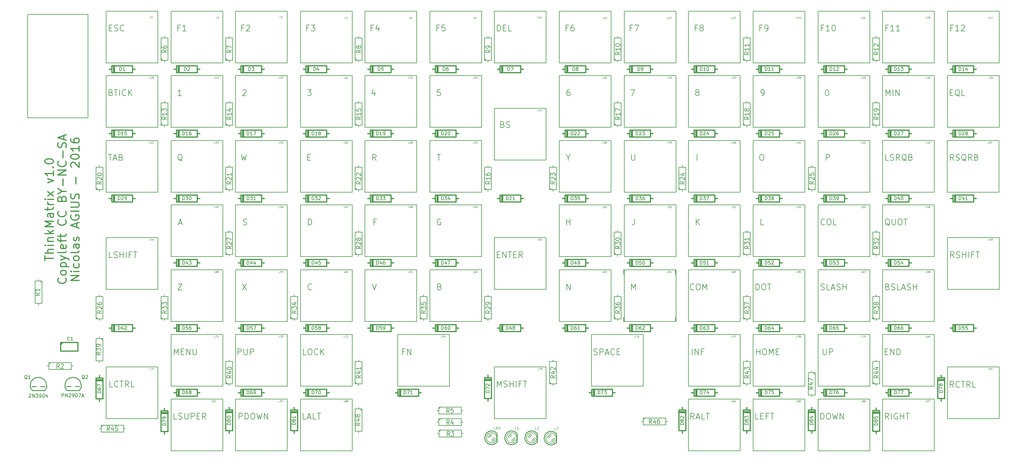
<source format=gto>
G04 (created by PCBNEW (2013-jul-07)-stable) date lun. 20 juin 2016 20:07:23 IST*
%MOIN*%
G04 Gerber Fmt 3.4, Leading zero omitted, Abs format*
%FSLAX34Y34*%
G01*
G70*
G90*
G04 APERTURE LIST*
%ADD10C,0.00590551*%
%ADD11C,0.011811*%
%ADD12C,0.006*%
%ADD13C,0.008*%
%ADD14C,0.01*%
%ADD15C,0.012*%
%ADD16C,0.0035*%
%ADD17C,0.00393701*%
G04 APERTURE END LIST*
G54D10*
G54D11*
X3666Y-28747D02*
X3666Y-28185D01*
X4650Y-28466D02*
X3666Y-28466D01*
X4650Y-27857D02*
X3666Y-27857D01*
X4650Y-27435D02*
X4134Y-27435D01*
X4041Y-27482D01*
X3994Y-27575D01*
X3994Y-27716D01*
X4041Y-27810D01*
X4087Y-27857D01*
X4650Y-26966D02*
X3994Y-26966D01*
X3666Y-26966D02*
X3712Y-27013D01*
X3759Y-26966D01*
X3712Y-26919D01*
X3666Y-26966D01*
X3759Y-26966D01*
X3994Y-26497D02*
X4650Y-26497D01*
X4087Y-26497D02*
X4041Y-26451D01*
X3994Y-26357D01*
X3994Y-26216D01*
X4041Y-26122D01*
X4134Y-26076D01*
X4650Y-26076D01*
X4650Y-25607D02*
X3666Y-25607D01*
X4275Y-25513D02*
X4650Y-25232D01*
X3994Y-25232D02*
X4369Y-25607D01*
X4650Y-24810D02*
X3666Y-24810D01*
X4369Y-24482D01*
X3666Y-24154D01*
X4650Y-24154D01*
X4650Y-23263D02*
X4134Y-23263D01*
X4041Y-23310D01*
X3994Y-23404D01*
X3994Y-23592D01*
X4041Y-23685D01*
X4603Y-23263D02*
X4650Y-23357D01*
X4650Y-23592D01*
X4603Y-23685D01*
X4509Y-23732D01*
X4416Y-23732D01*
X4322Y-23685D01*
X4275Y-23592D01*
X4275Y-23357D01*
X4228Y-23263D01*
X3994Y-22935D02*
X3994Y-22560D01*
X3666Y-22795D02*
X4509Y-22795D01*
X4603Y-22748D01*
X4650Y-22654D01*
X4650Y-22560D01*
X4650Y-22232D02*
X3994Y-22232D01*
X4181Y-22232D02*
X4087Y-22185D01*
X4041Y-22139D01*
X3994Y-22045D01*
X3994Y-21951D01*
X4650Y-21623D02*
X3994Y-21623D01*
X3666Y-21623D02*
X3712Y-21670D01*
X3759Y-21623D01*
X3712Y-21576D01*
X3666Y-21623D01*
X3759Y-21623D01*
X4650Y-21248D02*
X3994Y-20733D01*
X3994Y-21248D02*
X4650Y-20733D01*
X3994Y-19701D02*
X4650Y-19467D01*
X3994Y-19233D01*
X4650Y-18342D02*
X4650Y-18905D01*
X4650Y-18623D02*
X3666Y-18623D01*
X3806Y-18717D01*
X3900Y-18811D01*
X3947Y-18905D01*
X4556Y-17920D02*
X4603Y-17874D01*
X4650Y-17920D01*
X4603Y-17967D01*
X4556Y-17920D01*
X4650Y-17920D01*
X3666Y-17264D02*
X3666Y-17170D01*
X3712Y-17077D01*
X3759Y-17030D01*
X3853Y-16983D01*
X4041Y-16936D01*
X4275Y-16936D01*
X4462Y-16983D01*
X4556Y-17030D01*
X4603Y-17077D01*
X4650Y-17170D01*
X4650Y-17264D01*
X4603Y-17358D01*
X4556Y-17405D01*
X4462Y-17452D01*
X4275Y-17499D01*
X4041Y-17499D01*
X3853Y-17452D01*
X3759Y-17405D01*
X3712Y-17358D01*
X3666Y-17264D01*
X6052Y-30763D02*
X6099Y-30809D01*
X6146Y-30950D01*
X6146Y-31044D01*
X6099Y-31184D01*
X6005Y-31278D01*
X5912Y-31325D01*
X5724Y-31372D01*
X5583Y-31372D01*
X5396Y-31325D01*
X5302Y-31278D01*
X5209Y-31184D01*
X5162Y-31044D01*
X5162Y-30950D01*
X5209Y-30809D01*
X5255Y-30763D01*
X6146Y-30200D02*
X6099Y-30294D01*
X6052Y-30341D01*
X5958Y-30388D01*
X5677Y-30388D01*
X5583Y-30341D01*
X5537Y-30294D01*
X5490Y-30200D01*
X5490Y-30059D01*
X5537Y-29966D01*
X5583Y-29919D01*
X5677Y-29872D01*
X5958Y-29872D01*
X6052Y-29919D01*
X6099Y-29966D01*
X6146Y-30059D01*
X6146Y-30200D01*
X5490Y-29450D02*
X6474Y-29450D01*
X5537Y-29450D02*
X5490Y-29356D01*
X5490Y-29169D01*
X5537Y-29075D01*
X5583Y-29028D01*
X5677Y-28982D01*
X5958Y-28982D01*
X6052Y-29028D01*
X6099Y-29075D01*
X6146Y-29169D01*
X6146Y-29356D01*
X6099Y-29450D01*
X5490Y-28653D02*
X6146Y-28419D01*
X5490Y-28185D02*
X6146Y-28419D01*
X6380Y-28513D01*
X6427Y-28560D01*
X6474Y-28653D01*
X6146Y-27669D02*
X6099Y-27763D01*
X6005Y-27810D01*
X5162Y-27810D01*
X6099Y-26919D02*
X6146Y-27013D01*
X6146Y-27200D01*
X6099Y-27294D01*
X6005Y-27341D01*
X5630Y-27341D01*
X5537Y-27294D01*
X5490Y-27200D01*
X5490Y-27013D01*
X5537Y-26919D01*
X5630Y-26872D01*
X5724Y-26872D01*
X5818Y-27341D01*
X5490Y-26591D02*
X5490Y-26216D01*
X6146Y-26451D02*
X5302Y-26451D01*
X5209Y-26404D01*
X5162Y-26310D01*
X5162Y-26216D01*
X5490Y-26029D02*
X5490Y-25654D01*
X5162Y-25888D02*
X6005Y-25888D01*
X6099Y-25841D01*
X6146Y-25748D01*
X6146Y-25654D01*
X6052Y-24013D02*
X6099Y-24060D01*
X6146Y-24201D01*
X6146Y-24295D01*
X6099Y-24435D01*
X6005Y-24529D01*
X5912Y-24576D01*
X5724Y-24623D01*
X5583Y-24623D01*
X5396Y-24576D01*
X5302Y-24529D01*
X5209Y-24435D01*
X5162Y-24295D01*
X5162Y-24201D01*
X5209Y-24060D01*
X5255Y-24013D01*
X6052Y-23029D02*
X6099Y-23076D01*
X6146Y-23217D01*
X6146Y-23310D01*
X6099Y-23451D01*
X6005Y-23545D01*
X5912Y-23592D01*
X5724Y-23638D01*
X5583Y-23638D01*
X5396Y-23592D01*
X5302Y-23545D01*
X5209Y-23451D01*
X5162Y-23310D01*
X5162Y-23217D01*
X5209Y-23076D01*
X5255Y-23029D01*
X5630Y-21529D02*
X5677Y-21389D01*
X5724Y-21342D01*
X5818Y-21295D01*
X5958Y-21295D01*
X6052Y-21342D01*
X6099Y-21389D01*
X6146Y-21482D01*
X6146Y-21857D01*
X5162Y-21857D01*
X5162Y-21529D01*
X5209Y-21436D01*
X5255Y-21389D01*
X5349Y-21342D01*
X5443Y-21342D01*
X5537Y-21389D01*
X5583Y-21436D01*
X5630Y-21529D01*
X5630Y-21857D01*
X5677Y-20686D02*
X6146Y-20686D01*
X5162Y-21014D02*
X5677Y-20686D01*
X5162Y-20358D01*
X5771Y-20029D02*
X5771Y-19280D01*
X6146Y-18811D02*
X5162Y-18811D01*
X6146Y-18248D01*
X5162Y-18248D01*
X6052Y-17217D02*
X6099Y-17264D01*
X6146Y-17405D01*
X6146Y-17499D01*
X6099Y-17639D01*
X6005Y-17733D01*
X5912Y-17780D01*
X5724Y-17827D01*
X5583Y-17827D01*
X5396Y-17780D01*
X5302Y-17733D01*
X5209Y-17639D01*
X5162Y-17499D01*
X5162Y-17405D01*
X5209Y-17264D01*
X5255Y-17217D01*
X5771Y-16796D02*
X5771Y-16046D01*
X6099Y-15624D02*
X6146Y-15483D01*
X6146Y-15249D01*
X6099Y-15155D01*
X6052Y-15108D01*
X5958Y-15061D01*
X5865Y-15061D01*
X5771Y-15108D01*
X5724Y-15155D01*
X5677Y-15249D01*
X5630Y-15436D01*
X5583Y-15530D01*
X5537Y-15577D01*
X5443Y-15624D01*
X5349Y-15624D01*
X5255Y-15577D01*
X5209Y-15530D01*
X5162Y-15436D01*
X5162Y-15202D01*
X5209Y-15061D01*
X5865Y-14686D02*
X5865Y-14218D01*
X6146Y-14780D02*
X5162Y-14452D01*
X6146Y-14124D01*
X7642Y-31020D02*
X6658Y-31020D01*
X7642Y-30458D01*
X6658Y-30458D01*
X7642Y-29989D02*
X6986Y-29989D01*
X6658Y-29989D02*
X6705Y-30036D01*
X6751Y-29989D01*
X6705Y-29942D01*
X6658Y-29989D01*
X6751Y-29989D01*
X7595Y-29099D02*
X7642Y-29192D01*
X7642Y-29380D01*
X7595Y-29474D01*
X7548Y-29520D01*
X7455Y-29567D01*
X7173Y-29567D01*
X7080Y-29520D01*
X7033Y-29474D01*
X6986Y-29380D01*
X6986Y-29192D01*
X7033Y-29099D01*
X7642Y-28536D02*
X7595Y-28630D01*
X7548Y-28677D01*
X7455Y-28724D01*
X7173Y-28724D01*
X7080Y-28677D01*
X7033Y-28630D01*
X6986Y-28536D01*
X6986Y-28396D01*
X7033Y-28302D01*
X7080Y-28255D01*
X7173Y-28208D01*
X7455Y-28208D01*
X7548Y-28255D01*
X7595Y-28302D01*
X7642Y-28396D01*
X7642Y-28536D01*
X7642Y-27646D02*
X7595Y-27739D01*
X7501Y-27786D01*
X6658Y-27786D01*
X7642Y-26849D02*
X7126Y-26849D01*
X7033Y-26896D01*
X6986Y-26990D01*
X6986Y-27177D01*
X7033Y-27271D01*
X7595Y-26849D02*
X7642Y-26943D01*
X7642Y-27177D01*
X7595Y-27271D01*
X7501Y-27318D01*
X7408Y-27318D01*
X7314Y-27271D01*
X7267Y-27177D01*
X7267Y-26943D01*
X7220Y-26849D01*
X7595Y-26427D02*
X7642Y-26333D01*
X7642Y-26146D01*
X7595Y-26052D01*
X7501Y-26005D01*
X7455Y-26005D01*
X7361Y-26052D01*
X7314Y-26146D01*
X7314Y-26287D01*
X7267Y-26380D01*
X7173Y-26427D01*
X7126Y-26427D01*
X7033Y-26380D01*
X6986Y-26287D01*
X6986Y-26146D01*
X7033Y-26052D01*
X7361Y-24880D02*
X7361Y-24412D01*
X7642Y-24974D02*
X6658Y-24646D01*
X7642Y-24318D01*
X6705Y-23474D02*
X6658Y-23568D01*
X6658Y-23709D01*
X6705Y-23849D01*
X6798Y-23943D01*
X6892Y-23990D01*
X7080Y-24037D01*
X7220Y-24037D01*
X7408Y-23990D01*
X7501Y-23943D01*
X7595Y-23849D01*
X7642Y-23709D01*
X7642Y-23615D01*
X7595Y-23474D01*
X7548Y-23428D01*
X7220Y-23428D01*
X7220Y-23615D01*
X7642Y-23006D02*
X6658Y-23006D01*
X6658Y-22537D02*
X7455Y-22537D01*
X7548Y-22490D01*
X7595Y-22443D01*
X7642Y-22350D01*
X7642Y-22162D01*
X7595Y-22068D01*
X7548Y-22021D01*
X7455Y-21975D01*
X6658Y-21975D01*
X7595Y-21553D02*
X7642Y-21412D01*
X7642Y-21178D01*
X7595Y-21084D01*
X7548Y-21037D01*
X7455Y-20990D01*
X7361Y-20990D01*
X7267Y-21037D01*
X7220Y-21084D01*
X7173Y-21178D01*
X7126Y-21365D01*
X7080Y-21459D01*
X7033Y-21506D01*
X6939Y-21553D01*
X6845Y-21553D01*
X6751Y-21506D01*
X6705Y-21459D01*
X6658Y-21365D01*
X6658Y-21131D01*
X6705Y-20990D01*
X7267Y-19819D02*
X7267Y-19069D01*
X6751Y-17897D02*
X6705Y-17850D01*
X6658Y-17756D01*
X6658Y-17522D01*
X6705Y-17428D01*
X6751Y-17381D01*
X6845Y-17335D01*
X6939Y-17335D01*
X7080Y-17381D01*
X7642Y-17944D01*
X7642Y-17335D01*
X6658Y-16725D02*
X6658Y-16631D01*
X6705Y-16538D01*
X6751Y-16491D01*
X6845Y-16444D01*
X7033Y-16397D01*
X7267Y-16397D01*
X7455Y-16444D01*
X7548Y-16491D01*
X7595Y-16538D01*
X7642Y-16631D01*
X7642Y-16725D01*
X7595Y-16819D01*
X7548Y-16866D01*
X7455Y-16913D01*
X7267Y-16960D01*
X7033Y-16960D01*
X6845Y-16913D01*
X6751Y-16866D01*
X6705Y-16819D01*
X6658Y-16725D01*
X7642Y-15460D02*
X7642Y-16022D01*
X7642Y-15741D02*
X6658Y-15741D01*
X6798Y-15835D01*
X6892Y-15928D01*
X6939Y-16022D01*
X6658Y-14616D02*
X6658Y-14804D01*
X6705Y-14897D01*
X6751Y-14944D01*
X6892Y-15038D01*
X7080Y-15085D01*
X7455Y-15085D01*
X7548Y-15038D01*
X7595Y-14991D01*
X7642Y-14897D01*
X7642Y-14710D01*
X7595Y-14616D01*
X7548Y-14569D01*
X7455Y-14522D01*
X7220Y-14522D01*
X7126Y-14569D01*
X7080Y-14616D01*
X7033Y-14710D01*
X7033Y-14897D01*
X7080Y-14991D01*
X7126Y-15038D01*
X7220Y-15085D01*
G54D12*
X1657Y-169D02*
X8657Y-169D01*
X8657Y-169D02*
X8657Y-12169D01*
X8657Y-12169D02*
X1657Y-12169D01*
X1657Y-12169D02*
X1657Y-169D01*
X69299Y-13275D02*
X63299Y-13275D01*
X63299Y-13275D02*
X63299Y-7275D01*
X63299Y-7275D02*
X69299Y-7275D01*
X69299Y-7275D02*
X69299Y-13275D01*
X84259Y-35795D02*
X78259Y-35795D01*
X78259Y-35795D02*
X78259Y-29795D01*
X78259Y-29795D02*
X84259Y-29795D01*
X84259Y-29795D02*
X84259Y-35795D01*
X84259Y-28275D02*
X78259Y-28275D01*
X78259Y-28275D02*
X78259Y-22275D01*
X78259Y-22275D02*
X84259Y-22275D01*
X84259Y-22275D02*
X84259Y-28275D01*
X84259Y-20795D02*
X78259Y-20795D01*
X78259Y-20795D02*
X78259Y-14795D01*
X78259Y-14795D02*
X84259Y-14795D01*
X84259Y-14795D02*
X84259Y-20795D01*
X84259Y-13275D02*
X78259Y-13275D01*
X78259Y-13275D02*
X78259Y-7275D01*
X78259Y-7275D02*
X84259Y-7275D01*
X84259Y-7275D02*
X84259Y-13275D01*
X76818Y-5795D02*
X70818Y-5795D01*
X70818Y-5795D02*
X70818Y204D01*
X70818Y204D02*
X76818Y204D01*
X76818Y204D02*
X76818Y-5795D01*
X76818Y-35795D02*
X70818Y-35795D01*
X70818Y-35795D02*
X70818Y-29795D01*
X70818Y-29795D02*
X76818Y-29795D01*
X76818Y-29795D02*
X76818Y-35795D01*
X76818Y-28275D02*
X70818Y-28275D01*
X70818Y-28275D02*
X70818Y-22275D01*
X70818Y-22275D02*
X76818Y-22275D01*
X76818Y-22275D02*
X76818Y-28275D01*
X76818Y-20795D02*
X70818Y-20795D01*
X70818Y-20795D02*
X70818Y-14795D01*
X70818Y-14795D02*
X76818Y-14795D01*
X76818Y-14795D02*
X76818Y-20795D01*
X76818Y-13275D02*
X70818Y-13275D01*
X70818Y-13275D02*
X70818Y-7275D01*
X70818Y-7275D02*
X76818Y-7275D01*
X76818Y-7275D02*
X76818Y-13275D01*
X69299Y-5795D02*
X63299Y-5795D01*
X63299Y-5795D02*
X63299Y204D01*
X63299Y204D02*
X69299Y204D01*
X69299Y204D02*
X69299Y-5795D01*
X73039Y-43314D02*
X67039Y-43314D01*
X67039Y-43314D02*
X67039Y-37314D01*
X67039Y-37314D02*
X73039Y-37314D01*
X73039Y-37314D02*
X73039Y-43314D01*
X69299Y-35795D02*
X63299Y-35795D01*
X63299Y-35795D02*
X63299Y-29795D01*
X63299Y-29795D02*
X69299Y-29795D01*
X69299Y-29795D02*
X69299Y-35795D01*
X69299Y-28275D02*
X63299Y-28275D01*
X63299Y-28275D02*
X63299Y-22275D01*
X63299Y-22275D02*
X69299Y-22275D01*
X69299Y-22275D02*
X69299Y-28275D01*
X69299Y-20795D02*
X63299Y-20795D01*
X63299Y-20795D02*
X63299Y-14795D01*
X63299Y-14795D02*
X69299Y-14795D01*
X69299Y-14795D02*
X69299Y-20795D01*
X84259Y-50795D02*
X78259Y-50795D01*
X78259Y-50795D02*
X78259Y-44795D01*
X78259Y-44795D02*
X84259Y-44795D01*
X84259Y-44795D02*
X84259Y-50795D01*
X61779Y-5795D02*
X55779Y-5795D01*
X55779Y-5795D02*
X55779Y204D01*
X55779Y204D02*
X61779Y204D01*
X61779Y204D02*
X61779Y-5795D01*
X61779Y-47055D02*
X55779Y-47055D01*
X55779Y-47055D02*
X55779Y-41055D01*
X55779Y-41055D02*
X61779Y-41055D01*
X61779Y-41055D02*
X61779Y-47055D01*
X61779Y-32055D02*
X55779Y-32055D01*
X55779Y-32055D02*
X55779Y-26055D01*
X55779Y-26055D02*
X61779Y-26055D01*
X61779Y-26055D02*
X61779Y-32055D01*
X61779Y-17055D02*
X55779Y-17055D01*
X55779Y-17055D02*
X55779Y-11055D01*
X55779Y-11055D02*
X61779Y-11055D01*
X61779Y-11055D02*
X61779Y-17055D01*
X54299Y-5795D02*
X48299Y-5795D01*
X48299Y-5795D02*
X48299Y204D01*
X48299Y204D02*
X54299Y204D01*
X54299Y204D02*
X54299Y-5795D01*
X54299Y-35795D02*
X48299Y-35795D01*
X48299Y-35795D02*
X48299Y-29795D01*
X48299Y-29795D02*
X54299Y-29795D01*
X54299Y-29795D02*
X54299Y-35795D01*
X54299Y-28275D02*
X48299Y-28275D01*
X48299Y-28275D02*
X48299Y-22275D01*
X48299Y-22275D02*
X54299Y-22275D01*
X54299Y-22275D02*
X54299Y-28275D01*
X54299Y-20795D02*
X48299Y-20795D01*
X48299Y-20795D02*
X48299Y-14795D01*
X48299Y-14795D02*
X54299Y-14795D01*
X54299Y-14795D02*
X54299Y-20795D01*
X54299Y-13275D02*
X48299Y-13275D01*
X48299Y-13275D02*
X48299Y-7275D01*
X48299Y-7275D02*
X54299Y-7275D01*
X54299Y-7275D02*
X54299Y-13275D01*
X46779Y-5795D02*
X40779Y-5795D01*
X40779Y-5795D02*
X40779Y204D01*
X40779Y204D02*
X46779Y204D01*
X46779Y204D02*
X46779Y-5795D01*
X50559Y-43314D02*
X44559Y-43314D01*
X44559Y-43314D02*
X44559Y-37314D01*
X44559Y-37314D02*
X50559Y-37314D01*
X50559Y-37314D02*
X50559Y-43314D01*
X46779Y-35795D02*
X40779Y-35795D01*
X40779Y-35795D02*
X40779Y-29795D01*
X40779Y-29795D02*
X46779Y-29795D01*
X46779Y-29795D02*
X46779Y-35795D01*
X99299Y-43314D02*
X93299Y-43314D01*
X93299Y-43314D02*
X93299Y-37314D01*
X93299Y-37314D02*
X99299Y-37314D01*
X99299Y-37314D02*
X99299Y-43314D01*
X114299Y-5795D02*
X108299Y-5795D01*
X108299Y-5795D02*
X108299Y204D01*
X108299Y204D02*
X114299Y204D01*
X114299Y204D02*
X114299Y-5795D01*
X114299Y-47055D02*
X108299Y-47055D01*
X108299Y-47055D02*
X108299Y-41055D01*
X108299Y-41055D02*
X114299Y-41055D01*
X114299Y-41055D02*
X114299Y-47055D01*
X114299Y-32055D02*
X108299Y-32055D01*
X108299Y-32055D02*
X108299Y-26055D01*
X108299Y-26055D02*
X114299Y-26055D01*
X114299Y-26055D02*
X114299Y-32055D01*
X114259Y-20795D02*
X108259Y-20795D01*
X108259Y-20795D02*
X108259Y-14795D01*
X108259Y-14795D02*
X114259Y-14795D01*
X114259Y-14795D02*
X114259Y-20795D01*
X114299Y-13275D02*
X108299Y-13275D01*
X108299Y-13275D02*
X108299Y-7275D01*
X108299Y-7275D02*
X114299Y-7275D01*
X114299Y-7275D02*
X114299Y-13275D01*
X106779Y-5795D02*
X100779Y-5795D01*
X100779Y-5795D02*
X100779Y204D01*
X100779Y204D02*
X106779Y204D01*
X106779Y204D02*
X106779Y-5795D01*
X106779Y-50795D02*
X100779Y-50795D01*
X100779Y-50795D02*
X100779Y-44795D01*
X100779Y-44795D02*
X106779Y-44795D01*
X106779Y-44795D02*
X106779Y-50795D01*
X106779Y-35795D02*
X100779Y-35795D01*
X100779Y-35795D02*
X100779Y-29795D01*
X100779Y-29795D02*
X106779Y-29795D01*
X106779Y-29795D02*
X106779Y-35795D01*
X106779Y-28275D02*
X100779Y-28275D01*
X100779Y-28275D02*
X100779Y-22275D01*
X100779Y-22275D02*
X106779Y-22275D01*
X106779Y-22275D02*
X106779Y-28275D01*
X106779Y-20795D02*
X100779Y-20795D01*
X100779Y-20795D02*
X100779Y-14795D01*
X100779Y-14795D02*
X106779Y-14795D01*
X106779Y-14795D02*
X106779Y-20795D01*
X106779Y-13275D02*
X100779Y-13275D01*
X100779Y-13275D02*
X100779Y-7275D01*
X100779Y-7275D02*
X106779Y-7275D01*
X106779Y-7275D02*
X106779Y-13275D01*
X99299Y-5795D02*
X93299Y-5795D01*
X93299Y-5795D02*
X93299Y204D01*
X93299Y204D02*
X99299Y204D01*
X99299Y204D02*
X99299Y-5795D01*
X99299Y-50795D02*
X93299Y-50795D01*
X93299Y-50795D02*
X93299Y-44795D01*
X93299Y-44795D02*
X99299Y-44795D01*
X99299Y-44795D02*
X99299Y-50795D01*
X84259Y-43314D02*
X78259Y-43314D01*
X78259Y-43314D02*
X78259Y-37314D01*
X78259Y-37314D02*
X84259Y-37314D01*
X84259Y-37314D02*
X84259Y-43314D01*
X99299Y-35795D02*
X93299Y-35795D01*
X93299Y-35795D02*
X93299Y-29795D01*
X93299Y-29795D02*
X99299Y-29795D01*
X99299Y-29795D02*
X99299Y-35795D01*
X99299Y-28275D02*
X93299Y-28275D01*
X93299Y-28275D02*
X93299Y-22275D01*
X93299Y-22275D02*
X99299Y-22275D01*
X99299Y-22275D02*
X99299Y-28275D01*
X99299Y-20795D02*
X93299Y-20795D01*
X93299Y-20795D02*
X93299Y-14795D01*
X93299Y-14795D02*
X99299Y-14795D01*
X99299Y-14795D02*
X99299Y-20795D01*
X99299Y-13275D02*
X93299Y-13275D01*
X93299Y-13275D02*
X93299Y-7275D01*
X93299Y-7275D02*
X99299Y-7275D01*
X99299Y-7275D02*
X99299Y-13275D01*
X91779Y-5795D02*
X85779Y-5795D01*
X85779Y-5795D02*
X85779Y204D01*
X85779Y204D02*
X91779Y204D01*
X91779Y204D02*
X91779Y-5795D01*
X91779Y-50795D02*
X85779Y-50795D01*
X85779Y-50795D02*
X85779Y-44795D01*
X85779Y-44795D02*
X91779Y-44795D01*
X91779Y-44795D02*
X91779Y-50795D01*
X91779Y-43314D02*
X85779Y-43314D01*
X85779Y-43314D02*
X85779Y-37314D01*
X85779Y-37314D02*
X91779Y-37314D01*
X91779Y-37314D02*
X91779Y-43314D01*
X91779Y-35795D02*
X85779Y-35795D01*
X85779Y-35795D02*
X85779Y-29795D01*
X85779Y-29795D02*
X91779Y-29795D01*
X91779Y-29795D02*
X91779Y-35795D01*
X91779Y-28275D02*
X85779Y-28275D01*
X85779Y-28275D02*
X85779Y-22275D01*
X85779Y-22275D02*
X91779Y-22275D01*
X91779Y-22275D02*
X91779Y-28275D01*
X91779Y-20795D02*
X85779Y-20795D01*
X85779Y-20795D02*
X85779Y-14795D01*
X85779Y-14795D02*
X91779Y-14795D01*
X91779Y-14795D02*
X91779Y-20795D01*
X91779Y-13275D02*
X85779Y-13275D01*
X85779Y-13275D02*
X85779Y-7275D01*
X85779Y-7275D02*
X91779Y-7275D01*
X91779Y-7275D02*
X91779Y-13275D01*
X84259Y-5795D02*
X78259Y-5795D01*
X78259Y-5795D02*
X78259Y204D01*
X78259Y204D02*
X84259Y204D01*
X84259Y204D02*
X84259Y-5795D01*
X106779Y-43314D02*
X100779Y-43314D01*
X100779Y-43314D02*
X100779Y-37314D01*
X100779Y-37314D02*
X106779Y-37314D01*
X106779Y-37314D02*
X106779Y-43314D01*
X16779Y-13275D02*
X10779Y-13275D01*
X10779Y-13275D02*
X10779Y-7275D01*
X10779Y-7275D02*
X16779Y-7275D01*
X16779Y-7275D02*
X16779Y-13275D01*
X31779Y-35795D02*
X25779Y-35795D01*
X25779Y-35795D02*
X25779Y-29795D01*
X25779Y-29795D02*
X31779Y-29795D01*
X31779Y-29795D02*
X31779Y-35795D01*
X39299Y-13275D02*
X33299Y-13275D01*
X33299Y-13275D02*
X33299Y-7275D01*
X33299Y-7275D02*
X39299Y-7275D01*
X39299Y-7275D02*
X39299Y-13275D01*
X39299Y-20795D02*
X33299Y-20795D01*
X33299Y-20795D02*
X33299Y-14795D01*
X33299Y-14795D02*
X39299Y-14795D01*
X39299Y-14795D02*
X39299Y-20795D01*
X31779Y-28275D02*
X25779Y-28275D01*
X25779Y-28275D02*
X25779Y-22275D01*
X25779Y-22275D02*
X31779Y-22275D01*
X31779Y-22275D02*
X31779Y-28275D01*
X39299Y-28275D02*
X33299Y-28275D01*
X33299Y-28275D02*
X33299Y-22275D01*
X33299Y-22275D02*
X39299Y-22275D01*
X39299Y-22275D02*
X39299Y-28275D01*
X31779Y-43314D02*
X25779Y-43314D01*
X25779Y-43314D02*
X25779Y-37314D01*
X25779Y-37314D02*
X31779Y-37314D01*
X31779Y-37314D02*
X31779Y-43314D01*
X31779Y-5795D02*
X25779Y-5795D01*
X25779Y-5795D02*
X25779Y204D01*
X25779Y204D02*
X31779Y204D01*
X31779Y204D02*
X31779Y-5795D01*
X39299Y-35795D02*
X33299Y-35795D01*
X33299Y-35795D02*
X33299Y-29795D01*
X33299Y-29795D02*
X39299Y-29795D01*
X39299Y-29795D02*
X39299Y-35795D01*
X31779Y-20795D02*
X25779Y-20795D01*
X25779Y-20795D02*
X25779Y-14795D01*
X25779Y-14795D02*
X31779Y-14795D01*
X31779Y-14795D02*
X31779Y-20795D01*
X39299Y-43314D02*
X33299Y-43314D01*
X33299Y-43314D02*
X33299Y-37314D01*
X33299Y-37314D02*
X39299Y-37314D01*
X39299Y-37314D02*
X39299Y-43314D01*
X31779Y-50795D02*
X25779Y-50795D01*
X25779Y-50795D02*
X25779Y-44795D01*
X25779Y-44795D02*
X31779Y-44795D01*
X31779Y-44795D02*
X31779Y-50795D01*
X31779Y-13275D02*
X25779Y-13275D01*
X25779Y-13275D02*
X25779Y-7275D01*
X25779Y-7275D02*
X31779Y-7275D01*
X31779Y-7275D02*
X31779Y-13275D01*
X39299Y-50795D02*
X33299Y-50795D01*
X33299Y-50795D02*
X33299Y-44795D01*
X33299Y-44795D02*
X39299Y-44795D01*
X39299Y-44795D02*
X39299Y-50795D01*
X16779Y-20795D02*
X10779Y-20795D01*
X10779Y-20795D02*
X10779Y-14795D01*
X10779Y-14795D02*
X16779Y-14795D01*
X16779Y-14795D02*
X16779Y-20795D01*
X16779Y-32055D02*
X10779Y-32055D01*
X10779Y-32055D02*
X10779Y-26055D01*
X10779Y-26055D02*
X16779Y-26055D01*
X16779Y-26055D02*
X16779Y-32055D01*
X46779Y-28275D02*
X40779Y-28275D01*
X40779Y-28275D02*
X40779Y-22275D01*
X40779Y-22275D02*
X46779Y-22275D01*
X46779Y-22275D02*
X46779Y-28275D01*
X24299Y-43314D02*
X18299Y-43314D01*
X18299Y-43314D02*
X18299Y-37314D01*
X18299Y-37314D02*
X24299Y-37314D01*
X24299Y-37314D02*
X24299Y-43314D01*
X24299Y-35795D02*
X18299Y-35795D01*
X18299Y-35795D02*
X18299Y-29795D01*
X18299Y-29795D02*
X24299Y-29795D01*
X24299Y-29795D02*
X24299Y-35795D01*
X46779Y-20795D02*
X40779Y-20795D01*
X40779Y-20795D02*
X40779Y-14795D01*
X40779Y-14795D02*
X46779Y-14795D01*
X46779Y-14795D02*
X46779Y-20795D01*
X24299Y-28275D02*
X18299Y-28275D01*
X18299Y-28275D02*
X18299Y-22275D01*
X18299Y-22275D02*
X24299Y-22275D01*
X24299Y-22275D02*
X24299Y-28275D01*
X24299Y-20795D02*
X18299Y-20795D01*
X18299Y-20795D02*
X18299Y-14795D01*
X18299Y-14795D02*
X24299Y-14795D01*
X24299Y-14795D02*
X24299Y-20795D01*
X24299Y-50795D02*
X18299Y-50795D01*
X18299Y-50795D02*
X18299Y-44795D01*
X18299Y-44795D02*
X24299Y-44795D01*
X24299Y-44795D02*
X24299Y-50795D01*
X46779Y-13275D02*
X40779Y-13275D01*
X40779Y-13275D02*
X40779Y-7275D01*
X40779Y-7275D02*
X46779Y-7275D01*
X46779Y-7275D02*
X46779Y-13275D01*
X24299Y-13275D02*
X18299Y-13275D01*
X18299Y-13275D02*
X18299Y-7275D01*
X18299Y-7275D02*
X24299Y-7275D01*
X24299Y-7275D02*
X24299Y-13275D01*
X16779Y-5795D02*
X10779Y-5795D01*
X10779Y-5795D02*
X10779Y204D01*
X10779Y204D02*
X16779Y204D01*
X16779Y204D02*
X16779Y-5795D01*
X16779Y-47055D02*
X10779Y-47055D01*
X10779Y-47055D02*
X10779Y-41055D01*
X10779Y-41055D02*
X16779Y-41055D01*
X16779Y-41055D02*
X16779Y-47055D01*
X39299Y-5795D02*
X33299Y-5795D01*
X33299Y-5795D02*
X33299Y204D01*
X33299Y204D02*
X39299Y204D01*
X39299Y204D02*
X39299Y-5795D01*
X24299Y-5795D02*
X18299Y-5795D01*
X18299Y-5795D02*
X18299Y204D01*
X18299Y204D02*
X24299Y204D01*
X24299Y204D02*
X24299Y-5795D01*
G54D13*
X17519Y-13232D02*
X17519Y-13032D01*
X17519Y-10232D02*
X17519Y-10432D01*
X17519Y-10432D02*
X17119Y-10432D01*
X17119Y-10432D02*
X17119Y-13032D01*
X17119Y-13032D02*
X17919Y-13032D01*
X17919Y-13032D02*
X17919Y-10432D01*
X17919Y-10432D02*
X17519Y-10432D01*
X17319Y-13032D02*
X17119Y-12832D01*
X25039Y-13232D02*
X25039Y-13032D01*
X25039Y-10232D02*
X25039Y-10432D01*
X25039Y-10432D02*
X24639Y-10432D01*
X24639Y-10432D02*
X24639Y-13032D01*
X24639Y-13032D02*
X25439Y-13032D01*
X25439Y-13032D02*
X25439Y-10432D01*
X25439Y-10432D02*
X25039Y-10432D01*
X24839Y-13032D02*
X24639Y-12832D01*
X40039Y-13232D02*
X40039Y-13032D01*
X40039Y-10232D02*
X40039Y-10432D01*
X40039Y-10432D02*
X39639Y-10432D01*
X39639Y-10432D02*
X39639Y-13032D01*
X39639Y-13032D02*
X40439Y-13032D01*
X40439Y-13032D02*
X40439Y-10432D01*
X40439Y-10432D02*
X40039Y-10432D01*
X39839Y-13032D02*
X39639Y-12832D01*
X100039Y-5712D02*
X100039Y-5512D01*
X100039Y-2712D02*
X100039Y-2912D01*
X100039Y-2912D02*
X99639Y-2912D01*
X99639Y-2912D02*
X99639Y-5512D01*
X99639Y-5512D02*
X100439Y-5512D01*
X100439Y-5512D02*
X100439Y-2912D01*
X100439Y-2912D02*
X100039Y-2912D01*
X99839Y-5512D02*
X99639Y-5312D01*
X85039Y-5712D02*
X85039Y-5512D01*
X85039Y-2712D02*
X85039Y-2912D01*
X85039Y-2912D02*
X84639Y-2912D01*
X84639Y-2912D02*
X84639Y-5512D01*
X84639Y-5512D02*
X85439Y-5512D01*
X85439Y-5512D02*
X85439Y-2912D01*
X85439Y-2912D02*
X85039Y-2912D01*
X84839Y-5512D02*
X84639Y-5312D01*
X49129Y-46141D02*
X49329Y-46141D01*
X52129Y-46141D02*
X51929Y-46141D01*
X51929Y-46141D02*
X51929Y-45741D01*
X51929Y-45741D02*
X49329Y-45741D01*
X49329Y-45741D02*
X49329Y-46541D01*
X49329Y-46541D02*
X51929Y-46541D01*
X51929Y-46541D02*
X51929Y-46141D01*
X49329Y-45941D02*
X49529Y-45741D01*
X70078Y-5712D02*
X70078Y-5512D01*
X70078Y-2712D02*
X70078Y-2912D01*
X70078Y-2912D02*
X69678Y-2912D01*
X69678Y-2912D02*
X69678Y-5512D01*
X69678Y-5512D02*
X70478Y-5512D01*
X70478Y-5512D02*
X70478Y-2912D01*
X70478Y-2912D02*
X70078Y-2912D01*
X69878Y-5512D02*
X69678Y-5312D01*
X55039Y-5712D02*
X55039Y-5512D01*
X55039Y-2712D02*
X55039Y-2912D01*
X55039Y-2912D02*
X54639Y-2912D01*
X54639Y-2912D02*
X54639Y-5512D01*
X54639Y-5512D02*
X55439Y-5512D01*
X55439Y-5512D02*
X55439Y-2912D01*
X55439Y-2912D02*
X55039Y-2912D01*
X54839Y-5512D02*
X54639Y-5312D01*
X40039Y-5712D02*
X40039Y-5512D01*
X40039Y-2712D02*
X40039Y-2912D01*
X40039Y-2912D02*
X39639Y-2912D01*
X39639Y-2912D02*
X39639Y-5512D01*
X39639Y-5512D02*
X40439Y-5512D01*
X40439Y-5512D02*
X40439Y-2912D01*
X40439Y-2912D02*
X40039Y-2912D01*
X39839Y-5512D02*
X39639Y-5312D01*
X25039Y-5712D02*
X25039Y-5512D01*
X25039Y-2712D02*
X25039Y-2912D01*
X25039Y-2912D02*
X24639Y-2912D01*
X24639Y-2912D02*
X24639Y-5512D01*
X24639Y-5512D02*
X25439Y-5512D01*
X25439Y-5512D02*
X25439Y-2912D01*
X25439Y-2912D02*
X25039Y-2912D01*
X24839Y-5512D02*
X24639Y-5312D01*
X3933Y-40984D02*
X4133Y-40984D01*
X6933Y-40984D02*
X6733Y-40984D01*
X6733Y-40984D02*
X6733Y-40584D01*
X6733Y-40584D02*
X4133Y-40584D01*
X4133Y-40584D02*
X4133Y-41384D01*
X4133Y-41384D02*
X6733Y-41384D01*
X6733Y-41384D02*
X6733Y-40984D01*
X4133Y-40784D02*
X4333Y-40584D01*
X2913Y-30901D02*
X2913Y-31101D01*
X2913Y-33901D02*
X2913Y-33701D01*
X2913Y-33701D02*
X3313Y-33701D01*
X3313Y-33701D02*
X3313Y-31101D01*
X3313Y-31101D02*
X2513Y-31101D01*
X2513Y-31101D02*
X2513Y-33701D01*
X2513Y-33701D02*
X2913Y-33701D01*
X3113Y-31101D02*
X3313Y-31301D01*
X17519Y-5712D02*
X17519Y-5512D01*
X17519Y-2712D02*
X17519Y-2912D01*
X17519Y-2912D02*
X17119Y-2912D01*
X17119Y-2912D02*
X17119Y-5512D01*
X17119Y-5512D02*
X17919Y-5512D01*
X17919Y-5512D02*
X17919Y-2912D01*
X17919Y-2912D02*
X17519Y-2912D01*
X17319Y-5512D02*
X17119Y-5312D01*
X10000Y-20712D02*
X10000Y-20512D01*
X10000Y-17712D02*
X10000Y-17912D01*
X10000Y-17912D02*
X9600Y-17912D01*
X9600Y-17912D02*
X9600Y-20512D01*
X9600Y-20512D02*
X10400Y-20512D01*
X10400Y-20512D02*
X10400Y-17912D01*
X10400Y-17912D02*
X10000Y-17912D01*
X9800Y-20512D02*
X9600Y-20312D01*
X49129Y-47480D02*
X49329Y-47480D01*
X52129Y-47480D02*
X51929Y-47480D01*
X51929Y-47480D02*
X51929Y-47080D01*
X51929Y-47080D02*
X49329Y-47080D01*
X49329Y-47080D02*
X49329Y-47880D01*
X49329Y-47880D02*
X51929Y-47880D01*
X51929Y-47880D02*
X51929Y-47480D01*
X49329Y-47280D02*
X49529Y-47080D01*
X49169Y-48818D02*
X49369Y-48818D01*
X52169Y-48818D02*
X51969Y-48818D01*
X51969Y-48818D02*
X51969Y-48418D01*
X51969Y-48418D02*
X49369Y-48418D01*
X49369Y-48418D02*
X49369Y-49218D01*
X49369Y-49218D02*
X51969Y-49218D01*
X51969Y-49218D02*
X51969Y-48818D01*
X49369Y-48618D02*
X49569Y-48418D01*
X100039Y-28232D02*
X100039Y-28032D01*
X100039Y-25232D02*
X100039Y-25432D01*
X100039Y-25432D02*
X99639Y-25432D01*
X99639Y-25432D02*
X99639Y-28032D01*
X99639Y-28032D02*
X100439Y-28032D01*
X100439Y-28032D02*
X100439Y-25432D01*
X100439Y-25432D02*
X100039Y-25432D01*
X99839Y-28032D02*
X99639Y-27832D01*
X92559Y-41531D02*
X92559Y-41731D01*
X92559Y-44531D02*
X92559Y-44331D01*
X92559Y-44331D02*
X92959Y-44331D01*
X92959Y-44331D02*
X92959Y-41731D01*
X92959Y-41731D02*
X92159Y-41731D01*
X92159Y-41731D02*
X92159Y-44331D01*
X92159Y-44331D02*
X92559Y-44331D01*
X92759Y-41731D02*
X92959Y-41931D01*
X72830Y-47401D02*
X73030Y-47401D01*
X75830Y-47401D02*
X75630Y-47401D01*
X75630Y-47401D02*
X75630Y-47001D01*
X75630Y-47001D02*
X73030Y-47001D01*
X73030Y-47001D02*
X73030Y-47801D01*
X73030Y-47801D02*
X75630Y-47801D01*
X75630Y-47801D02*
X75630Y-47401D01*
X73030Y-47201D02*
X73230Y-47001D01*
X9996Y-48228D02*
X10196Y-48228D01*
X12996Y-48228D02*
X12796Y-48228D01*
X12796Y-48228D02*
X12796Y-47828D01*
X12796Y-47828D02*
X10196Y-47828D01*
X10196Y-47828D02*
X10196Y-48628D01*
X10196Y-48628D02*
X12796Y-48628D01*
X12796Y-48628D02*
X12796Y-48228D01*
X10196Y-48028D02*
X10396Y-47828D01*
X100039Y-43232D02*
X100039Y-43032D01*
X100039Y-40232D02*
X100039Y-40432D01*
X100039Y-40432D02*
X99639Y-40432D01*
X99639Y-40432D02*
X99639Y-43032D01*
X99639Y-43032D02*
X100439Y-43032D01*
X100439Y-43032D02*
X100439Y-40432D01*
X100439Y-40432D02*
X100039Y-40432D01*
X99839Y-43032D02*
X99639Y-42832D01*
X85039Y-43232D02*
X85039Y-43032D01*
X85039Y-40232D02*
X85039Y-40432D01*
X85039Y-40432D02*
X84639Y-40432D01*
X84639Y-40432D02*
X84639Y-43032D01*
X84639Y-43032D02*
X85439Y-43032D01*
X85439Y-43032D02*
X85439Y-40432D01*
X85439Y-40432D02*
X85039Y-40432D01*
X84839Y-43032D02*
X84639Y-42832D01*
X62559Y-43232D02*
X62559Y-43032D01*
X62559Y-40232D02*
X62559Y-40432D01*
X62559Y-40432D02*
X62159Y-40432D01*
X62159Y-40432D02*
X62159Y-43032D01*
X62159Y-43032D02*
X62959Y-43032D01*
X62959Y-43032D02*
X62959Y-40432D01*
X62959Y-40432D02*
X62559Y-40432D01*
X62359Y-43032D02*
X62159Y-42832D01*
X40039Y-43232D02*
X40039Y-43032D01*
X40039Y-40232D02*
X40039Y-40432D01*
X40039Y-40432D02*
X39639Y-40432D01*
X39639Y-40432D02*
X39639Y-43032D01*
X39639Y-43032D02*
X40439Y-43032D01*
X40439Y-43032D02*
X40439Y-40432D01*
X40439Y-40432D02*
X40039Y-40432D01*
X39839Y-43032D02*
X39639Y-42832D01*
X25039Y-43232D02*
X25039Y-43032D01*
X25039Y-40232D02*
X25039Y-40432D01*
X25039Y-40432D02*
X24639Y-40432D01*
X24639Y-40432D02*
X24639Y-43032D01*
X24639Y-43032D02*
X25439Y-43032D01*
X25439Y-43032D02*
X25439Y-40432D01*
X25439Y-40432D02*
X25039Y-40432D01*
X24839Y-43032D02*
X24639Y-42832D01*
X10000Y-37555D02*
X10000Y-37755D01*
X10000Y-40555D02*
X10000Y-40355D01*
X10000Y-40355D02*
X10400Y-40355D01*
X10400Y-40355D02*
X10400Y-37755D01*
X10400Y-37755D02*
X9600Y-37755D01*
X9600Y-37755D02*
X9600Y-40355D01*
X9600Y-40355D02*
X10000Y-40355D01*
X10200Y-37755D02*
X10400Y-37955D01*
X100039Y-35712D02*
X100039Y-35512D01*
X100039Y-32712D02*
X100039Y-32912D01*
X100039Y-32912D02*
X99639Y-32912D01*
X99639Y-32912D02*
X99639Y-35512D01*
X99639Y-35512D02*
X100439Y-35512D01*
X100439Y-35512D02*
X100439Y-32912D01*
X100439Y-32912D02*
X100039Y-32912D01*
X99839Y-35512D02*
X99639Y-35312D01*
X85039Y-35712D02*
X85039Y-35512D01*
X85039Y-32712D02*
X85039Y-32912D01*
X85039Y-32912D02*
X84639Y-32912D01*
X84639Y-32912D02*
X84639Y-35512D01*
X84639Y-35512D02*
X85439Y-35512D01*
X85439Y-35512D02*
X85439Y-32912D01*
X85439Y-32912D02*
X85039Y-32912D01*
X84839Y-35512D02*
X84639Y-35312D01*
X70078Y-35712D02*
X70078Y-35512D01*
X70078Y-32712D02*
X70078Y-32912D01*
X70078Y-32912D02*
X69678Y-32912D01*
X69678Y-32912D02*
X69678Y-35512D01*
X69678Y-35512D02*
X70478Y-35512D01*
X70478Y-35512D02*
X70478Y-32912D01*
X70478Y-32912D02*
X70078Y-32912D01*
X69878Y-35512D02*
X69678Y-35312D01*
X47559Y-35712D02*
X47559Y-35512D01*
X47559Y-32712D02*
X47559Y-32912D01*
X47559Y-32912D02*
X47159Y-32912D01*
X47159Y-32912D02*
X47159Y-35512D01*
X47159Y-35512D02*
X47959Y-35512D01*
X47959Y-35512D02*
X47959Y-32912D01*
X47959Y-32912D02*
X47559Y-32912D01*
X47359Y-35512D02*
X47159Y-35312D01*
X32559Y-35712D02*
X32559Y-35512D01*
X32559Y-32712D02*
X32559Y-32912D01*
X32559Y-32912D02*
X32159Y-32912D01*
X32159Y-32912D02*
X32159Y-35512D01*
X32159Y-35512D02*
X32959Y-35512D01*
X32959Y-35512D02*
X32959Y-32912D01*
X32959Y-32912D02*
X32559Y-32912D01*
X32359Y-35512D02*
X32159Y-35312D01*
X17519Y-35712D02*
X17519Y-35512D01*
X17519Y-32712D02*
X17519Y-32912D01*
X17519Y-32912D02*
X17119Y-32912D01*
X17119Y-32912D02*
X17119Y-35512D01*
X17119Y-35512D02*
X17919Y-35512D01*
X17919Y-35512D02*
X17919Y-32912D01*
X17919Y-32912D02*
X17519Y-32912D01*
X17319Y-35512D02*
X17119Y-35312D01*
X55039Y-20712D02*
X55039Y-20512D01*
X55039Y-17712D02*
X55039Y-17912D01*
X55039Y-17912D02*
X54639Y-17912D01*
X54639Y-17912D02*
X54639Y-20512D01*
X54639Y-20512D02*
X55439Y-20512D01*
X55439Y-20512D02*
X55439Y-17912D01*
X55439Y-17912D02*
X55039Y-17912D01*
X54839Y-20512D02*
X54639Y-20312D01*
X85039Y-28232D02*
X85039Y-28032D01*
X85039Y-25232D02*
X85039Y-25432D01*
X85039Y-25432D02*
X84639Y-25432D01*
X84639Y-25432D02*
X84639Y-28032D01*
X84639Y-28032D02*
X85439Y-28032D01*
X85439Y-28032D02*
X85439Y-25432D01*
X85439Y-25432D02*
X85039Y-25432D01*
X84839Y-28032D02*
X84639Y-27832D01*
X70078Y-28232D02*
X70078Y-28032D01*
X70078Y-25232D02*
X70078Y-25432D01*
X70078Y-25432D02*
X69678Y-25432D01*
X69678Y-25432D02*
X69678Y-28032D01*
X69678Y-28032D02*
X70478Y-28032D01*
X70478Y-28032D02*
X70478Y-25432D01*
X70478Y-25432D02*
X70078Y-25432D01*
X69878Y-28032D02*
X69678Y-27832D01*
X55039Y-35712D02*
X55039Y-35512D01*
X55039Y-32712D02*
X55039Y-32912D01*
X55039Y-32912D02*
X54639Y-32912D01*
X54639Y-32912D02*
X54639Y-35512D01*
X54639Y-35512D02*
X55439Y-35512D01*
X55439Y-35512D02*
X55439Y-32912D01*
X55439Y-32912D02*
X55039Y-32912D01*
X54839Y-35512D02*
X54639Y-35312D01*
X40039Y-28232D02*
X40039Y-28032D01*
X40039Y-25232D02*
X40039Y-25432D01*
X40039Y-25432D02*
X39639Y-25432D01*
X39639Y-25432D02*
X39639Y-28032D01*
X39639Y-28032D02*
X40439Y-28032D01*
X40439Y-28032D02*
X40439Y-25432D01*
X40439Y-25432D02*
X40039Y-25432D01*
X39839Y-28032D02*
X39639Y-27832D01*
X25039Y-28232D02*
X25039Y-28032D01*
X25039Y-25232D02*
X25039Y-25432D01*
X25039Y-25432D02*
X24639Y-25432D01*
X24639Y-25432D02*
X24639Y-28032D01*
X24639Y-28032D02*
X25439Y-28032D01*
X25439Y-28032D02*
X25439Y-25432D01*
X25439Y-25432D02*
X25039Y-25432D01*
X24839Y-28032D02*
X24639Y-27832D01*
X10000Y-35712D02*
X10000Y-35512D01*
X10000Y-32712D02*
X10000Y-32912D01*
X10000Y-32912D02*
X9600Y-32912D01*
X9600Y-32912D02*
X9600Y-35512D01*
X9600Y-35512D02*
X10400Y-35512D01*
X10400Y-35512D02*
X10400Y-32912D01*
X10400Y-32912D02*
X10000Y-32912D01*
X9800Y-35512D02*
X9600Y-35312D01*
X92559Y-20712D02*
X92559Y-20512D01*
X92559Y-17712D02*
X92559Y-17912D01*
X92559Y-17912D02*
X92159Y-17912D01*
X92159Y-17912D02*
X92159Y-20512D01*
X92159Y-20512D02*
X92959Y-20512D01*
X92959Y-20512D02*
X92959Y-17912D01*
X92959Y-17912D02*
X92559Y-17912D01*
X92359Y-20512D02*
X92159Y-20312D01*
X77559Y-20712D02*
X77559Y-20512D01*
X77559Y-17712D02*
X77559Y-17912D01*
X77559Y-17912D02*
X77159Y-17912D01*
X77159Y-17912D02*
X77159Y-20512D01*
X77159Y-20512D02*
X77959Y-20512D01*
X77959Y-20512D02*
X77959Y-17912D01*
X77959Y-17912D02*
X77559Y-17912D01*
X77359Y-20512D02*
X77159Y-20312D01*
X62559Y-20712D02*
X62559Y-20512D01*
X62559Y-17712D02*
X62559Y-17912D01*
X62559Y-17912D02*
X62159Y-17912D01*
X62159Y-17912D02*
X62159Y-20512D01*
X62159Y-20512D02*
X62959Y-20512D01*
X62959Y-20512D02*
X62959Y-17912D01*
X62959Y-17912D02*
X62559Y-17912D01*
X62359Y-20512D02*
X62159Y-20312D01*
X40039Y-20712D02*
X40039Y-20512D01*
X40039Y-17712D02*
X40039Y-17912D01*
X40039Y-17912D02*
X39639Y-17912D01*
X39639Y-17912D02*
X39639Y-20512D01*
X39639Y-20512D02*
X40439Y-20512D01*
X40439Y-20512D02*
X40439Y-17912D01*
X40439Y-17912D02*
X40039Y-17912D01*
X39839Y-20512D02*
X39639Y-20312D01*
X25039Y-20712D02*
X25039Y-20512D01*
X25039Y-17712D02*
X25039Y-17912D01*
X25039Y-17912D02*
X24639Y-17912D01*
X24639Y-17912D02*
X24639Y-20512D01*
X24639Y-20512D02*
X25439Y-20512D01*
X25439Y-20512D02*
X25439Y-17912D01*
X25439Y-17912D02*
X25039Y-17912D01*
X24839Y-20512D02*
X24639Y-20312D01*
X40039Y-45744D02*
X40039Y-45944D01*
X40039Y-48744D02*
X40039Y-48544D01*
X40039Y-48544D02*
X40439Y-48544D01*
X40439Y-48544D02*
X40439Y-45944D01*
X40439Y-45944D02*
X39639Y-45944D01*
X39639Y-45944D02*
X39639Y-48544D01*
X39639Y-48544D02*
X40039Y-48544D01*
X40239Y-45944D02*
X40439Y-46144D01*
X100039Y-13232D02*
X100039Y-13032D01*
X100039Y-10232D02*
X100039Y-10432D01*
X100039Y-10432D02*
X99639Y-10432D01*
X99639Y-10432D02*
X99639Y-13032D01*
X99639Y-13032D02*
X100439Y-13032D01*
X100439Y-13032D02*
X100439Y-10432D01*
X100439Y-10432D02*
X100039Y-10432D01*
X99839Y-13032D02*
X99639Y-12832D01*
X85039Y-13232D02*
X85039Y-13032D01*
X85039Y-10232D02*
X85039Y-10432D01*
X85039Y-10432D02*
X84639Y-10432D01*
X84639Y-10432D02*
X84639Y-13032D01*
X84639Y-13032D02*
X85439Y-13032D01*
X85439Y-13032D02*
X85439Y-10432D01*
X85439Y-10432D02*
X85039Y-10432D01*
X84839Y-13032D02*
X84639Y-12832D01*
X70078Y-13232D02*
X70078Y-13032D01*
X70078Y-10232D02*
X70078Y-10432D01*
X70078Y-10432D02*
X69678Y-10432D01*
X69678Y-10432D02*
X69678Y-13032D01*
X69678Y-13032D02*
X70478Y-13032D01*
X70478Y-13032D02*
X70478Y-10432D01*
X70478Y-10432D02*
X70078Y-10432D01*
X69878Y-13032D02*
X69678Y-12832D01*
G54D14*
X7179Y-43346D02*
X7679Y-43346D01*
X6179Y-43346D02*
X6679Y-43346D01*
X7874Y-43228D02*
X7874Y-43425D01*
X7874Y-43425D02*
X7638Y-43818D01*
X7638Y-43818D02*
X6220Y-43818D01*
X6220Y-43818D02*
X5984Y-43464D01*
X5984Y-43464D02*
X5984Y-43228D01*
X5984Y-43228D02*
G75*
G02X7874Y-43228I945J0D01*
G74*
G01*
X3163Y-43346D02*
X3663Y-43346D01*
X2163Y-43346D02*
X2663Y-43346D01*
X3858Y-43228D02*
X3858Y-43425D01*
X3858Y-43425D02*
X3622Y-43818D01*
X3622Y-43818D02*
X2204Y-43818D01*
X2204Y-43818D02*
X1968Y-43464D01*
X1968Y-43464D02*
X1968Y-43228D01*
X1968Y-43228D02*
G75*
G02X3858Y-43228I945J0D01*
G74*
G01*
X60720Y-49791D02*
X60720Y-48791D01*
G54D12*
X59639Y-48907D02*
G75*
G03X59500Y-49291I460J-384D01*
G74*
G01*
X59500Y-49291D02*
G75*
G03X59651Y-49689I599J0D01*
G74*
G01*
X60699Y-49291D02*
G75*
G03X60555Y-48901I-599J0D01*
G74*
G01*
X60560Y-49675D02*
G75*
G03X60700Y-49291I-460J384D01*
G74*
G01*
X60587Y-48942D02*
G75*
G03X60100Y-48691I-487J-349D01*
G74*
G01*
X60100Y-48691D02*
G75*
G03X59620Y-48931I0J-600D01*
G74*
G01*
X60100Y-49890D02*
G75*
G03X60572Y-49659I0J599D01*
G74*
G01*
X59626Y-49659D02*
G75*
G03X60100Y-49891I473J368D01*
G74*
G01*
X60100Y-49041D02*
G75*
G03X59850Y-49291I0J-250D01*
G74*
G01*
X60100Y-48891D02*
G75*
G03X59700Y-49291I0J-400D01*
G74*
G01*
X60100Y-49541D02*
G75*
G03X60350Y-49291I0J250D01*
G74*
G01*
X60100Y-49691D02*
G75*
G03X60500Y-49291I0J400D01*
G74*
G01*
G54D14*
X60713Y-48778D02*
G75*
G03X60100Y-48491I-613J-513D01*
G74*
G01*
X60100Y-48492D02*
G75*
G03X59395Y-48915I0J-799D01*
G74*
G01*
X60101Y-50090D02*
G75*
G03X60710Y-49807I-1J798D01*
G74*
G01*
X59405Y-49688D02*
G75*
G03X60100Y-50091I694J397D01*
G74*
G01*
X59395Y-48912D02*
G75*
G03X59300Y-49291I704J-379D01*
G74*
G01*
X59300Y-49291D02*
G75*
G03X59418Y-49710I799J0D01*
G74*
G01*
X62964Y-49830D02*
X62964Y-48830D01*
G54D12*
X61883Y-48946D02*
G75*
G03X61744Y-49330I460J-384D01*
G74*
G01*
X61744Y-49330D02*
G75*
G03X61895Y-49728I599J0D01*
G74*
G01*
X62943Y-49330D02*
G75*
G03X62799Y-48940I-599J0D01*
G74*
G01*
X62805Y-49714D02*
G75*
G03X62944Y-49330I-460J384D01*
G74*
G01*
X62831Y-48981D02*
G75*
G03X62344Y-48730I-487J-349D01*
G74*
G01*
X62344Y-48730D02*
G75*
G03X61864Y-48970I0J-600D01*
G74*
G01*
X62344Y-49930D02*
G75*
G03X62816Y-49698I0J599D01*
G74*
G01*
X61870Y-49699D02*
G75*
G03X62344Y-49930I473J368D01*
G74*
G01*
X62344Y-49080D02*
G75*
G03X62094Y-49330I0J-250D01*
G74*
G01*
X62344Y-48930D02*
G75*
G03X61944Y-49330I0J-400D01*
G74*
G01*
X62344Y-49580D02*
G75*
G03X62594Y-49330I0J250D01*
G74*
G01*
X62344Y-49730D02*
G75*
G03X62744Y-49330I0J400D01*
G74*
G01*
G54D14*
X62957Y-48817D02*
G75*
G03X62344Y-48530I-613J-513D01*
G74*
G01*
X62344Y-48531D02*
G75*
G03X61639Y-48954I0J-799D01*
G74*
G01*
X62345Y-50129D02*
G75*
G03X62954Y-49846I-1J798D01*
G74*
G01*
X61649Y-49728D02*
G75*
G03X62344Y-50130I694J397D01*
G74*
G01*
X61639Y-48951D02*
G75*
G03X61544Y-49330I704J-379D01*
G74*
G01*
X61544Y-49330D02*
G75*
G03X61663Y-49749I799J0D01*
G74*
G01*
X58397Y-49791D02*
X58397Y-48791D01*
G54D12*
X57316Y-48907D02*
G75*
G03X57177Y-49291I460J-384D01*
G74*
G01*
X57177Y-49291D02*
G75*
G03X57329Y-49689I599J0D01*
G74*
G01*
X58376Y-49291D02*
G75*
G03X58232Y-48901I-599J0D01*
G74*
G01*
X58238Y-49675D02*
G75*
G03X58377Y-49291I-460J384D01*
G74*
G01*
X58265Y-48942D02*
G75*
G03X57777Y-48691I-487J-349D01*
G74*
G01*
X57777Y-48691D02*
G75*
G03X57297Y-48931I0J-600D01*
G74*
G01*
X57777Y-49890D02*
G75*
G03X58250Y-49659I0J599D01*
G74*
G01*
X57303Y-49659D02*
G75*
G03X57777Y-49891I473J368D01*
G74*
G01*
X57777Y-49041D02*
G75*
G03X57527Y-49291I0J-250D01*
G74*
G01*
X57777Y-48891D02*
G75*
G03X57377Y-49291I0J-400D01*
G74*
G01*
X57777Y-49541D02*
G75*
G03X58027Y-49291I0J250D01*
G74*
G01*
X57777Y-49691D02*
G75*
G03X58177Y-49291I0J400D01*
G74*
G01*
G54D14*
X58390Y-48778D02*
G75*
G03X57777Y-48491I-613J-513D01*
G74*
G01*
X57777Y-48492D02*
G75*
G03X57072Y-48915I0J-799D01*
G74*
G01*
X57778Y-50090D02*
G75*
G03X58387Y-49807I-1J798D01*
G74*
G01*
X57082Y-49688D02*
G75*
G03X57777Y-50091I694J397D01*
G74*
G01*
X57072Y-48912D02*
G75*
G03X56977Y-49291I704J-379D01*
G74*
G01*
X56977Y-49291D02*
G75*
G03X57096Y-49710I799J0D01*
G74*
G01*
X56074Y-49791D02*
X56074Y-48791D01*
G54D12*
X54993Y-48907D02*
G75*
G03X54854Y-49291I460J-384D01*
G74*
G01*
X54855Y-49291D02*
G75*
G03X55006Y-49689I599J0D01*
G74*
G01*
X56053Y-49291D02*
G75*
G03X55909Y-48901I-599J0D01*
G74*
G01*
X55915Y-49675D02*
G75*
G03X56054Y-49291I-460J384D01*
G74*
G01*
X55942Y-48942D02*
G75*
G03X55454Y-48691I-487J-349D01*
G74*
G01*
X55454Y-48691D02*
G75*
G03X54974Y-48931I0J-600D01*
G74*
G01*
X55454Y-49890D02*
G75*
G03X55927Y-49659I0J599D01*
G74*
G01*
X54980Y-49659D02*
G75*
G03X55454Y-49891I473J368D01*
G74*
G01*
X55454Y-49041D02*
G75*
G03X55204Y-49291I0J-250D01*
G74*
G01*
X55454Y-48891D02*
G75*
G03X55054Y-49291I0J-400D01*
G74*
G01*
X55454Y-49541D02*
G75*
G03X55704Y-49291I0J250D01*
G74*
G01*
X55454Y-49691D02*
G75*
G03X55854Y-49291I0J400D01*
G74*
G01*
G54D14*
X56068Y-48778D02*
G75*
G03X55454Y-48491I-613J-513D01*
G74*
G01*
X55454Y-48492D02*
G75*
G03X54749Y-48915I0J-799D01*
G74*
G01*
X55455Y-50090D02*
G75*
G03X56064Y-49807I-1J798D01*
G74*
G01*
X54760Y-49688D02*
G75*
G03X55454Y-50091I694J397D01*
G74*
G01*
X54749Y-48912D02*
G75*
G03X54654Y-49291I704J-379D01*
G74*
G01*
X54654Y-49291D02*
G75*
G03X54773Y-49710I799J0D01*
G74*
G01*
G54D15*
X44287Y-44055D02*
X44587Y-44055D01*
X44587Y-44055D02*
X44587Y-44455D01*
X44587Y-44455D02*
X46987Y-44455D01*
X46987Y-44455D02*
X46987Y-44055D01*
X46987Y-44055D02*
X47287Y-44055D01*
X46987Y-44055D02*
X46987Y-43655D01*
X46987Y-43655D02*
X44587Y-43655D01*
X44587Y-43655D02*
X44587Y-44055D01*
X44787Y-44455D02*
X44787Y-43655D01*
X44887Y-43655D02*
X44887Y-44455D01*
X56137Y-36574D02*
X56437Y-36574D01*
X56437Y-36574D02*
X56437Y-36974D01*
X56437Y-36974D02*
X58837Y-36974D01*
X58837Y-36974D02*
X58837Y-36574D01*
X58837Y-36574D02*
X59137Y-36574D01*
X58837Y-36574D02*
X58837Y-36174D01*
X58837Y-36174D02*
X56437Y-36174D01*
X56437Y-36174D02*
X56437Y-36574D01*
X56637Y-36974D02*
X56637Y-36174D01*
X56737Y-36174D02*
X56737Y-36974D01*
X41098Y-36574D02*
X41398Y-36574D01*
X41398Y-36574D02*
X41398Y-36974D01*
X41398Y-36974D02*
X43798Y-36974D01*
X43798Y-36974D02*
X43798Y-36574D01*
X43798Y-36574D02*
X44098Y-36574D01*
X43798Y-36574D02*
X43798Y-36174D01*
X43798Y-36174D02*
X41398Y-36174D01*
X41398Y-36174D02*
X41398Y-36574D01*
X41598Y-36974D02*
X41598Y-36174D01*
X41698Y-36174D02*
X41698Y-36974D01*
X63657Y-14015D02*
X63957Y-14015D01*
X63957Y-14015D02*
X63957Y-14415D01*
X63957Y-14415D02*
X66357Y-14415D01*
X66357Y-14415D02*
X66357Y-14015D01*
X66357Y-14015D02*
X66657Y-14015D01*
X66357Y-14015D02*
X66357Y-13615D01*
X66357Y-13615D02*
X63957Y-13615D01*
X63957Y-13615D02*
X63957Y-14015D01*
X64157Y-14415D02*
X64157Y-13615D01*
X64257Y-13615D02*
X64257Y-14415D01*
X56137Y-21535D02*
X56437Y-21535D01*
X56437Y-21535D02*
X56437Y-21935D01*
X56437Y-21935D02*
X58837Y-21935D01*
X58837Y-21935D02*
X58837Y-21535D01*
X58837Y-21535D02*
X59137Y-21535D01*
X58837Y-21535D02*
X58837Y-21135D01*
X58837Y-21135D02*
X56437Y-21135D01*
X56437Y-21135D02*
X56437Y-21535D01*
X56637Y-21935D02*
X56637Y-21135D01*
X56737Y-21135D02*
X56737Y-21935D01*
X33618Y-44055D02*
X33918Y-44055D01*
X33918Y-44055D02*
X33918Y-44455D01*
X33918Y-44455D02*
X36318Y-44455D01*
X36318Y-44455D02*
X36318Y-44055D01*
X36318Y-44055D02*
X36618Y-44055D01*
X36318Y-44055D02*
X36318Y-43655D01*
X36318Y-43655D02*
X33918Y-43655D01*
X33918Y-43655D02*
X33918Y-44055D01*
X34118Y-44455D02*
X34118Y-43655D01*
X34218Y-43655D02*
X34218Y-44455D01*
X41098Y-29015D02*
X41398Y-29015D01*
X41398Y-29015D02*
X41398Y-29415D01*
X41398Y-29415D02*
X43798Y-29415D01*
X43798Y-29415D02*
X43798Y-29015D01*
X43798Y-29015D02*
X44098Y-29015D01*
X43798Y-29015D02*
X43798Y-28615D01*
X43798Y-28615D02*
X41398Y-28615D01*
X41398Y-28615D02*
X41398Y-29015D01*
X41598Y-29415D02*
X41598Y-28615D01*
X41698Y-28615D02*
X41698Y-29415D01*
X41098Y-21535D02*
X41398Y-21535D01*
X41398Y-21535D02*
X41398Y-21935D01*
X41398Y-21935D02*
X43798Y-21935D01*
X43798Y-21935D02*
X43798Y-21535D01*
X43798Y-21535D02*
X44098Y-21535D01*
X43798Y-21535D02*
X43798Y-21135D01*
X43798Y-21135D02*
X41398Y-21135D01*
X41398Y-21135D02*
X41398Y-21535D01*
X41598Y-21935D02*
X41598Y-21135D01*
X41698Y-21135D02*
X41698Y-21935D01*
X93657Y-14015D02*
X93957Y-14015D01*
X93957Y-14015D02*
X93957Y-14415D01*
X93957Y-14415D02*
X96357Y-14415D01*
X96357Y-14415D02*
X96357Y-14015D01*
X96357Y-14015D02*
X96657Y-14015D01*
X96357Y-14015D02*
X96357Y-13615D01*
X96357Y-13615D02*
X93957Y-13615D01*
X93957Y-13615D02*
X93957Y-14015D01*
X94157Y-14415D02*
X94157Y-13615D01*
X94257Y-13615D02*
X94257Y-14415D01*
X41098Y-14015D02*
X41398Y-14015D01*
X41398Y-14015D02*
X41398Y-14415D01*
X41398Y-14415D02*
X43798Y-14415D01*
X43798Y-14415D02*
X43798Y-14015D01*
X43798Y-14015D02*
X44098Y-14015D01*
X43798Y-14015D02*
X43798Y-13615D01*
X43798Y-13615D02*
X41398Y-13615D01*
X41398Y-13615D02*
X41398Y-14015D01*
X41598Y-14415D02*
X41598Y-13615D01*
X41698Y-13615D02*
X41698Y-14415D01*
X41098Y-6535D02*
X41398Y-6535D01*
X41398Y-6535D02*
X41398Y-6935D01*
X41398Y-6935D02*
X43798Y-6935D01*
X43798Y-6935D02*
X43798Y-6535D01*
X43798Y-6535D02*
X44098Y-6535D01*
X43798Y-6535D02*
X43798Y-6135D01*
X43798Y-6135D02*
X41398Y-6135D01*
X41398Y-6135D02*
X41398Y-6535D01*
X41598Y-6935D02*
X41598Y-6135D01*
X41698Y-6135D02*
X41698Y-6935D01*
X33618Y-29015D02*
X33918Y-29015D01*
X33918Y-29015D02*
X33918Y-29415D01*
X33918Y-29415D02*
X36318Y-29415D01*
X36318Y-29415D02*
X36318Y-29015D01*
X36318Y-29015D02*
X36618Y-29015D01*
X36318Y-29015D02*
X36318Y-28615D01*
X36318Y-28615D02*
X33918Y-28615D01*
X33918Y-28615D02*
X33918Y-29015D01*
X34118Y-29415D02*
X34118Y-28615D01*
X34218Y-28615D02*
X34218Y-29415D01*
X48618Y-36574D02*
X48918Y-36574D01*
X48918Y-36574D02*
X48918Y-36974D01*
X48918Y-36974D02*
X51318Y-36974D01*
X51318Y-36974D02*
X51318Y-36574D01*
X51318Y-36574D02*
X51618Y-36574D01*
X51318Y-36574D02*
X51318Y-36174D01*
X51318Y-36174D02*
X48918Y-36174D01*
X48918Y-36174D02*
X48918Y-36574D01*
X49118Y-36974D02*
X49118Y-36174D01*
X49218Y-36174D02*
X49218Y-36974D01*
X48618Y-14015D02*
X48918Y-14015D01*
X48918Y-14015D02*
X48918Y-14415D01*
X48918Y-14415D02*
X51318Y-14415D01*
X51318Y-14415D02*
X51318Y-14015D01*
X51318Y-14015D02*
X51618Y-14015D01*
X51318Y-14015D02*
X51318Y-13615D01*
X51318Y-13615D02*
X48918Y-13615D01*
X48918Y-13615D02*
X48918Y-14015D01*
X49118Y-14415D02*
X49118Y-13615D01*
X49218Y-13615D02*
X49218Y-14415D01*
X33618Y-6535D02*
X33918Y-6535D01*
X33918Y-6535D02*
X33918Y-6935D01*
X33918Y-6935D02*
X36318Y-6935D01*
X36318Y-6935D02*
X36318Y-6535D01*
X36318Y-6535D02*
X36618Y-6535D01*
X36318Y-6535D02*
X36318Y-6135D01*
X36318Y-6135D02*
X33918Y-6135D01*
X33918Y-6135D02*
X33918Y-6535D01*
X34118Y-6935D02*
X34118Y-6135D01*
X34218Y-6135D02*
X34218Y-6935D01*
X33618Y-36574D02*
X33918Y-36574D01*
X33918Y-36574D02*
X33918Y-36974D01*
X33918Y-36974D02*
X36318Y-36974D01*
X36318Y-36974D02*
X36318Y-36574D01*
X36318Y-36574D02*
X36618Y-36574D01*
X36318Y-36574D02*
X36318Y-36174D01*
X36318Y-36174D02*
X33918Y-36174D01*
X33918Y-36174D02*
X33918Y-36574D01*
X34118Y-36974D02*
X34118Y-36174D01*
X34218Y-36174D02*
X34218Y-36974D01*
X56137Y-6535D02*
X56437Y-6535D01*
X56437Y-6535D02*
X56437Y-6935D01*
X56437Y-6935D02*
X58837Y-6935D01*
X58837Y-6935D02*
X58837Y-6535D01*
X58837Y-6535D02*
X59137Y-6535D01*
X58837Y-6535D02*
X58837Y-6135D01*
X58837Y-6135D02*
X56437Y-6135D01*
X56437Y-6135D02*
X56437Y-6535D01*
X56637Y-6935D02*
X56637Y-6135D01*
X56737Y-6135D02*
X56737Y-6935D01*
X48618Y-21535D02*
X48918Y-21535D01*
X48918Y-21535D02*
X48918Y-21935D01*
X48918Y-21935D02*
X51318Y-21935D01*
X51318Y-21935D02*
X51318Y-21535D01*
X51318Y-21535D02*
X51618Y-21535D01*
X51318Y-21535D02*
X51318Y-21135D01*
X51318Y-21135D02*
X48918Y-21135D01*
X48918Y-21135D02*
X48918Y-21535D01*
X49118Y-21935D02*
X49118Y-21135D01*
X49218Y-21135D02*
X49218Y-21935D01*
X48618Y-29015D02*
X48918Y-29015D01*
X48918Y-29015D02*
X48918Y-29415D01*
X48918Y-29415D02*
X51318Y-29415D01*
X51318Y-29415D02*
X51318Y-29015D01*
X51318Y-29015D02*
X51618Y-29015D01*
X51318Y-29015D02*
X51318Y-28615D01*
X51318Y-28615D02*
X48918Y-28615D01*
X48918Y-28615D02*
X48918Y-29015D01*
X49118Y-29415D02*
X49118Y-28615D01*
X49218Y-28615D02*
X49218Y-29415D01*
X48618Y-6535D02*
X48918Y-6535D01*
X48918Y-6535D02*
X48918Y-6935D01*
X48918Y-6935D02*
X51318Y-6935D01*
X51318Y-6935D02*
X51318Y-6535D01*
X51318Y-6535D02*
X51618Y-6535D01*
X51318Y-6535D02*
X51318Y-6135D01*
X51318Y-6135D02*
X48918Y-6135D01*
X48918Y-6135D02*
X48918Y-6535D01*
X49118Y-6935D02*
X49118Y-6135D01*
X49218Y-6135D02*
X49218Y-6935D01*
X32559Y-45783D02*
X32559Y-46083D01*
X32559Y-46083D02*
X32159Y-46083D01*
X32159Y-46083D02*
X32159Y-48483D01*
X32159Y-48483D02*
X32559Y-48483D01*
X32559Y-48483D02*
X32559Y-48783D01*
X32559Y-48483D02*
X32959Y-48483D01*
X32959Y-48483D02*
X32959Y-46083D01*
X32959Y-46083D02*
X32559Y-46083D01*
X32159Y-46283D02*
X32959Y-46283D01*
X32959Y-46383D02*
X32159Y-46383D01*
X55039Y-42043D02*
X55039Y-42343D01*
X55039Y-42343D02*
X54639Y-42343D01*
X54639Y-42343D02*
X54639Y-44743D01*
X54639Y-44743D02*
X55039Y-44743D01*
X55039Y-44743D02*
X55039Y-45043D01*
X55039Y-44743D02*
X55439Y-44743D01*
X55439Y-44743D02*
X55439Y-42343D01*
X55439Y-42343D02*
X55039Y-42343D01*
X54639Y-42543D02*
X55439Y-42543D01*
X55439Y-42643D02*
X54639Y-42643D01*
X101137Y-21535D02*
X101437Y-21535D01*
X101437Y-21535D02*
X101437Y-21935D01*
X101437Y-21935D02*
X103837Y-21935D01*
X103837Y-21935D02*
X103837Y-21535D01*
X103837Y-21535D02*
X104137Y-21535D01*
X103837Y-21535D02*
X103837Y-21135D01*
X103837Y-21135D02*
X101437Y-21135D01*
X101437Y-21135D02*
X101437Y-21535D01*
X101637Y-21935D02*
X101637Y-21135D01*
X101737Y-21135D02*
X101737Y-21935D01*
X18618Y-6535D02*
X18918Y-6535D01*
X18918Y-6535D02*
X18918Y-6935D01*
X18918Y-6935D02*
X21318Y-6935D01*
X21318Y-6935D02*
X21318Y-6535D01*
X21318Y-6535D02*
X21618Y-6535D01*
X21318Y-6535D02*
X21318Y-6135D01*
X21318Y-6135D02*
X18918Y-6135D01*
X18918Y-6135D02*
X18918Y-6535D01*
X19118Y-6935D02*
X19118Y-6135D01*
X19218Y-6135D02*
X19218Y-6935D01*
X108618Y-21535D02*
X108918Y-21535D01*
X108918Y-21535D02*
X108918Y-21935D01*
X108918Y-21935D02*
X111318Y-21935D01*
X111318Y-21935D02*
X111318Y-21535D01*
X111318Y-21535D02*
X111618Y-21535D01*
X111318Y-21535D02*
X111318Y-21135D01*
X111318Y-21135D02*
X108918Y-21135D01*
X108918Y-21135D02*
X108918Y-21535D01*
X109118Y-21935D02*
X109118Y-21135D01*
X109218Y-21135D02*
X109218Y-21935D01*
X11137Y-21535D02*
X11437Y-21535D01*
X11437Y-21535D02*
X11437Y-21935D01*
X11437Y-21935D02*
X13837Y-21935D01*
X13837Y-21935D02*
X13837Y-21535D01*
X13837Y-21535D02*
X14137Y-21535D01*
X13837Y-21535D02*
X13837Y-21135D01*
X13837Y-21135D02*
X11437Y-21135D01*
X11437Y-21135D02*
X11437Y-21535D01*
X11637Y-21935D02*
X11637Y-21135D01*
X11737Y-21135D02*
X11737Y-21935D01*
X108618Y-14015D02*
X108918Y-14015D01*
X108918Y-14015D02*
X108918Y-14415D01*
X108918Y-14415D02*
X111318Y-14415D01*
X111318Y-14415D02*
X111318Y-14015D01*
X111318Y-14015D02*
X111618Y-14015D01*
X111318Y-14015D02*
X111318Y-13615D01*
X111318Y-13615D02*
X108918Y-13615D01*
X108918Y-13615D02*
X108918Y-14015D01*
X109118Y-14415D02*
X109118Y-13615D01*
X109218Y-13615D02*
X109218Y-14415D01*
X86137Y-29015D02*
X86437Y-29015D01*
X86437Y-29015D02*
X86437Y-29415D01*
X86437Y-29415D02*
X88837Y-29415D01*
X88837Y-29415D02*
X88837Y-29015D01*
X88837Y-29015D02*
X89137Y-29015D01*
X88837Y-29015D02*
X88837Y-28615D01*
X88837Y-28615D02*
X86437Y-28615D01*
X86437Y-28615D02*
X86437Y-29015D01*
X86637Y-29415D02*
X86637Y-28615D01*
X86737Y-28615D02*
X86737Y-29415D01*
X101137Y-6535D02*
X101437Y-6535D01*
X101437Y-6535D02*
X101437Y-6935D01*
X101437Y-6935D02*
X103837Y-6935D01*
X103837Y-6935D02*
X103837Y-6535D01*
X103837Y-6535D02*
X104137Y-6535D01*
X103837Y-6535D02*
X103837Y-6135D01*
X103837Y-6135D02*
X101437Y-6135D01*
X101437Y-6135D02*
X101437Y-6535D01*
X101637Y-6935D02*
X101637Y-6135D01*
X101737Y-6135D02*
X101737Y-6935D01*
X11137Y-36574D02*
X11437Y-36574D01*
X11437Y-36574D02*
X11437Y-36974D01*
X11437Y-36974D02*
X13837Y-36974D01*
X13837Y-36974D02*
X13837Y-36574D01*
X13837Y-36574D02*
X14137Y-36574D01*
X13837Y-36574D02*
X13837Y-36174D01*
X13837Y-36174D02*
X11437Y-36174D01*
X11437Y-36174D02*
X11437Y-36574D01*
X11637Y-36974D02*
X11637Y-36174D01*
X11737Y-36174D02*
X11737Y-36974D01*
X100039Y-45822D02*
X100039Y-46122D01*
X100039Y-46122D02*
X99639Y-46122D01*
X99639Y-46122D02*
X99639Y-48522D01*
X99639Y-48522D02*
X100039Y-48522D01*
X100039Y-48522D02*
X100039Y-48822D01*
X100039Y-48522D02*
X100439Y-48522D01*
X100439Y-48522D02*
X100439Y-46122D01*
X100439Y-46122D02*
X100039Y-46122D01*
X99639Y-46322D02*
X100439Y-46322D01*
X100439Y-46422D02*
X99639Y-46422D01*
X86137Y-36574D02*
X86437Y-36574D01*
X86437Y-36574D02*
X86437Y-36974D01*
X86437Y-36974D02*
X88837Y-36974D01*
X88837Y-36974D02*
X88837Y-36574D01*
X88837Y-36574D02*
X89137Y-36574D01*
X88837Y-36574D02*
X88837Y-36174D01*
X88837Y-36174D02*
X86437Y-36174D01*
X86437Y-36174D02*
X86437Y-36574D01*
X86637Y-36974D02*
X86637Y-36174D01*
X86737Y-36174D02*
X86737Y-36974D01*
X101137Y-44055D02*
X101437Y-44055D01*
X101437Y-44055D02*
X101437Y-44455D01*
X101437Y-44455D02*
X103837Y-44455D01*
X103837Y-44455D02*
X103837Y-44055D01*
X103837Y-44055D02*
X104137Y-44055D01*
X103837Y-44055D02*
X103837Y-43655D01*
X103837Y-43655D02*
X101437Y-43655D01*
X101437Y-43655D02*
X101437Y-44055D01*
X101637Y-44455D02*
X101637Y-43655D01*
X101737Y-43655D02*
X101737Y-44455D01*
X10000Y-42082D02*
X10000Y-42382D01*
X10000Y-42382D02*
X9600Y-42382D01*
X9600Y-42382D02*
X9600Y-44782D01*
X9600Y-44782D02*
X10000Y-44782D01*
X10000Y-44782D02*
X10000Y-45082D01*
X10000Y-44782D02*
X10400Y-44782D01*
X10400Y-44782D02*
X10400Y-42382D01*
X10400Y-42382D02*
X10000Y-42382D01*
X9600Y-42582D02*
X10400Y-42582D01*
X10400Y-42682D02*
X9600Y-42682D01*
X101137Y-36574D02*
X101437Y-36574D01*
X101437Y-36574D02*
X101437Y-36974D01*
X101437Y-36974D02*
X103837Y-36974D01*
X103837Y-36974D02*
X103837Y-36574D01*
X103837Y-36574D02*
X104137Y-36574D01*
X103837Y-36574D02*
X103837Y-36174D01*
X103837Y-36174D02*
X101437Y-36174D01*
X101437Y-36174D02*
X101437Y-36574D01*
X101637Y-36974D02*
X101637Y-36174D01*
X101737Y-36174D02*
X101737Y-36974D01*
X17519Y-45862D02*
X17519Y-46162D01*
X17519Y-46162D02*
X17119Y-46162D01*
X17119Y-46162D02*
X17119Y-48562D01*
X17119Y-48562D02*
X17519Y-48562D01*
X17519Y-48562D02*
X17519Y-48862D01*
X17519Y-48562D02*
X17919Y-48562D01*
X17919Y-48562D02*
X17919Y-46162D01*
X17919Y-46162D02*
X17519Y-46162D01*
X17119Y-46362D02*
X17919Y-46362D01*
X17919Y-46462D02*
X17119Y-46462D01*
X101137Y-29015D02*
X101437Y-29015D01*
X101437Y-29015D02*
X101437Y-29415D01*
X101437Y-29415D02*
X103837Y-29415D01*
X103837Y-29415D02*
X103837Y-29015D01*
X103837Y-29015D02*
X104137Y-29015D01*
X103837Y-29015D02*
X103837Y-28615D01*
X103837Y-28615D02*
X101437Y-28615D01*
X101437Y-28615D02*
X101437Y-29015D01*
X101637Y-29415D02*
X101637Y-28615D01*
X101737Y-28615D02*
X101737Y-29415D01*
X11137Y-6535D02*
X11437Y-6535D01*
X11437Y-6535D02*
X11437Y-6935D01*
X11437Y-6935D02*
X13837Y-6935D01*
X13837Y-6935D02*
X13837Y-6535D01*
X13837Y-6535D02*
X14137Y-6535D01*
X13837Y-6535D02*
X13837Y-6135D01*
X13837Y-6135D02*
X11437Y-6135D01*
X11437Y-6135D02*
X11437Y-6535D01*
X11637Y-6935D02*
X11637Y-6135D01*
X11737Y-6135D02*
X11737Y-6935D01*
X108618Y-36574D02*
X108918Y-36574D01*
X108918Y-36574D02*
X108918Y-36974D01*
X108918Y-36974D02*
X111318Y-36974D01*
X111318Y-36974D02*
X111318Y-36574D01*
X111318Y-36574D02*
X111618Y-36574D01*
X111318Y-36574D02*
X111318Y-36174D01*
X111318Y-36174D02*
X108918Y-36174D01*
X108918Y-36174D02*
X108918Y-36574D01*
X109118Y-36974D02*
X109118Y-36174D01*
X109218Y-36174D02*
X109218Y-36974D01*
X86137Y-44055D02*
X86437Y-44055D01*
X86437Y-44055D02*
X86437Y-44455D01*
X86437Y-44455D02*
X88837Y-44455D01*
X88837Y-44455D02*
X88837Y-44055D01*
X88837Y-44055D02*
X89137Y-44055D01*
X88837Y-44055D02*
X88837Y-43655D01*
X88837Y-43655D02*
X86437Y-43655D01*
X86437Y-43655D02*
X86437Y-44055D01*
X86637Y-44455D02*
X86637Y-43655D01*
X86737Y-43655D02*
X86737Y-44455D01*
X101137Y-14015D02*
X101437Y-14015D01*
X101437Y-14015D02*
X101437Y-14415D01*
X101437Y-14415D02*
X103837Y-14415D01*
X103837Y-14415D02*
X103837Y-14015D01*
X103837Y-14015D02*
X104137Y-14015D01*
X103837Y-14015D02*
X103837Y-13615D01*
X103837Y-13615D02*
X101437Y-13615D01*
X101437Y-13615D02*
X101437Y-14015D01*
X101637Y-14415D02*
X101637Y-13615D01*
X101737Y-13615D02*
X101737Y-14415D01*
X18618Y-14015D02*
X18918Y-14015D01*
X18918Y-14015D02*
X18918Y-14415D01*
X18918Y-14415D02*
X21318Y-14415D01*
X21318Y-14415D02*
X21318Y-14015D01*
X21318Y-14015D02*
X21618Y-14015D01*
X21318Y-14015D02*
X21318Y-13615D01*
X21318Y-13615D02*
X18918Y-13615D01*
X18918Y-13615D02*
X18918Y-14015D01*
X19118Y-14415D02*
X19118Y-13615D01*
X19218Y-13615D02*
X19218Y-14415D01*
X93657Y-6535D02*
X93957Y-6535D01*
X93957Y-6535D02*
X93957Y-6935D01*
X93957Y-6935D02*
X96357Y-6935D01*
X96357Y-6935D02*
X96357Y-6535D01*
X96357Y-6535D02*
X96657Y-6535D01*
X96357Y-6535D02*
X96357Y-6135D01*
X96357Y-6135D02*
X93957Y-6135D01*
X93957Y-6135D02*
X93957Y-6535D01*
X94157Y-6935D02*
X94157Y-6135D01*
X94257Y-6135D02*
X94257Y-6935D01*
X85039Y-45783D02*
X85039Y-46083D01*
X85039Y-46083D02*
X84639Y-46083D01*
X84639Y-46083D02*
X84639Y-48483D01*
X84639Y-48483D02*
X85039Y-48483D01*
X85039Y-48483D02*
X85039Y-48783D01*
X85039Y-48483D02*
X85439Y-48483D01*
X85439Y-48483D02*
X85439Y-46083D01*
X85439Y-46083D02*
X85039Y-46083D01*
X84639Y-46283D02*
X85439Y-46283D01*
X85439Y-46383D02*
X84639Y-46383D01*
X92559Y-45783D02*
X92559Y-46083D01*
X92559Y-46083D02*
X92159Y-46083D01*
X92159Y-46083D02*
X92159Y-48483D01*
X92159Y-48483D02*
X92559Y-48483D01*
X92559Y-48483D02*
X92559Y-48783D01*
X92559Y-48483D02*
X92959Y-48483D01*
X92959Y-48483D02*
X92959Y-46083D01*
X92959Y-46083D02*
X92559Y-46083D01*
X92159Y-46283D02*
X92959Y-46283D01*
X92959Y-46383D02*
X92159Y-46383D01*
X18618Y-21535D02*
X18918Y-21535D01*
X18918Y-21535D02*
X18918Y-21935D01*
X18918Y-21935D02*
X21318Y-21935D01*
X21318Y-21935D02*
X21318Y-21535D01*
X21318Y-21535D02*
X21618Y-21535D01*
X21318Y-21535D02*
X21318Y-21135D01*
X21318Y-21135D02*
X18918Y-21135D01*
X18918Y-21135D02*
X18918Y-21535D01*
X19118Y-21935D02*
X19118Y-21135D01*
X19218Y-21135D02*
X19218Y-21935D01*
X93657Y-44055D02*
X93957Y-44055D01*
X93957Y-44055D02*
X93957Y-44455D01*
X93957Y-44455D02*
X96357Y-44455D01*
X96357Y-44455D02*
X96357Y-44055D01*
X96357Y-44055D02*
X96657Y-44055D01*
X96357Y-44055D02*
X96357Y-43655D01*
X96357Y-43655D02*
X93957Y-43655D01*
X93957Y-43655D02*
X93957Y-44055D01*
X94157Y-44455D02*
X94157Y-43655D01*
X94257Y-43655D02*
X94257Y-44455D01*
X18618Y-44055D02*
X18918Y-44055D01*
X18918Y-44055D02*
X18918Y-44455D01*
X18918Y-44455D02*
X21318Y-44455D01*
X21318Y-44455D02*
X21318Y-44055D01*
X21318Y-44055D02*
X21618Y-44055D01*
X21318Y-44055D02*
X21318Y-43655D01*
X21318Y-43655D02*
X18918Y-43655D01*
X18918Y-43655D02*
X18918Y-44055D01*
X19118Y-44455D02*
X19118Y-43655D01*
X19218Y-43655D02*
X19218Y-44455D01*
X93657Y-36574D02*
X93957Y-36574D01*
X93957Y-36574D02*
X93957Y-36974D01*
X93957Y-36974D02*
X96357Y-36974D01*
X96357Y-36974D02*
X96357Y-36574D01*
X96357Y-36574D02*
X96657Y-36574D01*
X96357Y-36574D02*
X96357Y-36174D01*
X96357Y-36174D02*
X93957Y-36174D01*
X93957Y-36174D02*
X93957Y-36574D01*
X94157Y-36974D02*
X94157Y-36174D01*
X94257Y-36174D02*
X94257Y-36974D01*
X18618Y-29015D02*
X18918Y-29015D01*
X18918Y-29015D02*
X18918Y-29415D01*
X18918Y-29415D02*
X21318Y-29415D01*
X21318Y-29415D02*
X21318Y-29015D01*
X21318Y-29015D02*
X21618Y-29015D01*
X21318Y-29015D02*
X21318Y-28615D01*
X21318Y-28615D02*
X18918Y-28615D01*
X18918Y-28615D02*
X18918Y-29015D01*
X19118Y-29415D02*
X19118Y-28615D01*
X19218Y-28615D02*
X19218Y-29415D01*
X93657Y-29015D02*
X93957Y-29015D01*
X93957Y-29015D02*
X93957Y-29415D01*
X93957Y-29415D02*
X96357Y-29415D01*
X96357Y-29415D02*
X96357Y-29015D01*
X96357Y-29015D02*
X96657Y-29015D01*
X96357Y-29015D02*
X96357Y-28615D01*
X96357Y-28615D02*
X93957Y-28615D01*
X93957Y-28615D02*
X93957Y-29015D01*
X94157Y-29415D02*
X94157Y-28615D01*
X94257Y-28615D02*
X94257Y-29415D01*
X86137Y-6535D02*
X86437Y-6535D01*
X86437Y-6535D02*
X86437Y-6935D01*
X86437Y-6935D02*
X88837Y-6935D01*
X88837Y-6935D02*
X88837Y-6535D01*
X88837Y-6535D02*
X89137Y-6535D01*
X88837Y-6535D02*
X88837Y-6135D01*
X88837Y-6135D02*
X86437Y-6135D01*
X86437Y-6135D02*
X86437Y-6535D01*
X86637Y-6935D02*
X86637Y-6135D01*
X86737Y-6135D02*
X86737Y-6935D01*
X93657Y-21535D02*
X93957Y-21535D01*
X93957Y-21535D02*
X93957Y-21935D01*
X93957Y-21935D02*
X96357Y-21935D01*
X96357Y-21935D02*
X96357Y-21535D01*
X96357Y-21535D02*
X96657Y-21535D01*
X96357Y-21535D02*
X96357Y-21135D01*
X96357Y-21135D02*
X93957Y-21135D01*
X93957Y-21135D02*
X93957Y-21535D01*
X94157Y-21935D02*
X94157Y-21135D01*
X94257Y-21135D02*
X94257Y-21935D01*
X18618Y-36574D02*
X18918Y-36574D01*
X18918Y-36574D02*
X18918Y-36974D01*
X18918Y-36974D02*
X21318Y-36974D01*
X21318Y-36974D02*
X21318Y-36574D01*
X21318Y-36574D02*
X21618Y-36574D01*
X21318Y-36574D02*
X21318Y-36174D01*
X21318Y-36174D02*
X18918Y-36174D01*
X18918Y-36174D02*
X18918Y-36574D01*
X19118Y-36974D02*
X19118Y-36174D01*
X19218Y-36174D02*
X19218Y-36974D01*
X26098Y-36574D02*
X26398Y-36574D01*
X26398Y-36574D02*
X26398Y-36974D01*
X26398Y-36974D02*
X28798Y-36974D01*
X28798Y-36974D02*
X28798Y-36574D01*
X28798Y-36574D02*
X29098Y-36574D01*
X28798Y-36574D02*
X28798Y-36174D01*
X28798Y-36174D02*
X26398Y-36174D01*
X26398Y-36174D02*
X26398Y-36574D01*
X26598Y-36974D02*
X26598Y-36174D01*
X26698Y-36174D02*
X26698Y-36974D01*
X33618Y-21535D02*
X33918Y-21535D01*
X33918Y-21535D02*
X33918Y-21935D01*
X33918Y-21935D02*
X36318Y-21935D01*
X36318Y-21935D02*
X36318Y-21535D01*
X36318Y-21535D02*
X36618Y-21535D01*
X36318Y-21535D02*
X36318Y-21135D01*
X36318Y-21135D02*
X33918Y-21135D01*
X33918Y-21135D02*
X33918Y-21535D01*
X34118Y-21935D02*
X34118Y-21135D01*
X34218Y-21135D02*
X34218Y-21935D01*
X63657Y-29015D02*
X63957Y-29015D01*
X63957Y-29015D02*
X63957Y-29415D01*
X63957Y-29415D02*
X66357Y-29415D01*
X66357Y-29415D02*
X66357Y-29015D01*
X66357Y-29015D02*
X66657Y-29015D01*
X66357Y-29015D02*
X66357Y-28615D01*
X66357Y-28615D02*
X63957Y-28615D01*
X63957Y-28615D02*
X63957Y-29015D01*
X64157Y-29415D02*
X64157Y-28615D01*
X64257Y-28615D02*
X64257Y-29415D01*
X63657Y-36574D02*
X63957Y-36574D01*
X63957Y-36574D02*
X63957Y-36974D01*
X63957Y-36974D02*
X66357Y-36974D01*
X66357Y-36974D02*
X66357Y-36574D01*
X66357Y-36574D02*
X66657Y-36574D01*
X66357Y-36574D02*
X66357Y-36174D01*
X66357Y-36174D02*
X63957Y-36174D01*
X63957Y-36174D02*
X63957Y-36574D01*
X64157Y-36974D02*
X64157Y-36174D01*
X64257Y-36174D02*
X64257Y-36974D01*
X33618Y-14015D02*
X33918Y-14015D01*
X33918Y-14015D02*
X33918Y-14415D01*
X33918Y-14415D02*
X36318Y-14415D01*
X36318Y-14415D02*
X36318Y-14015D01*
X36318Y-14015D02*
X36618Y-14015D01*
X36318Y-14015D02*
X36318Y-13615D01*
X36318Y-13615D02*
X33918Y-13615D01*
X33918Y-13615D02*
X33918Y-14015D01*
X34118Y-14415D02*
X34118Y-13615D01*
X34218Y-13615D02*
X34218Y-14415D01*
X66767Y-44055D02*
X67067Y-44055D01*
X67067Y-44055D02*
X67067Y-44455D01*
X67067Y-44455D02*
X69467Y-44455D01*
X69467Y-44455D02*
X69467Y-44055D01*
X69467Y-44055D02*
X69767Y-44055D01*
X69467Y-44055D02*
X69467Y-43655D01*
X69467Y-43655D02*
X67067Y-43655D01*
X67067Y-43655D02*
X67067Y-44055D01*
X67267Y-44455D02*
X67267Y-43655D01*
X67367Y-43655D02*
X67367Y-44455D01*
X63657Y-6535D02*
X63957Y-6535D01*
X63957Y-6535D02*
X63957Y-6935D01*
X63957Y-6935D02*
X66357Y-6935D01*
X66357Y-6935D02*
X66357Y-6535D01*
X66357Y-6535D02*
X66657Y-6535D01*
X66357Y-6535D02*
X66357Y-6135D01*
X66357Y-6135D02*
X63957Y-6135D01*
X63957Y-6135D02*
X63957Y-6535D01*
X64157Y-6935D02*
X64157Y-6135D01*
X64257Y-6135D02*
X64257Y-6935D01*
X26098Y-6535D02*
X26398Y-6535D01*
X26398Y-6535D02*
X26398Y-6935D01*
X26398Y-6935D02*
X28798Y-6935D01*
X28798Y-6935D02*
X28798Y-6535D01*
X28798Y-6535D02*
X29098Y-6535D01*
X28798Y-6535D02*
X28798Y-6135D01*
X28798Y-6135D02*
X26398Y-6135D01*
X26398Y-6135D02*
X26398Y-6535D01*
X26598Y-6935D02*
X26598Y-6135D01*
X26698Y-6135D02*
X26698Y-6935D01*
X71177Y-14015D02*
X71477Y-14015D01*
X71477Y-14015D02*
X71477Y-14415D01*
X71477Y-14415D02*
X73877Y-14415D01*
X73877Y-14415D02*
X73877Y-14015D01*
X73877Y-14015D02*
X74177Y-14015D01*
X73877Y-14015D02*
X73877Y-13615D01*
X73877Y-13615D02*
X71477Y-13615D01*
X71477Y-13615D02*
X71477Y-14015D01*
X71677Y-14415D02*
X71677Y-13615D01*
X71777Y-13615D02*
X71777Y-14415D01*
X71177Y-21535D02*
X71477Y-21535D01*
X71477Y-21535D02*
X71477Y-21935D01*
X71477Y-21935D02*
X73877Y-21935D01*
X73877Y-21935D02*
X73877Y-21535D01*
X73877Y-21535D02*
X74177Y-21535D01*
X73877Y-21535D02*
X73877Y-21135D01*
X73877Y-21135D02*
X71477Y-21135D01*
X71477Y-21135D02*
X71477Y-21535D01*
X71677Y-21935D02*
X71677Y-21135D01*
X71777Y-21135D02*
X71777Y-21935D01*
X25039Y-45783D02*
X25039Y-46083D01*
X25039Y-46083D02*
X24639Y-46083D01*
X24639Y-46083D02*
X24639Y-48483D01*
X24639Y-48483D02*
X25039Y-48483D01*
X25039Y-48483D02*
X25039Y-48783D01*
X25039Y-48483D02*
X25439Y-48483D01*
X25439Y-48483D02*
X25439Y-46083D01*
X25439Y-46083D02*
X25039Y-46083D01*
X24639Y-46283D02*
X25439Y-46283D01*
X25439Y-46383D02*
X24639Y-46383D01*
X71177Y-29015D02*
X71477Y-29015D01*
X71477Y-29015D02*
X71477Y-29415D01*
X71477Y-29415D02*
X73877Y-29415D01*
X73877Y-29415D02*
X73877Y-29015D01*
X73877Y-29015D02*
X74177Y-29015D01*
X73877Y-29015D02*
X73877Y-28615D01*
X73877Y-28615D02*
X71477Y-28615D01*
X71477Y-28615D02*
X71477Y-29015D01*
X71677Y-29415D02*
X71677Y-28615D01*
X71777Y-28615D02*
X71777Y-29415D01*
X71177Y-36574D02*
X71477Y-36574D01*
X71477Y-36574D02*
X71477Y-36974D01*
X71477Y-36974D02*
X73877Y-36974D01*
X73877Y-36974D02*
X73877Y-36574D01*
X73877Y-36574D02*
X74177Y-36574D01*
X73877Y-36574D02*
X73877Y-36174D01*
X73877Y-36174D02*
X71477Y-36174D01*
X71477Y-36174D02*
X71477Y-36574D01*
X71677Y-36974D02*
X71677Y-36174D01*
X71777Y-36174D02*
X71777Y-36974D01*
X26098Y-44055D02*
X26398Y-44055D01*
X26398Y-44055D02*
X26398Y-44455D01*
X26398Y-44455D02*
X28798Y-44455D01*
X28798Y-44455D02*
X28798Y-44055D01*
X28798Y-44055D02*
X29098Y-44055D01*
X28798Y-44055D02*
X28798Y-43655D01*
X28798Y-43655D02*
X26398Y-43655D01*
X26398Y-43655D02*
X26398Y-44055D01*
X26598Y-44455D02*
X26598Y-43655D01*
X26698Y-43655D02*
X26698Y-44455D01*
X71177Y-6535D02*
X71477Y-6535D01*
X71477Y-6535D02*
X71477Y-6935D01*
X71477Y-6935D02*
X73877Y-6935D01*
X73877Y-6935D02*
X73877Y-6535D01*
X73877Y-6535D02*
X74177Y-6535D01*
X73877Y-6535D02*
X73877Y-6135D01*
X73877Y-6135D02*
X71477Y-6135D01*
X71477Y-6135D02*
X71477Y-6535D01*
X71677Y-6935D02*
X71677Y-6135D01*
X71777Y-6135D02*
X71777Y-6935D01*
X78618Y-14015D02*
X78918Y-14015D01*
X78918Y-14015D02*
X78918Y-14415D01*
X78918Y-14415D02*
X81318Y-14415D01*
X81318Y-14415D02*
X81318Y-14015D01*
X81318Y-14015D02*
X81618Y-14015D01*
X81318Y-14015D02*
X81318Y-13615D01*
X81318Y-13615D02*
X78918Y-13615D01*
X78918Y-13615D02*
X78918Y-14015D01*
X79118Y-14415D02*
X79118Y-13615D01*
X79218Y-13615D02*
X79218Y-14415D01*
X63657Y-21535D02*
X63957Y-21535D01*
X63957Y-21535D02*
X63957Y-21935D01*
X63957Y-21935D02*
X66357Y-21935D01*
X66357Y-21935D02*
X66357Y-21535D01*
X66357Y-21535D02*
X66657Y-21535D01*
X66357Y-21535D02*
X66357Y-21135D01*
X66357Y-21135D02*
X63957Y-21135D01*
X63957Y-21135D02*
X63957Y-21535D01*
X64157Y-21935D02*
X64157Y-21135D01*
X64257Y-21135D02*
X64257Y-21935D01*
X78618Y-21535D02*
X78918Y-21535D01*
X78918Y-21535D02*
X78918Y-21935D01*
X78918Y-21935D02*
X81318Y-21935D01*
X81318Y-21935D02*
X81318Y-21535D01*
X81318Y-21535D02*
X81618Y-21535D01*
X81318Y-21535D02*
X81318Y-21135D01*
X81318Y-21135D02*
X78918Y-21135D01*
X78918Y-21135D02*
X78918Y-21535D01*
X79118Y-21935D02*
X79118Y-21135D01*
X79218Y-21135D02*
X79218Y-21935D01*
X78618Y-29015D02*
X78918Y-29015D01*
X78918Y-29015D02*
X78918Y-29415D01*
X78918Y-29415D02*
X81318Y-29415D01*
X81318Y-29415D02*
X81318Y-29015D01*
X81318Y-29015D02*
X81618Y-29015D01*
X81318Y-29015D02*
X81318Y-28615D01*
X81318Y-28615D02*
X78918Y-28615D01*
X78918Y-28615D02*
X78918Y-29015D01*
X79118Y-29415D02*
X79118Y-28615D01*
X79218Y-28615D02*
X79218Y-29415D01*
X26098Y-29015D02*
X26398Y-29015D01*
X26398Y-29015D02*
X26398Y-29415D01*
X26398Y-29415D02*
X28798Y-29415D01*
X28798Y-29415D02*
X28798Y-29015D01*
X28798Y-29015D02*
X29098Y-29015D01*
X28798Y-29015D02*
X28798Y-28615D01*
X28798Y-28615D02*
X26398Y-28615D01*
X26398Y-28615D02*
X26398Y-29015D01*
X26598Y-29415D02*
X26598Y-28615D01*
X26698Y-28615D02*
X26698Y-29415D01*
X78618Y-36574D02*
X78918Y-36574D01*
X78918Y-36574D02*
X78918Y-36974D01*
X78918Y-36974D02*
X81318Y-36974D01*
X81318Y-36974D02*
X81318Y-36574D01*
X81318Y-36574D02*
X81618Y-36574D01*
X81318Y-36574D02*
X81318Y-36174D01*
X81318Y-36174D02*
X78918Y-36174D01*
X78918Y-36174D02*
X78918Y-36574D01*
X79118Y-36974D02*
X79118Y-36174D01*
X79218Y-36174D02*
X79218Y-36974D01*
X78618Y-44055D02*
X78918Y-44055D01*
X78918Y-44055D02*
X78918Y-44455D01*
X78918Y-44455D02*
X81318Y-44455D01*
X81318Y-44455D02*
X81318Y-44055D01*
X81318Y-44055D02*
X81618Y-44055D01*
X81318Y-44055D02*
X81318Y-43655D01*
X81318Y-43655D02*
X78918Y-43655D01*
X78918Y-43655D02*
X78918Y-44055D01*
X79118Y-44455D02*
X79118Y-43655D01*
X79218Y-43655D02*
X79218Y-44455D01*
X26098Y-21535D02*
X26398Y-21535D01*
X26398Y-21535D02*
X26398Y-21935D01*
X26398Y-21935D02*
X28798Y-21935D01*
X28798Y-21935D02*
X28798Y-21535D01*
X28798Y-21535D02*
X29098Y-21535D01*
X28798Y-21535D02*
X28798Y-21135D01*
X28798Y-21135D02*
X26398Y-21135D01*
X26398Y-21135D02*
X26398Y-21535D01*
X26598Y-21935D02*
X26598Y-21135D01*
X26698Y-21135D02*
X26698Y-21935D01*
X77559Y-45783D02*
X77559Y-46083D01*
X77559Y-46083D02*
X77159Y-46083D01*
X77159Y-46083D02*
X77159Y-48483D01*
X77159Y-48483D02*
X77559Y-48483D01*
X77559Y-48483D02*
X77559Y-48783D01*
X77559Y-48483D02*
X77959Y-48483D01*
X77959Y-48483D02*
X77959Y-46083D01*
X77959Y-46083D02*
X77559Y-46083D01*
X77159Y-46283D02*
X77959Y-46283D01*
X77959Y-46383D02*
X77159Y-46383D01*
X78618Y-6535D02*
X78918Y-6535D01*
X78918Y-6535D02*
X78918Y-6935D01*
X78918Y-6935D02*
X81318Y-6935D01*
X81318Y-6935D02*
X81318Y-6535D01*
X81318Y-6535D02*
X81618Y-6535D01*
X81318Y-6535D02*
X81318Y-6135D01*
X81318Y-6135D02*
X78918Y-6135D01*
X78918Y-6135D02*
X78918Y-6535D01*
X79118Y-6935D02*
X79118Y-6135D01*
X79218Y-6135D02*
X79218Y-6935D01*
X26098Y-14015D02*
X26398Y-14015D01*
X26398Y-14015D02*
X26398Y-14415D01*
X26398Y-14415D02*
X28798Y-14415D01*
X28798Y-14415D02*
X28798Y-14015D01*
X28798Y-14015D02*
X29098Y-14015D01*
X28798Y-14015D02*
X28798Y-13615D01*
X28798Y-13615D02*
X26398Y-13615D01*
X26398Y-13615D02*
X26398Y-14015D01*
X26598Y-14415D02*
X26598Y-13615D01*
X26698Y-13615D02*
X26698Y-14415D01*
X86137Y-14015D02*
X86437Y-14015D01*
X86437Y-14015D02*
X86437Y-14415D01*
X86437Y-14415D02*
X88837Y-14415D01*
X88837Y-14415D02*
X88837Y-14015D01*
X88837Y-14015D02*
X89137Y-14015D01*
X88837Y-14015D02*
X88837Y-13615D01*
X88837Y-13615D02*
X86437Y-13615D01*
X86437Y-13615D02*
X86437Y-14015D01*
X86637Y-14415D02*
X86637Y-13615D01*
X86737Y-13615D02*
X86737Y-14415D01*
X108618Y-6535D02*
X108918Y-6535D01*
X108918Y-6535D02*
X108918Y-6935D01*
X108918Y-6935D02*
X111318Y-6935D01*
X111318Y-6935D02*
X111318Y-6535D01*
X111318Y-6535D02*
X111618Y-6535D01*
X111318Y-6535D02*
X111318Y-6135D01*
X111318Y-6135D02*
X108918Y-6135D01*
X108918Y-6135D02*
X108918Y-6535D01*
X109118Y-6935D02*
X109118Y-6135D01*
X109218Y-6135D02*
X109218Y-6935D01*
X86137Y-21535D02*
X86437Y-21535D01*
X86437Y-21535D02*
X86437Y-21935D01*
X86437Y-21935D02*
X88837Y-21935D01*
X88837Y-21935D02*
X88837Y-21535D01*
X88837Y-21535D02*
X89137Y-21535D01*
X88837Y-21535D02*
X88837Y-21135D01*
X88837Y-21135D02*
X86437Y-21135D01*
X86437Y-21135D02*
X86437Y-21535D01*
X86637Y-21935D02*
X86637Y-21135D01*
X86737Y-21135D02*
X86737Y-21935D01*
X107559Y-42043D02*
X107559Y-42343D01*
X107559Y-42343D02*
X107159Y-42343D01*
X107159Y-42343D02*
X107159Y-44743D01*
X107159Y-44743D02*
X107559Y-44743D01*
X107559Y-44743D02*
X107559Y-45043D01*
X107559Y-44743D02*
X107959Y-44743D01*
X107959Y-44743D02*
X107959Y-42343D01*
X107959Y-42343D02*
X107559Y-42343D01*
X107159Y-42543D02*
X107959Y-42543D01*
X107959Y-42643D02*
X107159Y-42643D01*
X11137Y-14015D02*
X11437Y-14015D01*
X11437Y-14015D02*
X11437Y-14415D01*
X11437Y-14415D02*
X13837Y-14415D01*
X13837Y-14415D02*
X13837Y-14015D01*
X13837Y-14015D02*
X14137Y-14015D01*
X13837Y-14015D02*
X13837Y-13615D01*
X13837Y-13615D02*
X11437Y-13615D01*
X11437Y-13615D02*
X11437Y-14015D01*
X11637Y-14415D02*
X11637Y-13615D01*
X11737Y-13615D02*
X11737Y-14415D01*
X5516Y-38240D02*
X7496Y-38240D01*
X7496Y-38240D02*
X7496Y-39240D01*
X7496Y-39240D02*
X5496Y-39240D01*
X5496Y-39240D02*
X5496Y-38240D01*
X5496Y-38490D02*
X5746Y-38240D01*
G54D10*
X18799Y-13275D02*
X18299Y-13275D01*
X18299Y-13275D02*
X18299Y-12775D01*
X18799Y-7275D02*
X18299Y-7275D01*
X18299Y-7275D02*
X18299Y-7775D01*
X24299Y-7775D02*
X24299Y-7275D01*
X24299Y-7275D02*
X23799Y-7275D01*
X24299Y-12775D02*
X24299Y-13275D01*
X24299Y-13275D02*
X23799Y-13275D01*
X93799Y-28275D02*
X93299Y-28275D01*
X93299Y-28275D02*
X93299Y-27775D01*
X93799Y-22275D02*
X93299Y-22275D01*
X93299Y-22275D02*
X93299Y-22775D01*
X99299Y-22775D02*
X99299Y-22275D01*
X99299Y-22275D02*
X98799Y-22275D01*
X99299Y-27775D02*
X99299Y-28275D01*
X99299Y-28275D02*
X98799Y-28275D01*
X71318Y-13275D02*
X70818Y-13275D01*
X70818Y-13275D02*
X70818Y-12775D01*
X71318Y-7275D02*
X70818Y-7275D01*
X70818Y-7275D02*
X70818Y-7775D01*
X76818Y-7775D02*
X76818Y-7275D01*
X76818Y-7275D02*
X76318Y-7275D01*
X76818Y-12775D02*
X76818Y-13275D01*
X76818Y-13275D02*
X76318Y-13275D01*
X78759Y-13275D02*
X78259Y-13275D01*
X78259Y-13275D02*
X78259Y-12775D01*
X78759Y-7275D02*
X78259Y-7275D01*
X78259Y-7275D02*
X78259Y-7775D01*
X84259Y-7775D02*
X84259Y-7275D01*
X84259Y-7275D02*
X83759Y-7275D01*
X84259Y-12775D02*
X84259Y-13275D01*
X84259Y-13275D02*
X83759Y-13275D01*
X86279Y-28275D02*
X85779Y-28275D01*
X85779Y-28275D02*
X85779Y-27775D01*
X86279Y-22275D02*
X85779Y-22275D01*
X85779Y-22275D02*
X85779Y-22775D01*
X91779Y-22775D02*
X91779Y-22275D01*
X91779Y-22275D02*
X91279Y-22275D01*
X91779Y-27775D02*
X91779Y-28275D01*
X91779Y-28275D02*
X91279Y-28275D01*
X56279Y-17055D02*
X55779Y-17055D01*
X55779Y-17055D02*
X55779Y-16555D01*
X56279Y-11055D02*
X55779Y-11055D01*
X55779Y-11055D02*
X55779Y-11555D01*
X61779Y-11555D02*
X61779Y-11055D01*
X61779Y-11055D02*
X61279Y-11055D01*
X61779Y-16555D02*
X61779Y-17055D01*
X61779Y-17055D02*
X61279Y-17055D01*
X63799Y-13275D02*
X63299Y-13275D01*
X63299Y-13275D02*
X63299Y-12775D01*
X63799Y-7275D02*
X63299Y-7275D01*
X63299Y-7275D02*
X63299Y-7775D01*
X69299Y-7775D02*
X69299Y-7275D01*
X69299Y-7275D02*
X68799Y-7275D01*
X69299Y-12775D02*
X69299Y-13275D01*
X69299Y-13275D02*
X68799Y-13275D01*
X41279Y-13275D02*
X40779Y-13275D01*
X40779Y-13275D02*
X40779Y-12775D01*
X41279Y-7275D02*
X40779Y-7275D01*
X40779Y-7275D02*
X40779Y-7775D01*
X46779Y-7775D02*
X46779Y-7275D01*
X46779Y-7275D02*
X46279Y-7275D01*
X46779Y-12775D02*
X46779Y-13275D01*
X46779Y-13275D02*
X46279Y-13275D01*
X48799Y-13275D02*
X48299Y-13275D01*
X48299Y-13275D02*
X48299Y-12775D01*
X48799Y-7275D02*
X48299Y-7275D01*
X48299Y-7275D02*
X48299Y-7775D01*
X54299Y-7775D02*
X54299Y-7275D01*
X54299Y-7275D02*
X53799Y-7275D01*
X54299Y-12775D02*
X54299Y-13275D01*
X54299Y-13275D02*
X53799Y-13275D01*
X108759Y-20795D02*
X108259Y-20795D01*
X108259Y-20795D02*
X108259Y-20295D01*
X108759Y-14795D02*
X108259Y-14795D01*
X108259Y-14795D02*
X108259Y-15295D01*
X114259Y-15295D02*
X114259Y-14795D01*
X114259Y-14795D02*
X113759Y-14795D01*
X114259Y-20295D02*
X114259Y-20795D01*
X114259Y-20795D02*
X113759Y-20795D01*
X26279Y-13275D02*
X25779Y-13275D01*
X25779Y-13275D02*
X25779Y-12775D01*
X26279Y-7275D02*
X25779Y-7275D01*
X25779Y-7275D02*
X25779Y-7775D01*
X31779Y-7775D02*
X31779Y-7275D01*
X31779Y-7275D02*
X31279Y-7275D01*
X31779Y-12775D02*
X31779Y-13275D01*
X31779Y-13275D02*
X31279Y-13275D01*
X33799Y-13275D02*
X33299Y-13275D01*
X33299Y-13275D02*
X33299Y-12775D01*
X33799Y-7275D02*
X33299Y-7275D01*
X33299Y-7275D02*
X33299Y-7775D01*
X39299Y-7775D02*
X39299Y-7275D01*
X39299Y-7275D02*
X38799Y-7275D01*
X39299Y-12775D02*
X39299Y-13275D01*
X39299Y-13275D02*
X38799Y-13275D01*
X101279Y-28275D02*
X100779Y-28275D01*
X100779Y-28275D02*
X100779Y-27775D01*
X101279Y-22275D02*
X100779Y-22275D01*
X100779Y-22275D02*
X100779Y-22775D01*
X106779Y-22775D02*
X106779Y-22275D01*
X106779Y-22275D02*
X106279Y-22275D01*
X106779Y-27775D02*
X106779Y-28275D01*
X106779Y-28275D02*
X106279Y-28275D01*
X11279Y-13275D02*
X10779Y-13275D01*
X10779Y-13275D02*
X10779Y-12775D01*
X11279Y-7275D02*
X10779Y-7275D01*
X10779Y-7275D02*
X10779Y-7775D01*
X16779Y-7775D02*
X16779Y-7275D01*
X16779Y-7275D02*
X16279Y-7275D01*
X16779Y-12775D02*
X16779Y-13275D01*
X16779Y-13275D02*
X16279Y-13275D01*
X93799Y-13275D02*
X93299Y-13275D01*
X93299Y-13275D02*
X93299Y-12775D01*
X93799Y-7275D02*
X93299Y-7275D01*
X93299Y-7275D02*
X93299Y-7775D01*
X99299Y-7775D02*
X99299Y-7275D01*
X99299Y-7275D02*
X98799Y-7275D01*
X99299Y-12775D02*
X99299Y-13275D01*
X99299Y-13275D02*
X98799Y-13275D01*
X101279Y-5795D02*
X100779Y-5795D01*
X100779Y-5795D02*
X100779Y-5295D01*
X101279Y204D02*
X100779Y204D01*
X100779Y204D02*
X100779Y-295D01*
X106779Y-295D02*
X106779Y204D01*
X106779Y204D02*
X106279Y204D01*
X106779Y-5295D02*
X106779Y-5795D01*
X106779Y-5795D02*
X106279Y-5795D01*
X108799Y-5795D02*
X108299Y-5795D01*
X108299Y-5795D02*
X108299Y-5295D01*
X108799Y204D02*
X108299Y204D01*
X108299Y204D02*
X108299Y-295D01*
X114299Y-295D02*
X114299Y204D01*
X114299Y204D02*
X113799Y204D01*
X114299Y-5295D02*
X114299Y-5795D01*
X114299Y-5795D02*
X113799Y-5795D01*
X26279Y-35795D02*
X25779Y-35795D01*
X25779Y-35795D02*
X25779Y-35295D01*
X26279Y-29795D02*
X25779Y-29795D01*
X25779Y-29795D02*
X25779Y-30295D01*
X31779Y-30295D02*
X31779Y-29795D01*
X31779Y-29795D02*
X31279Y-29795D01*
X31779Y-35295D02*
X31779Y-35795D01*
X31779Y-35795D02*
X31279Y-35795D01*
X86279Y-5795D02*
X85779Y-5795D01*
X85779Y-5795D02*
X85779Y-5295D01*
X86279Y204D02*
X85779Y204D01*
X85779Y204D02*
X85779Y-295D01*
X91779Y-295D02*
X91779Y204D01*
X91779Y204D02*
X91279Y204D01*
X91779Y-5295D02*
X91779Y-5795D01*
X91779Y-5795D02*
X91279Y-5795D01*
X93799Y-5795D02*
X93299Y-5795D01*
X93299Y-5795D02*
X93299Y-5295D01*
X93799Y204D02*
X93299Y204D01*
X93299Y204D02*
X93299Y-295D01*
X99299Y-295D02*
X99299Y204D01*
X99299Y204D02*
X98799Y204D01*
X99299Y-5295D02*
X99299Y-5795D01*
X99299Y-5795D02*
X98799Y-5795D01*
X18799Y-35795D02*
X18299Y-35795D01*
X18299Y-35795D02*
X18299Y-35295D01*
X18799Y-29795D02*
X18299Y-29795D01*
X18299Y-29795D02*
X18299Y-30295D01*
X24299Y-30295D02*
X24299Y-29795D01*
X24299Y-29795D02*
X23799Y-29795D01*
X24299Y-35295D02*
X24299Y-35795D01*
X24299Y-35795D02*
X23799Y-35795D01*
X71318Y-5795D02*
X70818Y-5795D01*
X70818Y-5795D02*
X70818Y-5295D01*
X71318Y204D02*
X70818Y204D01*
X70818Y204D02*
X70818Y-295D01*
X76818Y-295D02*
X76818Y204D01*
X76818Y204D02*
X76318Y204D01*
X76818Y-5295D02*
X76818Y-5795D01*
X76818Y-5795D02*
X76318Y-5795D01*
X78759Y-5795D02*
X78259Y-5795D01*
X78259Y-5795D02*
X78259Y-5295D01*
X78759Y204D02*
X78259Y204D01*
X78259Y204D02*
X78259Y-295D01*
X84259Y-295D02*
X84259Y204D01*
X84259Y204D02*
X83759Y204D01*
X84259Y-5295D02*
X84259Y-5795D01*
X84259Y-5795D02*
X83759Y-5795D01*
X56279Y-5795D02*
X55779Y-5795D01*
X55779Y-5795D02*
X55779Y-5295D01*
X56279Y204D02*
X55779Y204D01*
X55779Y204D02*
X55779Y-295D01*
X61779Y-295D02*
X61779Y204D01*
X61779Y204D02*
X61279Y204D01*
X61779Y-5295D02*
X61779Y-5795D01*
X61779Y-5795D02*
X61279Y-5795D01*
X63799Y-5795D02*
X63299Y-5795D01*
X63299Y-5795D02*
X63299Y-5295D01*
X63799Y204D02*
X63299Y204D01*
X63299Y204D02*
X63299Y-295D01*
X69299Y-295D02*
X69299Y204D01*
X69299Y204D02*
X68799Y204D01*
X69299Y-5295D02*
X69299Y-5795D01*
X69299Y-5795D02*
X68799Y-5795D01*
X41279Y-5795D02*
X40779Y-5795D01*
X40779Y-5795D02*
X40779Y-5295D01*
X41279Y204D02*
X40779Y204D01*
X40779Y204D02*
X40779Y-295D01*
X46779Y-295D02*
X46779Y204D01*
X46779Y204D02*
X46279Y204D01*
X46779Y-5295D02*
X46779Y-5795D01*
X46779Y-5795D02*
X46279Y-5795D01*
X48799Y-5795D02*
X48299Y-5795D01*
X48299Y-5795D02*
X48299Y-5295D01*
X48799Y204D02*
X48299Y204D01*
X48299Y204D02*
X48299Y-295D01*
X54299Y-295D02*
X54299Y204D01*
X54299Y204D02*
X53799Y204D01*
X54299Y-5295D02*
X54299Y-5795D01*
X54299Y-5795D02*
X53799Y-5795D01*
X71318Y-20795D02*
X70818Y-20795D01*
X70818Y-20795D02*
X70818Y-20295D01*
X71318Y-14795D02*
X70818Y-14795D01*
X70818Y-14795D02*
X70818Y-15295D01*
X76818Y-15295D02*
X76818Y-14795D01*
X76818Y-14795D02*
X76318Y-14795D01*
X76818Y-20295D02*
X76818Y-20795D01*
X76818Y-20795D02*
X76318Y-20795D01*
X26279Y-28275D02*
X25779Y-28275D01*
X25779Y-28275D02*
X25779Y-27775D01*
X26279Y-22275D02*
X25779Y-22275D01*
X25779Y-22275D02*
X25779Y-22775D01*
X31779Y-22775D02*
X31779Y-22275D01*
X31779Y-22275D02*
X31279Y-22275D01*
X31779Y-27775D02*
X31779Y-28275D01*
X31779Y-28275D02*
X31279Y-28275D01*
X33799Y-28275D02*
X33299Y-28275D01*
X33299Y-28275D02*
X33299Y-27775D01*
X33799Y-22275D02*
X33299Y-22275D01*
X33299Y-22275D02*
X33299Y-22775D01*
X39299Y-22775D02*
X39299Y-22275D01*
X39299Y-22275D02*
X38799Y-22275D01*
X39299Y-27775D02*
X39299Y-28275D01*
X39299Y-28275D02*
X38799Y-28275D01*
X48799Y-28275D02*
X48299Y-28275D01*
X48299Y-28275D02*
X48299Y-27775D01*
X48799Y-22275D02*
X48299Y-22275D01*
X48299Y-22275D02*
X48299Y-22775D01*
X54299Y-22775D02*
X54299Y-22275D01*
X54299Y-22275D02*
X53799Y-22275D01*
X54299Y-27775D02*
X54299Y-28275D01*
X54299Y-28275D02*
X53799Y-28275D01*
X11279Y-32055D02*
X10779Y-32055D01*
X10779Y-32055D02*
X10779Y-31555D01*
X11279Y-26055D02*
X10779Y-26055D01*
X10779Y-26055D02*
X10779Y-26555D01*
X16779Y-26555D02*
X16779Y-26055D01*
X16779Y-26055D02*
X16279Y-26055D01*
X16779Y-31555D02*
X16779Y-32055D01*
X16779Y-32055D02*
X16279Y-32055D01*
X18799Y-28275D02*
X18299Y-28275D01*
X18299Y-28275D02*
X18299Y-27775D01*
X18799Y-22275D02*
X18299Y-22275D01*
X18299Y-22275D02*
X18299Y-22775D01*
X24299Y-22775D02*
X24299Y-22275D01*
X24299Y-22275D02*
X23799Y-22275D01*
X24299Y-27775D02*
X24299Y-28275D01*
X24299Y-28275D02*
X23799Y-28275D01*
X41279Y-28275D02*
X40779Y-28275D01*
X40779Y-28275D02*
X40779Y-27775D01*
X41279Y-22275D02*
X40779Y-22275D01*
X40779Y-22275D02*
X40779Y-22775D01*
X46779Y-22775D02*
X46779Y-22275D01*
X46779Y-22275D02*
X46279Y-22275D01*
X46779Y-27775D02*
X46779Y-28275D01*
X46779Y-28275D02*
X46279Y-28275D01*
X93799Y-20795D02*
X93299Y-20795D01*
X93299Y-20795D02*
X93299Y-20295D01*
X93799Y-14795D02*
X93299Y-14795D01*
X93299Y-14795D02*
X93299Y-15295D01*
X99299Y-15295D02*
X99299Y-14795D01*
X99299Y-14795D02*
X98799Y-14795D01*
X99299Y-20295D02*
X99299Y-20795D01*
X99299Y-20795D02*
X98799Y-20795D01*
X101279Y-20795D02*
X100779Y-20795D01*
X100779Y-20795D02*
X100779Y-20295D01*
X101279Y-14795D02*
X100779Y-14795D01*
X100779Y-14795D02*
X100779Y-15295D01*
X106779Y-15295D02*
X106779Y-14795D01*
X106779Y-14795D02*
X106279Y-14795D01*
X106779Y-20295D02*
X106779Y-20795D01*
X106779Y-20795D02*
X106279Y-20795D01*
X78759Y-20795D02*
X78259Y-20795D01*
X78259Y-20795D02*
X78259Y-20295D01*
X78759Y-14795D02*
X78259Y-14795D01*
X78259Y-14795D02*
X78259Y-15295D01*
X84259Y-15295D02*
X84259Y-14795D01*
X84259Y-14795D02*
X83759Y-14795D01*
X84259Y-20295D02*
X84259Y-20795D01*
X84259Y-20795D02*
X83759Y-20795D01*
X86279Y-20795D02*
X85779Y-20795D01*
X85779Y-20795D02*
X85779Y-20295D01*
X86279Y-14795D02*
X85779Y-14795D01*
X85779Y-14795D02*
X85779Y-15295D01*
X91779Y-15295D02*
X91779Y-14795D01*
X91779Y-14795D02*
X91279Y-14795D01*
X91779Y-20295D02*
X91779Y-20795D01*
X91779Y-20795D02*
X91279Y-20795D01*
X63799Y-28275D02*
X63299Y-28275D01*
X63299Y-28275D02*
X63299Y-27775D01*
X63799Y-22275D02*
X63299Y-22275D01*
X63299Y-22275D02*
X63299Y-22775D01*
X69299Y-22775D02*
X69299Y-22275D01*
X69299Y-22275D02*
X68799Y-22275D01*
X69299Y-27775D02*
X69299Y-28275D01*
X69299Y-28275D02*
X68799Y-28275D01*
X63799Y-20795D02*
X63299Y-20795D01*
X63299Y-20795D02*
X63299Y-20295D01*
X63799Y-14795D02*
X63299Y-14795D01*
X63299Y-14795D02*
X63299Y-15295D01*
X69299Y-15295D02*
X69299Y-14795D01*
X69299Y-14795D02*
X68799Y-14795D01*
X69299Y-20295D02*
X69299Y-20795D01*
X69299Y-20795D02*
X68799Y-20795D01*
X41279Y-35795D02*
X40779Y-35795D01*
X40779Y-35795D02*
X40779Y-35295D01*
X41279Y-29795D02*
X40779Y-29795D01*
X40779Y-29795D02*
X40779Y-30295D01*
X46779Y-30295D02*
X46779Y-29795D01*
X46779Y-29795D02*
X46279Y-29795D01*
X46779Y-35295D02*
X46779Y-35795D01*
X46779Y-35795D02*
X46279Y-35795D01*
X56279Y-32055D02*
X55779Y-32055D01*
X55779Y-32055D02*
X55779Y-31555D01*
X56279Y-26055D02*
X55779Y-26055D01*
X55779Y-26055D02*
X55779Y-26555D01*
X61779Y-26555D02*
X61779Y-26055D01*
X61779Y-26055D02*
X61279Y-26055D01*
X61779Y-31555D02*
X61779Y-32055D01*
X61779Y-32055D02*
X61279Y-32055D01*
X41279Y-20795D02*
X40779Y-20795D01*
X40779Y-20795D02*
X40779Y-20295D01*
X41279Y-14795D02*
X40779Y-14795D01*
X40779Y-14795D02*
X40779Y-15295D01*
X46779Y-15295D02*
X46779Y-14795D01*
X46779Y-14795D02*
X46279Y-14795D01*
X46779Y-20295D02*
X46779Y-20795D01*
X46779Y-20795D02*
X46279Y-20795D01*
X48799Y-20795D02*
X48299Y-20795D01*
X48299Y-20795D02*
X48299Y-20295D01*
X48799Y-14795D02*
X48299Y-14795D01*
X48299Y-14795D02*
X48299Y-15295D01*
X54299Y-15295D02*
X54299Y-14795D01*
X54299Y-14795D02*
X53799Y-14795D01*
X54299Y-20295D02*
X54299Y-20795D01*
X54299Y-20795D02*
X53799Y-20795D01*
X26279Y-20795D02*
X25779Y-20795D01*
X25779Y-20795D02*
X25779Y-20295D01*
X26279Y-14795D02*
X25779Y-14795D01*
X25779Y-14795D02*
X25779Y-15295D01*
X31779Y-15295D02*
X31779Y-14795D01*
X31779Y-14795D02*
X31279Y-14795D01*
X31779Y-20295D02*
X31779Y-20795D01*
X31779Y-20795D02*
X31279Y-20795D01*
X33799Y-20795D02*
X33299Y-20795D01*
X33299Y-20795D02*
X33299Y-20295D01*
X33799Y-14795D02*
X33299Y-14795D01*
X33299Y-14795D02*
X33299Y-15295D01*
X39299Y-15295D02*
X39299Y-14795D01*
X39299Y-14795D02*
X38799Y-14795D01*
X39299Y-20295D02*
X39299Y-20795D01*
X39299Y-20795D02*
X38799Y-20795D01*
X78759Y-28275D02*
X78259Y-28275D01*
X78259Y-28275D02*
X78259Y-27775D01*
X78759Y-22275D02*
X78259Y-22275D01*
X78259Y-22275D02*
X78259Y-22775D01*
X84259Y-22775D02*
X84259Y-22275D01*
X84259Y-22275D02*
X83759Y-22275D01*
X84259Y-27775D02*
X84259Y-28275D01*
X84259Y-28275D02*
X83759Y-28275D01*
X11279Y-20795D02*
X10779Y-20795D01*
X10779Y-20795D02*
X10779Y-20295D01*
X11279Y-14795D02*
X10779Y-14795D01*
X10779Y-14795D02*
X10779Y-15295D01*
X16779Y-15295D02*
X16779Y-14795D01*
X16779Y-14795D02*
X16279Y-14795D01*
X16779Y-20295D02*
X16779Y-20795D01*
X16779Y-20795D02*
X16279Y-20795D01*
X18799Y-20795D02*
X18299Y-20795D01*
X18299Y-20795D02*
X18299Y-20295D01*
X18799Y-14795D02*
X18299Y-14795D01*
X18299Y-14795D02*
X18299Y-15295D01*
X24299Y-15295D02*
X24299Y-14795D01*
X24299Y-14795D02*
X23799Y-14795D01*
X24299Y-20295D02*
X24299Y-20795D01*
X24299Y-20795D02*
X23799Y-20795D01*
X71318Y-28275D02*
X70818Y-28275D01*
X70818Y-28275D02*
X70818Y-27775D01*
X71318Y-22275D02*
X70818Y-22275D01*
X70818Y-22275D02*
X70818Y-22775D01*
X76818Y-22775D02*
X76818Y-22275D01*
X76818Y-22275D02*
X76318Y-22275D01*
X76818Y-27775D02*
X76818Y-28275D01*
X76818Y-28275D02*
X76318Y-28275D01*
X101279Y-13275D02*
X100779Y-13275D01*
X100779Y-13275D02*
X100779Y-12775D01*
X101279Y-7275D02*
X100779Y-7275D01*
X100779Y-7275D02*
X100779Y-7775D01*
X106779Y-7775D02*
X106779Y-7275D01*
X106779Y-7275D02*
X106279Y-7275D01*
X106779Y-12775D02*
X106779Y-13275D01*
X106779Y-13275D02*
X106279Y-13275D01*
X108799Y-13275D02*
X108299Y-13275D01*
X108299Y-13275D02*
X108299Y-12775D01*
X108799Y-7275D02*
X108299Y-7275D01*
X108299Y-7275D02*
X108299Y-7775D01*
X114299Y-7775D02*
X114299Y-7275D01*
X114299Y-7275D02*
X113799Y-7275D01*
X114299Y-12775D02*
X114299Y-13275D01*
X114299Y-13275D02*
X113799Y-13275D01*
X86279Y-13275D02*
X85779Y-13275D01*
X85779Y-13275D02*
X85779Y-12775D01*
X86279Y-7275D02*
X85779Y-7275D01*
X85779Y-7275D02*
X85779Y-7775D01*
X91779Y-7775D02*
X91779Y-7275D01*
X91779Y-7275D02*
X91279Y-7275D01*
X91779Y-12775D02*
X91779Y-13275D01*
X91779Y-13275D02*
X91279Y-13275D01*
X93799Y-43314D02*
X93299Y-43314D01*
X93299Y-43314D02*
X93299Y-42814D01*
X93799Y-37314D02*
X93299Y-37314D01*
X93299Y-37314D02*
X93299Y-37814D01*
X99299Y-37814D02*
X99299Y-37314D01*
X99299Y-37314D02*
X98799Y-37314D01*
X99299Y-42814D02*
X99299Y-43314D01*
X99299Y-43314D02*
X98799Y-43314D01*
X108799Y-32055D02*
X108299Y-32055D01*
X108299Y-32055D02*
X108299Y-31555D01*
X108799Y-26055D02*
X108299Y-26055D01*
X108299Y-26055D02*
X108299Y-26555D01*
X114299Y-26555D02*
X114299Y-26055D01*
X114299Y-26055D02*
X113799Y-26055D01*
X114299Y-31555D02*
X114299Y-32055D01*
X114299Y-32055D02*
X113799Y-32055D01*
X101279Y-35795D02*
X100779Y-35795D01*
X100779Y-35795D02*
X100779Y-35295D01*
X101279Y-29795D02*
X100779Y-29795D01*
X100779Y-29795D02*
X100779Y-30295D01*
X106779Y-30295D02*
X106779Y-29795D01*
X106779Y-29795D02*
X106279Y-29795D01*
X106779Y-35295D02*
X106779Y-35795D01*
X106779Y-35795D02*
X106279Y-35795D01*
X18799Y-43314D02*
X18299Y-43314D01*
X18299Y-43314D02*
X18299Y-42814D01*
X18799Y-37314D02*
X18299Y-37314D01*
X18299Y-37314D02*
X18299Y-37814D01*
X24299Y-37814D02*
X24299Y-37314D01*
X24299Y-37314D02*
X23799Y-37314D01*
X24299Y-42814D02*
X24299Y-43314D01*
X24299Y-43314D02*
X23799Y-43314D01*
X11279Y-47055D02*
X10779Y-47055D01*
X10779Y-47055D02*
X10779Y-46555D01*
X11279Y-41055D02*
X10779Y-41055D01*
X10779Y-41055D02*
X10779Y-41555D01*
X16779Y-41555D02*
X16779Y-41055D01*
X16779Y-41055D02*
X16279Y-41055D01*
X16779Y-46555D02*
X16779Y-47055D01*
X16779Y-47055D02*
X16279Y-47055D01*
X33799Y-43314D02*
X33299Y-43314D01*
X33299Y-43314D02*
X33299Y-42814D01*
X33799Y-37314D02*
X33299Y-37314D01*
X33299Y-37314D02*
X33299Y-37814D01*
X39299Y-37814D02*
X39299Y-37314D01*
X39299Y-37314D02*
X38799Y-37314D01*
X39299Y-42814D02*
X39299Y-43314D01*
X39299Y-43314D02*
X38799Y-43314D01*
X26279Y-43314D02*
X25779Y-43314D01*
X25779Y-43314D02*
X25779Y-42814D01*
X26279Y-37314D02*
X25779Y-37314D01*
X25779Y-37314D02*
X25779Y-37814D01*
X31779Y-37814D02*
X31779Y-37314D01*
X31779Y-37314D02*
X31279Y-37314D01*
X31779Y-42814D02*
X31779Y-43314D01*
X31779Y-43314D02*
X31279Y-43314D01*
X56279Y-47055D02*
X55779Y-47055D01*
X55779Y-47055D02*
X55779Y-46555D01*
X56279Y-41055D02*
X55779Y-41055D01*
X55779Y-41055D02*
X55779Y-41555D01*
X61779Y-41555D02*
X61779Y-41055D01*
X61779Y-41055D02*
X61279Y-41055D01*
X61779Y-46555D02*
X61779Y-47055D01*
X61779Y-47055D02*
X61279Y-47055D01*
X45059Y-43314D02*
X44559Y-43314D01*
X44559Y-43314D02*
X44559Y-42814D01*
X45059Y-37314D02*
X44559Y-37314D01*
X44559Y-37314D02*
X44559Y-37814D01*
X50559Y-37814D02*
X50559Y-37314D01*
X50559Y-37314D02*
X50059Y-37314D01*
X50559Y-42814D02*
X50559Y-43314D01*
X50559Y-43314D02*
X50059Y-43314D01*
X78759Y-43314D02*
X78259Y-43314D01*
X78259Y-43314D02*
X78259Y-42814D01*
X78759Y-37314D02*
X78259Y-37314D01*
X78259Y-37314D02*
X78259Y-37814D01*
X84259Y-37814D02*
X84259Y-37314D01*
X84259Y-37314D02*
X83759Y-37314D01*
X84259Y-42814D02*
X84259Y-43314D01*
X84259Y-43314D02*
X83759Y-43314D01*
X67539Y-43314D02*
X67039Y-43314D01*
X67039Y-43314D02*
X67039Y-42814D01*
X67539Y-37314D02*
X67039Y-37314D01*
X67039Y-37314D02*
X67039Y-37814D01*
X73039Y-37814D02*
X73039Y-37314D01*
X73039Y-37314D02*
X72539Y-37314D01*
X73039Y-42814D02*
X73039Y-43314D01*
X73039Y-43314D02*
X72539Y-43314D01*
X33799Y-35795D02*
X33299Y-35795D01*
X33299Y-35795D02*
X33299Y-35295D01*
X33799Y-29795D02*
X33299Y-29795D01*
X33299Y-29795D02*
X33299Y-30295D01*
X39299Y-30295D02*
X39299Y-29795D01*
X39299Y-29795D02*
X38799Y-29795D01*
X39299Y-35295D02*
X39299Y-35795D01*
X39299Y-35795D02*
X38799Y-35795D01*
X86279Y-43314D02*
X85779Y-43314D01*
X85779Y-43314D02*
X85779Y-42814D01*
X86279Y-37314D02*
X85779Y-37314D01*
X85779Y-37314D02*
X85779Y-37814D01*
X91779Y-37814D02*
X91779Y-37314D01*
X91779Y-37314D02*
X91279Y-37314D01*
X91779Y-42814D02*
X91779Y-43314D01*
X91779Y-43314D02*
X91279Y-43314D01*
X108799Y-47055D02*
X108299Y-47055D01*
X108299Y-47055D02*
X108299Y-46555D01*
X108799Y-41055D02*
X108299Y-41055D01*
X108299Y-41055D02*
X108299Y-41555D01*
X114299Y-41555D02*
X114299Y-41055D01*
X114299Y-41055D02*
X113799Y-41055D01*
X114299Y-46555D02*
X114299Y-47055D01*
X114299Y-47055D02*
X113799Y-47055D01*
X101279Y-43314D02*
X100779Y-43314D01*
X100779Y-43314D02*
X100779Y-42814D01*
X101279Y-37314D02*
X100779Y-37314D01*
X100779Y-37314D02*
X100779Y-37814D01*
X106779Y-37814D02*
X106779Y-37314D01*
X106779Y-37314D02*
X106279Y-37314D01*
X106779Y-42814D02*
X106779Y-43314D01*
X106779Y-43314D02*
X106279Y-43314D01*
X26279Y-50795D02*
X25779Y-50795D01*
X25779Y-50795D02*
X25779Y-50295D01*
X26279Y-44795D02*
X25779Y-44795D01*
X25779Y-44795D02*
X25779Y-45295D01*
X31779Y-45295D02*
X31779Y-44795D01*
X31779Y-44795D02*
X31279Y-44795D01*
X31779Y-50295D02*
X31779Y-50795D01*
X31779Y-50795D02*
X31279Y-50795D01*
X18799Y-50795D02*
X18299Y-50795D01*
X18299Y-50795D02*
X18299Y-50295D01*
X18799Y-44795D02*
X18299Y-44795D01*
X18299Y-44795D02*
X18299Y-45295D01*
X24299Y-45295D02*
X24299Y-44795D01*
X24299Y-44795D02*
X23799Y-44795D01*
X24299Y-50295D02*
X24299Y-50795D01*
X24299Y-50795D02*
X23799Y-50795D01*
X86279Y-50795D02*
X85779Y-50795D01*
X85779Y-50795D02*
X85779Y-50295D01*
X86279Y-44795D02*
X85779Y-44795D01*
X85779Y-44795D02*
X85779Y-45295D01*
X91779Y-45295D02*
X91779Y-44795D01*
X91779Y-44795D02*
X91279Y-44795D01*
X91779Y-50295D02*
X91779Y-50795D01*
X91779Y-50795D02*
X91279Y-50795D01*
X78759Y-50795D02*
X78259Y-50795D01*
X78259Y-50795D02*
X78259Y-50295D01*
X78759Y-44795D02*
X78259Y-44795D01*
X78259Y-44795D02*
X78259Y-45295D01*
X84259Y-45295D02*
X84259Y-44795D01*
X84259Y-44795D02*
X83759Y-44795D01*
X84259Y-50295D02*
X84259Y-50795D01*
X84259Y-50795D02*
X83759Y-50795D01*
X101279Y-50795D02*
X100779Y-50795D01*
X100779Y-50795D02*
X100779Y-50295D01*
X101279Y-44795D02*
X100779Y-44795D01*
X100779Y-44795D02*
X100779Y-45295D01*
X106779Y-45295D02*
X106779Y-44795D01*
X106779Y-44795D02*
X106279Y-44795D01*
X106779Y-50295D02*
X106779Y-50795D01*
X106779Y-50795D02*
X106279Y-50795D01*
X93799Y-50795D02*
X93299Y-50795D01*
X93299Y-50795D02*
X93299Y-50295D01*
X93799Y-44795D02*
X93299Y-44795D01*
X93299Y-44795D02*
X93299Y-45295D01*
X99299Y-45295D02*
X99299Y-44795D01*
X99299Y-44795D02*
X98799Y-44795D01*
X99299Y-50295D02*
X99299Y-50795D01*
X99299Y-50795D02*
X98799Y-50795D01*
X33799Y-50795D02*
X33299Y-50795D01*
X33299Y-50795D02*
X33299Y-50295D01*
X33799Y-44795D02*
X33299Y-44795D01*
X33299Y-44795D02*
X33299Y-45295D01*
X39299Y-45295D02*
X39299Y-44795D01*
X39299Y-44795D02*
X38799Y-44795D01*
X39299Y-50295D02*
X39299Y-50795D01*
X39299Y-50795D02*
X38799Y-50795D01*
X86279Y-35795D02*
X85779Y-35795D01*
X85779Y-35795D02*
X85779Y-35295D01*
X86279Y-29795D02*
X85779Y-29795D01*
X85779Y-29795D02*
X85779Y-30295D01*
X91779Y-30295D02*
X91779Y-29795D01*
X91779Y-29795D02*
X91279Y-29795D01*
X91779Y-35295D02*
X91779Y-35795D01*
X91779Y-35795D02*
X91279Y-35795D01*
X93799Y-35795D02*
X93299Y-35795D01*
X93299Y-35795D02*
X93299Y-35295D01*
X93799Y-29795D02*
X93299Y-29795D01*
X93299Y-29795D02*
X93299Y-30295D01*
X99299Y-30295D02*
X99299Y-29795D01*
X99299Y-29795D02*
X98799Y-29795D01*
X99299Y-35295D02*
X99299Y-35795D01*
X99299Y-35795D02*
X98799Y-35795D01*
X26279Y-5795D02*
X25779Y-5795D01*
X25779Y-5795D02*
X25779Y-5295D01*
X26279Y204D02*
X25779Y204D01*
X25779Y204D02*
X25779Y-295D01*
X31779Y-295D02*
X31779Y204D01*
X31779Y204D02*
X31279Y204D01*
X31779Y-5295D02*
X31779Y-5795D01*
X31779Y-5795D02*
X31279Y-5795D01*
X11279Y-5795D02*
X10779Y-5795D01*
X10779Y-5795D02*
X10779Y-5295D01*
X11279Y204D02*
X10779Y204D01*
X10779Y204D02*
X10779Y-295D01*
X16779Y-295D02*
X16779Y204D01*
X16779Y204D02*
X16279Y204D01*
X16779Y-5295D02*
X16779Y-5795D01*
X16779Y-5795D02*
X16279Y-5795D01*
X63799Y-35795D02*
X63299Y-35795D01*
X63299Y-35795D02*
X63299Y-35295D01*
X63799Y-29795D02*
X63299Y-29795D01*
X63299Y-29795D02*
X63299Y-30295D01*
X69299Y-30295D02*
X69299Y-29795D01*
X69299Y-29795D02*
X68799Y-29795D01*
X69299Y-35295D02*
X69299Y-35795D01*
X69299Y-35795D02*
X68799Y-35795D01*
X71279Y-35795D02*
X70779Y-35795D01*
X70779Y-35795D02*
X70779Y-35295D01*
X71279Y-29795D02*
X70779Y-29795D01*
X70779Y-29795D02*
X70779Y-30295D01*
X76779Y-30295D02*
X76779Y-29795D01*
X76779Y-29795D02*
X76279Y-29795D01*
X76779Y-35295D02*
X76779Y-35795D01*
X76779Y-35795D02*
X76279Y-35795D01*
X18799Y-5795D02*
X18299Y-5795D01*
X18299Y-5795D02*
X18299Y-5295D01*
X18799Y204D02*
X18299Y204D01*
X18299Y204D02*
X18299Y-295D01*
X24299Y-295D02*
X24299Y204D01*
X24299Y204D02*
X23799Y204D01*
X24299Y-5295D02*
X24299Y-5795D01*
X24299Y-5795D02*
X23799Y-5795D01*
X33799Y-5795D02*
X33299Y-5795D01*
X33299Y-5795D02*
X33299Y-5295D01*
X33799Y204D02*
X33299Y204D01*
X33299Y204D02*
X33299Y-295D01*
X39299Y-295D02*
X39299Y204D01*
X39299Y204D02*
X38799Y204D01*
X39299Y-5295D02*
X39299Y-5795D01*
X39299Y-5795D02*
X38799Y-5795D01*
X48799Y-35795D02*
X48299Y-35795D01*
X48299Y-35795D02*
X48299Y-35295D01*
X48799Y-29795D02*
X48299Y-29795D01*
X48299Y-29795D02*
X48299Y-30295D01*
X54299Y-30295D02*
X54299Y-29795D01*
X54299Y-29795D02*
X53799Y-29795D01*
X54299Y-35295D02*
X54299Y-35795D01*
X54299Y-35795D02*
X53799Y-35795D01*
X78759Y-35795D02*
X78259Y-35795D01*
X78259Y-35795D02*
X78259Y-35295D01*
X78759Y-29795D02*
X78259Y-29795D01*
X78259Y-29795D02*
X78259Y-30295D01*
X84259Y-30295D02*
X84259Y-29795D01*
X84259Y-29795D02*
X83759Y-29795D01*
X84259Y-35295D02*
X84259Y-35795D01*
X84259Y-35795D02*
X83759Y-35795D01*
G54D13*
X64503Y-8914D02*
X64370Y-8914D01*
X64303Y-8947D01*
X64270Y-8980D01*
X64203Y-9080D01*
X64170Y-9214D01*
X64170Y-9480D01*
X64203Y-9547D01*
X64236Y-9580D01*
X64303Y-9614D01*
X64436Y-9614D01*
X64503Y-9580D01*
X64536Y-9547D01*
X64570Y-9480D01*
X64570Y-9314D01*
X64536Y-9247D01*
X64503Y-9214D01*
X64436Y-9180D01*
X64303Y-9180D01*
X64236Y-9214D01*
X64203Y-9247D01*
X64170Y-9314D01*
X78898Y-32067D02*
X78865Y-32100D01*
X78765Y-32133D01*
X78698Y-32133D01*
X78598Y-32100D01*
X78532Y-32033D01*
X78498Y-31967D01*
X78465Y-31833D01*
X78465Y-31733D01*
X78498Y-31600D01*
X78532Y-31533D01*
X78598Y-31467D01*
X78698Y-31433D01*
X78765Y-31433D01*
X78865Y-31467D01*
X78898Y-31500D01*
X79332Y-31433D02*
X79465Y-31433D01*
X79532Y-31467D01*
X79598Y-31533D01*
X79632Y-31667D01*
X79632Y-31900D01*
X79598Y-32033D01*
X79532Y-32100D01*
X79465Y-32133D01*
X79332Y-32133D01*
X79265Y-32100D01*
X79198Y-32033D01*
X79165Y-31900D01*
X79165Y-31667D01*
X79198Y-31533D01*
X79265Y-31467D01*
X79332Y-31433D01*
X79932Y-32133D02*
X79932Y-31433D01*
X80165Y-31933D01*
X80398Y-31433D01*
X80398Y-32133D01*
X79147Y-24614D02*
X79147Y-23914D01*
X79547Y-24614D02*
X79247Y-24214D01*
X79547Y-23914D02*
X79147Y-24314D01*
X79251Y-17094D02*
X79251Y-16394D01*
X79224Y-9214D02*
X79158Y-9180D01*
X79124Y-9147D01*
X79091Y-9080D01*
X79091Y-9047D01*
X79124Y-8980D01*
X79158Y-8947D01*
X79224Y-8914D01*
X79358Y-8914D01*
X79424Y-8947D01*
X79458Y-8980D01*
X79491Y-9047D01*
X79491Y-9080D01*
X79458Y-9147D01*
X79424Y-9180D01*
X79358Y-9214D01*
X79224Y-9214D01*
X79158Y-9247D01*
X79124Y-9280D01*
X79091Y-9347D01*
X79091Y-9480D01*
X79124Y-9547D01*
X79158Y-9580D01*
X79224Y-9614D01*
X79358Y-9614D01*
X79424Y-9580D01*
X79458Y-9547D01*
X79491Y-9480D01*
X79491Y-9347D01*
X79458Y-9280D01*
X79424Y-9247D01*
X79358Y-9214D01*
X71735Y-1727D02*
X71501Y-1727D01*
X71501Y-2094D02*
X71501Y-1394D01*
X71835Y-1394D01*
X72035Y-1394D02*
X72501Y-1394D01*
X72201Y-2094D01*
X71656Y-32133D02*
X71656Y-31433D01*
X71889Y-31933D01*
X72123Y-31433D01*
X72123Y-32133D01*
X71989Y-23914D02*
X71989Y-24414D01*
X71956Y-24514D01*
X71889Y-24580D01*
X71789Y-24614D01*
X71723Y-24614D01*
X71650Y-16394D02*
X71650Y-16961D01*
X71683Y-17027D01*
X71717Y-17061D01*
X71783Y-17094D01*
X71917Y-17094D01*
X71983Y-17061D01*
X72017Y-17027D01*
X72050Y-16961D01*
X72050Y-16394D01*
X71577Y-8914D02*
X72044Y-8914D01*
X71744Y-9614D01*
X64294Y-1727D02*
X64060Y-1727D01*
X64060Y-2094D02*
X64060Y-1394D01*
X64394Y-1394D01*
X64960Y-1394D02*
X64827Y-1394D01*
X64760Y-1427D01*
X64727Y-1461D01*
X64660Y-1561D01*
X64627Y-1694D01*
X64627Y-1961D01*
X64660Y-2027D01*
X64694Y-2061D01*
X64760Y-2094D01*
X64894Y-2094D01*
X64960Y-2061D01*
X64994Y-2027D01*
X65027Y-1961D01*
X65027Y-1794D01*
X64994Y-1727D01*
X64960Y-1694D01*
X64894Y-1661D01*
X64760Y-1661D01*
X64694Y-1694D01*
X64660Y-1727D01*
X64627Y-1794D01*
X67302Y-39620D02*
X67402Y-39653D01*
X67568Y-39653D01*
X67635Y-39620D01*
X67668Y-39586D01*
X67702Y-39520D01*
X67702Y-39453D01*
X67668Y-39386D01*
X67635Y-39353D01*
X67568Y-39320D01*
X67435Y-39286D01*
X67368Y-39253D01*
X67335Y-39220D01*
X67302Y-39153D01*
X67302Y-39086D01*
X67335Y-39020D01*
X67368Y-38986D01*
X67435Y-38953D01*
X67602Y-38953D01*
X67702Y-38986D01*
X68002Y-39653D02*
X68002Y-38953D01*
X68268Y-38953D01*
X68335Y-38986D01*
X68368Y-39020D01*
X68402Y-39086D01*
X68402Y-39186D01*
X68368Y-39253D01*
X68335Y-39286D01*
X68268Y-39320D01*
X68002Y-39320D01*
X68668Y-39453D02*
X69002Y-39453D01*
X68602Y-39653D02*
X68835Y-38953D01*
X69068Y-39653D01*
X69702Y-39586D02*
X69668Y-39620D01*
X69568Y-39653D01*
X69502Y-39653D01*
X69402Y-39620D01*
X69335Y-39553D01*
X69302Y-39486D01*
X69268Y-39353D01*
X69268Y-39253D01*
X69302Y-39120D01*
X69335Y-39053D01*
X69402Y-38986D01*
X69502Y-38953D01*
X69568Y-38953D01*
X69668Y-38986D01*
X69702Y-39020D01*
X70002Y-39286D02*
X70235Y-39286D01*
X70335Y-39653D02*
X70002Y-39653D01*
X70002Y-38953D01*
X70335Y-38953D01*
X64170Y-32133D02*
X64170Y-31433D01*
X64570Y-32133D01*
X64570Y-31433D01*
X64130Y-24614D02*
X64130Y-23914D01*
X64130Y-24247D02*
X64530Y-24247D01*
X64530Y-24614D02*
X64530Y-23914D01*
X64330Y-16761D02*
X64330Y-17094D01*
X64097Y-16394D02*
X64330Y-16761D01*
X64564Y-16394D01*
X78933Y-47133D02*
X78700Y-46800D01*
X78533Y-47133D02*
X78533Y-46433D01*
X78800Y-46433D01*
X78866Y-46467D01*
X78900Y-46500D01*
X78933Y-46567D01*
X78933Y-46667D01*
X78900Y-46733D01*
X78866Y-46767D01*
X78800Y-46800D01*
X78533Y-46800D01*
X79200Y-46933D02*
X79533Y-46933D01*
X79133Y-47133D02*
X79366Y-46433D01*
X79600Y-47133D01*
X80166Y-47133D02*
X79833Y-47133D01*
X79833Y-46433D01*
X80300Y-46433D02*
X80700Y-46433D01*
X80500Y-47133D02*
X80500Y-46433D01*
X56106Y-2094D02*
X56106Y-1394D01*
X56273Y-1394D01*
X56373Y-1427D01*
X56439Y-1494D01*
X56473Y-1561D01*
X56506Y-1694D01*
X56506Y-1794D01*
X56473Y-1927D01*
X56439Y-1994D01*
X56373Y-2061D01*
X56273Y-2094D01*
X56106Y-2094D01*
X56806Y-1727D02*
X57039Y-1727D01*
X57139Y-2094D02*
X56806Y-2094D01*
X56806Y-1394D01*
X57139Y-1394D01*
X57773Y-2094D02*
X57439Y-2094D01*
X57439Y-1394D01*
X56089Y-43393D02*
X56089Y-42693D01*
X56322Y-43193D01*
X56555Y-42693D01*
X56555Y-43393D01*
X56855Y-43360D02*
X56955Y-43393D01*
X57122Y-43393D01*
X57189Y-43360D01*
X57222Y-43326D01*
X57255Y-43260D01*
X57255Y-43193D01*
X57222Y-43126D01*
X57189Y-43093D01*
X57122Y-43060D01*
X56989Y-43026D01*
X56922Y-42993D01*
X56889Y-42960D01*
X56855Y-42893D01*
X56855Y-42826D01*
X56889Y-42760D01*
X56922Y-42726D01*
X56989Y-42693D01*
X57155Y-42693D01*
X57255Y-42726D01*
X57555Y-43393D02*
X57555Y-42693D01*
X57555Y-43026D02*
X57955Y-43026D01*
X57955Y-43393D02*
X57955Y-42693D01*
X58289Y-43393D02*
X58289Y-42693D01*
X58855Y-43026D02*
X58622Y-43026D01*
X58622Y-43393D02*
X58622Y-42693D01*
X58955Y-42693D01*
X59122Y-42693D02*
X59522Y-42693D01*
X59322Y-43393D02*
X59322Y-42693D01*
X56109Y-28026D02*
X56342Y-28026D01*
X56442Y-28393D02*
X56109Y-28393D01*
X56109Y-27693D01*
X56442Y-27693D01*
X56742Y-28393D02*
X56742Y-27693D01*
X57142Y-28393D01*
X57142Y-27693D01*
X57375Y-27693D02*
X57775Y-27693D01*
X57575Y-28393D02*
X57575Y-27693D01*
X58009Y-28026D02*
X58242Y-28026D01*
X58342Y-28393D02*
X58009Y-28393D01*
X58009Y-27693D01*
X58342Y-27693D01*
X59042Y-28393D02*
X58809Y-28060D01*
X58642Y-28393D02*
X58642Y-27693D01*
X58909Y-27693D01*
X58975Y-27726D01*
X59009Y-27760D01*
X59042Y-27826D01*
X59042Y-27926D01*
X59009Y-27993D01*
X58975Y-28026D01*
X58909Y-28060D01*
X58642Y-28060D01*
X56724Y-12948D02*
X56824Y-12981D01*
X56857Y-13014D01*
X56891Y-13081D01*
X56891Y-13181D01*
X56857Y-13248D01*
X56824Y-13281D01*
X56757Y-13314D01*
X56491Y-13314D01*
X56491Y-12614D01*
X56724Y-12614D01*
X56791Y-12648D01*
X56824Y-12681D01*
X56857Y-12748D01*
X56857Y-12814D01*
X56824Y-12881D01*
X56791Y-12914D01*
X56724Y-12948D01*
X56491Y-12948D01*
X57157Y-13281D02*
X57257Y-13314D01*
X57424Y-13314D01*
X57491Y-13281D01*
X57524Y-13248D01*
X57557Y-13181D01*
X57557Y-13114D01*
X57524Y-13048D01*
X57491Y-13014D01*
X57424Y-12981D01*
X57291Y-12948D01*
X57224Y-12914D01*
X57191Y-12881D01*
X57157Y-12814D01*
X57157Y-12748D01*
X57191Y-12681D01*
X57224Y-12648D01*
X57291Y-12614D01*
X57457Y-12614D01*
X57557Y-12648D01*
X49333Y-1727D02*
X49100Y-1727D01*
X49100Y-2094D02*
X49100Y-1394D01*
X49433Y-1394D01*
X50033Y-1394D02*
X49700Y-1394D01*
X49666Y-1727D01*
X49700Y-1694D01*
X49766Y-1661D01*
X49933Y-1661D01*
X50000Y-1694D01*
X50033Y-1727D01*
X50066Y-1794D01*
X50066Y-1961D01*
X50033Y-2027D01*
X50000Y-2061D01*
X49933Y-2094D01*
X49766Y-2094D01*
X49700Y-2061D01*
X49666Y-2027D01*
X49420Y-31767D02*
X49520Y-31800D01*
X49553Y-31833D01*
X49586Y-31900D01*
X49586Y-32000D01*
X49553Y-32067D01*
X49520Y-32100D01*
X49453Y-32133D01*
X49186Y-32133D01*
X49186Y-31433D01*
X49420Y-31433D01*
X49486Y-31467D01*
X49520Y-31500D01*
X49553Y-31567D01*
X49553Y-31633D01*
X49520Y-31700D01*
X49486Y-31733D01*
X49420Y-31767D01*
X49186Y-31767D01*
X49514Y-23947D02*
X49447Y-23914D01*
X49347Y-23914D01*
X49247Y-23947D01*
X49180Y-24014D01*
X49147Y-24080D01*
X49114Y-24214D01*
X49114Y-24314D01*
X49147Y-24447D01*
X49180Y-24514D01*
X49247Y-24580D01*
X49347Y-24614D01*
X49414Y-24614D01*
X49514Y-24580D01*
X49547Y-24547D01*
X49547Y-24314D01*
X49414Y-24314D01*
X49130Y-16394D02*
X49530Y-16394D01*
X49330Y-17094D02*
X49330Y-16394D01*
X49497Y-8914D02*
X49164Y-8914D01*
X49130Y-9247D01*
X49164Y-9214D01*
X49230Y-9180D01*
X49397Y-9180D01*
X49464Y-9214D01*
X49497Y-9247D01*
X49530Y-9314D01*
X49530Y-9480D01*
X49497Y-9547D01*
X49464Y-9580D01*
X49397Y-9614D01*
X49230Y-9614D01*
X49164Y-9580D01*
X49130Y-9547D01*
X41695Y-1727D02*
X41462Y-1727D01*
X41462Y-2094D02*
X41462Y-1394D01*
X41795Y-1394D01*
X42362Y-1627D02*
X42362Y-2094D01*
X42195Y-1361D02*
X42029Y-1861D01*
X42462Y-1861D01*
X45323Y-39286D02*
X45090Y-39286D01*
X45090Y-39653D02*
X45090Y-38953D01*
X45423Y-38953D01*
X45690Y-39653D02*
X45690Y-38953D01*
X46090Y-39653D01*
X46090Y-38953D01*
X41617Y-31433D02*
X41850Y-32133D01*
X42083Y-31433D01*
X93859Y-38953D02*
X93859Y-39520D01*
X93892Y-39586D01*
X93926Y-39620D01*
X93992Y-39653D01*
X94126Y-39653D01*
X94192Y-39620D01*
X94226Y-39586D01*
X94259Y-39520D01*
X94259Y-38953D01*
X94592Y-39653D02*
X94592Y-38953D01*
X94859Y-38953D01*
X94926Y-38986D01*
X94959Y-39020D01*
X94992Y-39086D01*
X94992Y-39186D01*
X94959Y-39253D01*
X94926Y-39286D01*
X94859Y-39320D01*
X94592Y-39320D01*
X108882Y-1727D02*
X108648Y-1727D01*
X108648Y-2094D02*
X108648Y-1394D01*
X108982Y-1394D01*
X109615Y-2094D02*
X109215Y-2094D01*
X109415Y-2094D02*
X109415Y-1394D01*
X109348Y-1494D01*
X109282Y-1561D01*
X109215Y-1594D01*
X109882Y-1461D02*
X109915Y-1427D01*
X109982Y-1394D01*
X110148Y-1394D01*
X110215Y-1427D01*
X110248Y-1461D01*
X110282Y-1527D01*
X110282Y-1594D01*
X110248Y-1694D01*
X109848Y-2094D01*
X110282Y-2094D01*
X109006Y-43432D02*
X108772Y-43099D01*
X108606Y-43432D02*
X108606Y-42732D01*
X108872Y-42732D01*
X108939Y-42766D01*
X108972Y-42799D01*
X109006Y-42866D01*
X109006Y-42966D01*
X108972Y-43032D01*
X108939Y-43066D01*
X108872Y-43099D01*
X108606Y-43099D01*
X109706Y-43366D02*
X109672Y-43399D01*
X109572Y-43432D01*
X109506Y-43432D01*
X109406Y-43399D01*
X109339Y-43332D01*
X109306Y-43266D01*
X109272Y-43132D01*
X109272Y-43032D01*
X109306Y-42899D01*
X109339Y-42832D01*
X109406Y-42766D01*
X109506Y-42732D01*
X109572Y-42732D01*
X109672Y-42766D01*
X109706Y-42799D01*
X109906Y-42732D02*
X110306Y-42732D01*
X110106Y-43432D02*
X110106Y-42732D01*
X110939Y-43432D02*
X110706Y-43099D01*
X110539Y-43432D02*
X110539Y-42732D01*
X110806Y-42732D01*
X110872Y-42766D01*
X110906Y-42799D01*
X110939Y-42866D01*
X110939Y-42966D01*
X110906Y-43032D01*
X110872Y-43066D01*
X110806Y-43099D01*
X110539Y-43099D01*
X111572Y-43432D02*
X111239Y-43432D01*
X111239Y-42732D01*
X109058Y-28393D02*
X108825Y-28060D01*
X108658Y-28393D02*
X108658Y-27693D01*
X108925Y-27693D01*
X108992Y-27726D01*
X109025Y-27760D01*
X109058Y-27826D01*
X109058Y-27926D01*
X109025Y-27993D01*
X108992Y-28026D01*
X108925Y-28060D01*
X108658Y-28060D01*
X109325Y-28360D02*
X109425Y-28393D01*
X109592Y-28393D01*
X109658Y-28360D01*
X109692Y-28326D01*
X109725Y-28260D01*
X109725Y-28193D01*
X109692Y-28126D01*
X109658Y-28093D01*
X109592Y-28060D01*
X109458Y-28026D01*
X109392Y-27993D01*
X109358Y-27960D01*
X109325Y-27893D01*
X109325Y-27826D01*
X109358Y-27760D01*
X109392Y-27726D01*
X109458Y-27693D01*
X109625Y-27693D01*
X109725Y-27726D01*
X110025Y-28393D02*
X110025Y-27693D01*
X110025Y-28026D02*
X110425Y-28026D01*
X110425Y-28393D02*
X110425Y-27693D01*
X110758Y-28393D02*
X110758Y-27693D01*
X111325Y-28026D02*
X111092Y-28026D01*
X111092Y-28393D02*
X111092Y-27693D01*
X111425Y-27693D01*
X111592Y-27693D02*
X111992Y-27693D01*
X111792Y-28393D02*
X111792Y-27693D01*
X109013Y-17094D02*
X108780Y-16761D01*
X108613Y-17094D02*
X108613Y-16394D01*
X108880Y-16394D01*
X108946Y-16427D01*
X108980Y-16461D01*
X109013Y-16527D01*
X109013Y-16627D01*
X108980Y-16694D01*
X108946Y-16727D01*
X108880Y-16761D01*
X108613Y-16761D01*
X109280Y-17061D02*
X109380Y-17094D01*
X109546Y-17094D01*
X109613Y-17061D01*
X109646Y-17027D01*
X109680Y-16961D01*
X109680Y-16894D01*
X109646Y-16827D01*
X109613Y-16794D01*
X109546Y-16761D01*
X109413Y-16727D01*
X109346Y-16694D01*
X109313Y-16661D01*
X109280Y-16594D01*
X109280Y-16527D01*
X109313Y-16461D01*
X109346Y-16427D01*
X109413Y-16394D01*
X109580Y-16394D01*
X109680Y-16427D01*
X110446Y-17161D02*
X110380Y-17127D01*
X110313Y-17061D01*
X110213Y-16961D01*
X110146Y-16927D01*
X110080Y-16927D01*
X110113Y-17094D02*
X110046Y-17061D01*
X109980Y-16994D01*
X109946Y-16861D01*
X109946Y-16627D01*
X109980Y-16494D01*
X110046Y-16427D01*
X110113Y-16394D01*
X110246Y-16394D01*
X110313Y-16427D01*
X110380Y-16494D01*
X110413Y-16627D01*
X110413Y-16861D01*
X110380Y-16994D01*
X110313Y-17061D01*
X110246Y-17094D01*
X110113Y-17094D01*
X111113Y-17094D02*
X110880Y-16761D01*
X110713Y-17094D02*
X110713Y-16394D01*
X110980Y-16394D01*
X111046Y-16427D01*
X111080Y-16461D01*
X111113Y-16527D01*
X111113Y-16627D01*
X111080Y-16694D01*
X111046Y-16727D01*
X110980Y-16761D01*
X110713Y-16761D01*
X111646Y-16727D02*
X111746Y-16761D01*
X111780Y-16794D01*
X111813Y-16861D01*
X111813Y-16961D01*
X111780Y-17027D01*
X111746Y-17061D01*
X111680Y-17094D01*
X111413Y-17094D01*
X111413Y-16394D01*
X111646Y-16394D01*
X111713Y-16427D01*
X111746Y-16461D01*
X111780Y-16527D01*
X111780Y-16594D01*
X111746Y-16661D01*
X111713Y-16694D01*
X111646Y-16727D01*
X111413Y-16727D01*
X108609Y-9247D02*
X108842Y-9247D01*
X108942Y-9614D02*
X108609Y-9614D01*
X108609Y-8914D01*
X108942Y-8914D01*
X109709Y-9680D02*
X109642Y-9647D01*
X109576Y-9580D01*
X109476Y-9480D01*
X109409Y-9447D01*
X109342Y-9447D01*
X109376Y-9614D02*
X109309Y-9580D01*
X109242Y-9514D01*
X109209Y-9380D01*
X109209Y-9147D01*
X109242Y-9014D01*
X109309Y-8947D01*
X109376Y-8914D01*
X109509Y-8914D01*
X109576Y-8947D01*
X109642Y-9014D01*
X109676Y-9147D01*
X109676Y-9380D01*
X109642Y-9514D01*
X109576Y-9580D01*
X109509Y-9614D01*
X109376Y-9614D01*
X110309Y-9614D02*
X109976Y-9614D01*
X109976Y-8914D01*
X101362Y-1727D02*
X101129Y-1727D01*
X101129Y-2094D02*
X101129Y-1394D01*
X101462Y-1394D01*
X102095Y-2094D02*
X101695Y-2094D01*
X101895Y-2094D02*
X101895Y-1394D01*
X101829Y-1494D01*
X101762Y-1561D01*
X101695Y-1594D01*
X102762Y-2094D02*
X102362Y-2094D01*
X102562Y-2094D02*
X102562Y-1394D01*
X102495Y-1494D01*
X102429Y-1561D01*
X102362Y-1594D01*
X101507Y-47133D02*
X101274Y-46800D01*
X101107Y-47133D02*
X101107Y-46433D01*
X101374Y-46433D01*
X101440Y-46467D01*
X101474Y-46500D01*
X101507Y-46567D01*
X101507Y-46667D01*
X101474Y-46733D01*
X101440Y-46767D01*
X101374Y-46800D01*
X101107Y-46800D01*
X101807Y-47133D02*
X101807Y-46433D01*
X102507Y-46467D02*
X102440Y-46433D01*
X102340Y-46433D01*
X102240Y-46467D01*
X102174Y-46533D01*
X102140Y-46600D01*
X102107Y-46733D01*
X102107Y-46833D01*
X102140Y-46967D01*
X102174Y-47033D01*
X102240Y-47100D01*
X102340Y-47133D01*
X102407Y-47133D01*
X102507Y-47100D01*
X102540Y-47067D01*
X102540Y-46833D01*
X102407Y-46833D01*
X102840Y-47133D02*
X102840Y-46433D01*
X102840Y-46767D02*
X103240Y-46767D01*
X103240Y-47133D02*
X103240Y-46433D01*
X103474Y-46433D02*
X103874Y-46433D01*
X103674Y-47133D02*
X103674Y-46433D01*
X101346Y-31767D02*
X101446Y-31800D01*
X101480Y-31833D01*
X101513Y-31900D01*
X101513Y-32000D01*
X101480Y-32067D01*
X101446Y-32100D01*
X101380Y-32133D01*
X101113Y-32133D01*
X101113Y-31433D01*
X101346Y-31433D01*
X101413Y-31467D01*
X101446Y-31500D01*
X101480Y-31567D01*
X101480Y-31633D01*
X101446Y-31700D01*
X101413Y-31733D01*
X101346Y-31767D01*
X101113Y-31767D01*
X101780Y-32100D02*
X101880Y-32133D01*
X102046Y-32133D01*
X102113Y-32100D01*
X102146Y-32067D01*
X102180Y-32000D01*
X102180Y-31933D01*
X102146Y-31867D01*
X102113Y-31833D01*
X102046Y-31800D01*
X101913Y-31767D01*
X101846Y-31733D01*
X101813Y-31700D01*
X101780Y-31633D01*
X101780Y-31567D01*
X101813Y-31500D01*
X101846Y-31467D01*
X101913Y-31433D01*
X102080Y-31433D01*
X102180Y-31467D01*
X102813Y-32133D02*
X102480Y-32133D01*
X102480Y-31433D01*
X103013Y-31933D02*
X103346Y-31933D01*
X102946Y-32133D02*
X103180Y-31433D01*
X103413Y-32133D01*
X103613Y-32100D02*
X103713Y-32133D01*
X103880Y-32133D01*
X103946Y-32100D01*
X103980Y-32067D01*
X104013Y-32000D01*
X104013Y-31933D01*
X103980Y-31867D01*
X103946Y-31833D01*
X103880Y-31800D01*
X103746Y-31767D01*
X103680Y-31733D01*
X103646Y-31700D01*
X103613Y-31633D01*
X103613Y-31567D01*
X103646Y-31500D01*
X103680Y-31467D01*
X103746Y-31433D01*
X103913Y-31433D01*
X104013Y-31467D01*
X104313Y-32133D02*
X104313Y-31433D01*
X104313Y-31767D02*
X104713Y-31767D01*
X104713Y-32133D02*
X104713Y-31433D01*
X101589Y-24680D02*
X101522Y-24647D01*
X101456Y-24580D01*
X101356Y-24480D01*
X101289Y-24447D01*
X101222Y-24447D01*
X101256Y-24614D02*
X101189Y-24580D01*
X101122Y-24514D01*
X101089Y-24380D01*
X101089Y-24147D01*
X101122Y-24014D01*
X101189Y-23947D01*
X101256Y-23914D01*
X101389Y-23914D01*
X101456Y-23947D01*
X101522Y-24014D01*
X101556Y-24147D01*
X101556Y-24380D01*
X101522Y-24514D01*
X101456Y-24580D01*
X101389Y-24614D01*
X101256Y-24614D01*
X101856Y-23914D02*
X101856Y-24480D01*
X101889Y-24547D01*
X101922Y-24580D01*
X101989Y-24614D01*
X102122Y-24614D01*
X102189Y-24580D01*
X102222Y-24547D01*
X102256Y-24480D01*
X102256Y-23914D01*
X102722Y-23914D02*
X102856Y-23914D01*
X102922Y-23947D01*
X102989Y-24014D01*
X103022Y-24147D01*
X103022Y-24380D01*
X102989Y-24514D01*
X102922Y-24580D01*
X102856Y-24614D01*
X102722Y-24614D01*
X102656Y-24580D01*
X102589Y-24514D01*
X102556Y-24380D01*
X102556Y-24147D01*
X102589Y-24014D01*
X102656Y-23947D01*
X102722Y-23914D01*
X103222Y-23914D02*
X103622Y-23914D01*
X103422Y-24614D02*
X103422Y-23914D01*
X101454Y-17094D02*
X101121Y-17094D01*
X101121Y-16394D01*
X101654Y-17061D02*
X101754Y-17094D01*
X101921Y-17094D01*
X101987Y-17061D01*
X102021Y-17027D01*
X102054Y-16961D01*
X102054Y-16894D01*
X102021Y-16827D01*
X101987Y-16794D01*
X101921Y-16761D01*
X101787Y-16727D01*
X101721Y-16694D01*
X101687Y-16661D01*
X101654Y-16594D01*
X101654Y-16527D01*
X101687Y-16461D01*
X101721Y-16427D01*
X101787Y-16394D01*
X101954Y-16394D01*
X102054Y-16427D01*
X102754Y-17094D02*
X102521Y-16761D01*
X102354Y-17094D02*
X102354Y-16394D01*
X102621Y-16394D01*
X102687Y-16427D01*
X102721Y-16461D01*
X102754Y-16527D01*
X102754Y-16627D01*
X102721Y-16694D01*
X102687Y-16727D01*
X102621Y-16761D01*
X102354Y-16761D01*
X103521Y-17161D02*
X103454Y-17127D01*
X103387Y-17061D01*
X103287Y-16961D01*
X103221Y-16927D01*
X103154Y-16927D01*
X103187Y-17094D02*
X103121Y-17061D01*
X103054Y-16994D01*
X103021Y-16861D01*
X103021Y-16627D01*
X103054Y-16494D01*
X103121Y-16427D01*
X103187Y-16394D01*
X103321Y-16394D01*
X103387Y-16427D01*
X103454Y-16494D01*
X103487Y-16627D01*
X103487Y-16861D01*
X103454Y-16994D01*
X103387Y-17061D01*
X103321Y-17094D01*
X103187Y-17094D01*
X104021Y-16727D02*
X104121Y-16761D01*
X104154Y-16794D01*
X104187Y-16861D01*
X104187Y-16961D01*
X104154Y-17027D01*
X104121Y-17061D01*
X104054Y-17094D01*
X103787Y-17094D01*
X103787Y-16394D01*
X104021Y-16394D01*
X104087Y-16427D01*
X104121Y-16461D01*
X104154Y-16527D01*
X104154Y-16594D01*
X104121Y-16661D01*
X104087Y-16694D01*
X104021Y-16727D01*
X103787Y-16727D01*
X101162Y-9614D02*
X101162Y-8914D01*
X101395Y-9414D01*
X101629Y-8914D01*
X101629Y-9614D01*
X101962Y-9614D02*
X101962Y-8914D01*
X102295Y-9614D02*
X102295Y-8914D01*
X102695Y-9614D01*
X102695Y-8914D01*
X93882Y-1727D02*
X93648Y-1727D01*
X93648Y-2094D02*
X93648Y-1394D01*
X93982Y-1394D01*
X94615Y-2094D02*
X94215Y-2094D01*
X94415Y-2094D02*
X94415Y-1394D01*
X94348Y-1494D01*
X94282Y-1561D01*
X94215Y-1594D01*
X95048Y-1394D02*
X95115Y-1394D01*
X95182Y-1427D01*
X95215Y-1461D01*
X95248Y-1527D01*
X95282Y-1661D01*
X95282Y-1827D01*
X95248Y-1961D01*
X95215Y-2027D01*
X95182Y-2061D01*
X95115Y-2094D01*
X95048Y-2094D01*
X94982Y-2061D01*
X94948Y-2027D01*
X94915Y-1961D01*
X94882Y-1827D01*
X94882Y-1661D01*
X94915Y-1527D01*
X94948Y-1461D01*
X94982Y-1427D01*
X95048Y-1394D01*
X93604Y-47133D02*
X93604Y-46433D01*
X93771Y-46433D01*
X93871Y-46467D01*
X93937Y-46533D01*
X93971Y-46600D01*
X94004Y-46733D01*
X94004Y-46833D01*
X93971Y-46967D01*
X93937Y-47033D01*
X93871Y-47100D01*
X93771Y-47133D01*
X93604Y-47133D01*
X94437Y-46433D02*
X94571Y-46433D01*
X94637Y-46467D01*
X94704Y-46533D01*
X94737Y-46667D01*
X94737Y-46900D01*
X94704Y-47033D01*
X94637Y-47100D01*
X94571Y-47133D01*
X94437Y-47133D01*
X94371Y-47100D01*
X94304Y-47033D01*
X94271Y-46900D01*
X94271Y-46667D01*
X94304Y-46533D01*
X94371Y-46467D01*
X94437Y-46433D01*
X94971Y-46433D02*
X95137Y-47133D01*
X95271Y-46633D01*
X95404Y-47133D01*
X95571Y-46433D01*
X95837Y-47133D02*
X95837Y-46433D01*
X96237Y-47133D01*
X96237Y-46433D01*
X78703Y-39653D02*
X78703Y-38953D01*
X79036Y-39653D02*
X79036Y-38953D01*
X79436Y-39653D01*
X79436Y-38953D01*
X80003Y-39286D02*
X79770Y-39286D01*
X79770Y-39653D02*
X79770Y-38953D01*
X80103Y-38953D01*
X93634Y-32100D02*
X93734Y-32133D01*
X93901Y-32133D01*
X93968Y-32100D01*
X94001Y-32067D01*
X94034Y-32000D01*
X94034Y-31933D01*
X94001Y-31867D01*
X93968Y-31833D01*
X93901Y-31800D01*
X93768Y-31767D01*
X93701Y-31733D01*
X93668Y-31700D01*
X93634Y-31633D01*
X93634Y-31567D01*
X93668Y-31500D01*
X93701Y-31467D01*
X93768Y-31433D01*
X93934Y-31433D01*
X94034Y-31467D01*
X94668Y-32133D02*
X94334Y-32133D01*
X94334Y-31433D01*
X94868Y-31933D02*
X95201Y-31933D01*
X94801Y-32133D02*
X95034Y-31433D01*
X95268Y-32133D01*
X95468Y-32100D02*
X95568Y-32133D01*
X95734Y-32133D01*
X95801Y-32100D01*
X95834Y-32067D01*
X95868Y-32000D01*
X95868Y-31933D01*
X95834Y-31867D01*
X95801Y-31833D01*
X95734Y-31800D01*
X95601Y-31767D01*
X95534Y-31733D01*
X95501Y-31700D01*
X95468Y-31633D01*
X95468Y-31567D01*
X95501Y-31500D01*
X95534Y-31467D01*
X95601Y-31433D01*
X95768Y-31433D01*
X95868Y-31467D01*
X96168Y-32133D02*
X96168Y-31433D01*
X96168Y-31767D02*
X96568Y-31767D01*
X96568Y-32133D02*
X96568Y-31433D01*
X94054Y-24547D02*
X94021Y-24580D01*
X93921Y-24614D01*
X93854Y-24614D01*
X93754Y-24580D01*
X93688Y-24514D01*
X93654Y-24447D01*
X93621Y-24314D01*
X93621Y-24214D01*
X93654Y-24080D01*
X93688Y-24014D01*
X93754Y-23947D01*
X93854Y-23914D01*
X93921Y-23914D01*
X94021Y-23947D01*
X94054Y-23980D01*
X94488Y-23914D02*
X94621Y-23914D01*
X94688Y-23947D01*
X94754Y-24014D01*
X94788Y-24147D01*
X94788Y-24380D01*
X94754Y-24514D01*
X94688Y-24580D01*
X94621Y-24614D01*
X94488Y-24614D01*
X94421Y-24580D01*
X94354Y-24514D01*
X94321Y-24380D01*
X94321Y-24147D01*
X94354Y-24014D01*
X94421Y-23947D01*
X94488Y-23914D01*
X95421Y-24614D02*
X95088Y-24614D01*
X95088Y-23914D01*
X94226Y-17094D02*
X94226Y-16394D01*
X94492Y-16394D01*
X94559Y-16427D01*
X94592Y-16461D01*
X94626Y-16527D01*
X94626Y-16627D01*
X94592Y-16694D01*
X94559Y-16727D01*
X94492Y-16761D01*
X94226Y-16761D01*
X94297Y-8914D02*
X94364Y-8914D01*
X94430Y-8947D01*
X94464Y-8980D01*
X94497Y-9047D01*
X94530Y-9180D01*
X94530Y-9347D01*
X94497Y-9480D01*
X94464Y-9547D01*
X94430Y-9580D01*
X94364Y-9614D01*
X94297Y-9614D01*
X94230Y-9580D01*
X94197Y-9547D01*
X94164Y-9480D01*
X94130Y-9347D01*
X94130Y-9180D01*
X94164Y-9047D01*
X94197Y-8980D01*
X94230Y-8947D01*
X94297Y-8914D01*
X86774Y-1727D02*
X86541Y-1727D01*
X86541Y-2094D02*
X86541Y-1394D01*
X86874Y-1394D01*
X87174Y-2094D02*
X87307Y-2094D01*
X87374Y-2061D01*
X87407Y-2027D01*
X87474Y-1927D01*
X87507Y-1794D01*
X87507Y-1527D01*
X87474Y-1461D01*
X87441Y-1427D01*
X87374Y-1394D01*
X87241Y-1394D01*
X87174Y-1427D01*
X87141Y-1461D01*
X87107Y-1527D01*
X87107Y-1694D01*
X87141Y-1761D01*
X87174Y-1794D01*
X87241Y-1827D01*
X87374Y-1827D01*
X87441Y-1794D01*
X87474Y-1761D01*
X87507Y-1694D01*
X86380Y-47133D02*
X86047Y-47133D01*
X86047Y-46433D01*
X86613Y-46767D02*
X86847Y-46767D01*
X86947Y-47133D02*
X86613Y-47133D01*
X86613Y-46433D01*
X86947Y-46433D01*
X87480Y-46767D02*
X87247Y-46767D01*
X87247Y-47133D02*
X87247Y-46433D01*
X87580Y-46433D01*
X87747Y-46433D02*
X88147Y-46433D01*
X87947Y-47133D02*
X87947Y-46433D01*
X86157Y-39653D02*
X86157Y-38953D01*
X86157Y-39286D02*
X86557Y-39286D01*
X86557Y-39653D02*
X86557Y-38953D01*
X87024Y-38953D02*
X87157Y-38953D01*
X87224Y-38986D01*
X87290Y-39053D01*
X87324Y-39186D01*
X87324Y-39420D01*
X87290Y-39553D01*
X87224Y-39620D01*
X87157Y-39653D01*
X87024Y-39653D01*
X86957Y-39620D01*
X86890Y-39553D01*
X86857Y-39420D01*
X86857Y-39186D01*
X86890Y-39053D01*
X86957Y-38986D01*
X87024Y-38953D01*
X87624Y-39653D02*
X87624Y-38953D01*
X87857Y-39453D01*
X88090Y-38953D01*
X88090Y-39653D01*
X88424Y-39286D02*
X88657Y-39286D01*
X88757Y-39653D02*
X88424Y-39653D01*
X88424Y-38953D01*
X88757Y-38953D01*
X86112Y-32133D02*
X86112Y-31433D01*
X86279Y-31433D01*
X86379Y-31467D01*
X86445Y-31533D01*
X86479Y-31600D01*
X86512Y-31733D01*
X86512Y-31833D01*
X86479Y-31967D01*
X86445Y-32033D01*
X86379Y-32100D01*
X86279Y-32133D01*
X86112Y-32133D01*
X86945Y-31433D02*
X87079Y-31433D01*
X87145Y-31467D01*
X87212Y-31533D01*
X87245Y-31667D01*
X87245Y-31900D01*
X87212Y-32033D01*
X87145Y-32100D01*
X87079Y-32133D01*
X86945Y-32133D01*
X86879Y-32100D01*
X86812Y-32033D01*
X86779Y-31900D01*
X86779Y-31667D01*
X86812Y-31533D01*
X86879Y-31467D01*
X86945Y-31433D01*
X87445Y-31433D02*
X87845Y-31433D01*
X87645Y-32133D02*
X87645Y-31433D01*
X86988Y-24614D02*
X86654Y-24614D01*
X86654Y-23914D01*
X86704Y-16394D02*
X86838Y-16394D01*
X86904Y-16427D01*
X86971Y-16494D01*
X87004Y-16627D01*
X87004Y-16861D01*
X86971Y-16994D01*
X86904Y-17061D01*
X86838Y-17094D01*
X86704Y-17094D01*
X86638Y-17061D01*
X86571Y-16994D01*
X86538Y-16861D01*
X86538Y-16627D01*
X86571Y-16494D01*
X86638Y-16427D01*
X86704Y-16394D01*
X86717Y-9614D02*
X86850Y-9614D01*
X86917Y-9580D01*
X86950Y-9547D01*
X87017Y-9447D01*
X87050Y-9314D01*
X87050Y-9047D01*
X87017Y-8980D01*
X86983Y-8947D01*
X86917Y-8914D01*
X86783Y-8914D01*
X86717Y-8947D01*
X86683Y-8980D01*
X86650Y-9047D01*
X86650Y-9214D01*
X86683Y-9280D01*
X86717Y-9314D01*
X86783Y-9347D01*
X86917Y-9347D01*
X86983Y-9314D01*
X87017Y-9280D01*
X87050Y-9214D01*
X79254Y-1727D02*
X79021Y-1727D01*
X79021Y-2094D02*
X79021Y-1394D01*
X79354Y-1394D01*
X79721Y-1694D02*
X79654Y-1661D01*
X79621Y-1627D01*
X79588Y-1561D01*
X79588Y-1527D01*
X79621Y-1461D01*
X79654Y-1427D01*
X79721Y-1394D01*
X79854Y-1394D01*
X79921Y-1427D01*
X79954Y-1461D01*
X79988Y-1527D01*
X79988Y-1561D01*
X79954Y-1627D01*
X79921Y-1661D01*
X79854Y-1694D01*
X79721Y-1694D01*
X79654Y-1727D01*
X79621Y-1761D01*
X79588Y-1827D01*
X79588Y-1961D01*
X79621Y-2027D01*
X79654Y-2061D01*
X79721Y-2094D01*
X79854Y-2094D01*
X79921Y-2061D01*
X79954Y-2027D01*
X79988Y-1961D01*
X79988Y-1827D01*
X79954Y-1761D01*
X79921Y-1727D01*
X79854Y-1694D01*
X101062Y-39286D02*
X101295Y-39286D01*
X101395Y-39653D02*
X101062Y-39653D01*
X101062Y-38953D01*
X101395Y-38953D01*
X101695Y-39653D02*
X101695Y-38953D01*
X102095Y-39653D01*
X102095Y-38953D01*
X102429Y-39653D02*
X102429Y-38953D01*
X102595Y-38953D01*
X102695Y-38986D01*
X102762Y-39053D01*
X102795Y-39120D01*
X102829Y-39253D01*
X102829Y-39353D01*
X102795Y-39486D01*
X102762Y-39553D01*
X102695Y-39620D01*
X102595Y-39653D01*
X102429Y-39653D01*
X11318Y-9247D02*
X11418Y-9280D01*
X11451Y-9314D01*
X11484Y-9380D01*
X11484Y-9480D01*
X11451Y-9547D01*
X11418Y-9580D01*
X11351Y-9614D01*
X11084Y-9614D01*
X11084Y-8914D01*
X11318Y-8914D01*
X11384Y-8947D01*
X11418Y-8980D01*
X11451Y-9047D01*
X11451Y-9114D01*
X11418Y-9180D01*
X11384Y-9214D01*
X11318Y-9247D01*
X11084Y-9247D01*
X11684Y-8914D02*
X12084Y-8914D01*
X11884Y-9614D02*
X11884Y-8914D01*
X12318Y-9614D02*
X12318Y-8914D01*
X13051Y-9547D02*
X13018Y-9580D01*
X12918Y-9614D01*
X12851Y-9614D01*
X12751Y-9580D01*
X12684Y-9514D01*
X12651Y-9447D01*
X12618Y-9314D01*
X12618Y-9214D01*
X12651Y-9080D01*
X12684Y-9014D01*
X12751Y-8947D01*
X12851Y-8914D01*
X12918Y-8914D01*
X13018Y-8947D01*
X13051Y-8980D01*
X13351Y-9614D02*
X13351Y-8914D01*
X13751Y-9614D02*
X13451Y-9214D01*
X13751Y-8914D02*
X13351Y-9314D01*
X26577Y-31433D02*
X27044Y-32133D01*
X27044Y-31433D02*
X26577Y-32133D01*
X34097Y-8914D02*
X34530Y-8914D01*
X34297Y-9180D01*
X34397Y-9180D01*
X34464Y-9214D01*
X34497Y-9247D01*
X34530Y-9314D01*
X34530Y-9480D01*
X34497Y-9547D01*
X34464Y-9580D01*
X34397Y-9614D01*
X34197Y-9614D01*
X34130Y-9580D01*
X34097Y-9547D01*
X34141Y-16727D02*
X34374Y-16727D01*
X34474Y-17094D02*
X34141Y-17094D01*
X34141Y-16394D01*
X34474Y-16394D01*
X26650Y-24580D02*
X26750Y-24614D01*
X26917Y-24614D01*
X26983Y-24580D01*
X27017Y-24547D01*
X27050Y-24480D01*
X27050Y-24414D01*
X27017Y-24347D01*
X26983Y-24314D01*
X26917Y-24280D01*
X26783Y-24247D01*
X26717Y-24214D01*
X26683Y-24180D01*
X26650Y-24114D01*
X26650Y-24047D01*
X26683Y-23980D01*
X26717Y-23947D01*
X26783Y-23914D01*
X26950Y-23914D01*
X27050Y-23947D01*
X34186Y-24614D02*
X34186Y-23914D01*
X34353Y-23914D01*
X34453Y-23947D01*
X34520Y-24014D01*
X34553Y-24080D01*
X34586Y-24214D01*
X34586Y-24314D01*
X34553Y-24447D01*
X34520Y-24514D01*
X34453Y-24580D01*
X34353Y-24614D01*
X34186Y-24614D01*
X26029Y-39653D02*
X26029Y-38953D01*
X26295Y-38953D01*
X26362Y-38986D01*
X26395Y-39020D01*
X26429Y-39086D01*
X26429Y-39186D01*
X26395Y-39253D01*
X26362Y-39286D01*
X26295Y-39320D01*
X26029Y-39320D01*
X26729Y-38953D02*
X26729Y-39520D01*
X26762Y-39586D01*
X26795Y-39620D01*
X26862Y-39653D01*
X26995Y-39653D01*
X27062Y-39620D01*
X27095Y-39586D01*
X27129Y-39520D01*
X27129Y-38953D01*
X27462Y-39653D02*
X27462Y-38953D01*
X27729Y-38953D01*
X27795Y-38986D01*
X27829Y-39020D01*
X27862Y-39086D01*
X27862Y-39186D01*
X27829Y-39253D01*
X27795Y-39286D01*
X27729Y-39320D01*
X27462Y-39320D01*
X26695Y-1727D02*
X26462Y-1727D01*
X26462Y-2094D02*
X26462Y-1394D01*
X26795Y-1394D01*
X27029Y-1461D02*
X27062Y-1427D01*
X27129Y-1394D01*
X27295Y-1394D01*
X27362Y-1427D01*
X27395Y-1461D01*
X27429Y-1527D01*
X27429Y-1594D01*
X27395Y-1694D01*
X26995Y-2094D01*
X27429Y-2094D01*
X34586Y-32067D02*
X34553Y-32100D01*
X34453Y-32133D01*
X34386Y-32133D01*
X34286Y-32100D01*
X34220Y-32033D01*
X34186Y-31967D01*
X34153Y-31833D01*
X34153Y-31733D01*
X34186Y-31600D01*
X34220Y-31533D01*
X34286Y-31467D01*
X34386Y-31433D01*
X34453Y-31433D01*
X34553Y-31467D01*
X34586Y-31500D01*
X26432Y-16394D02*
X26598Y-17094D01*
X26732Y-16594D01*
X26865Y-17094D01*
X27032Y-16394D01*
X33953Y-39653D02*
X33619Y-39653D01*
X33619Y-38953D01*
X34319Y-38953D02*
X34453Y-38953D01*
X34519Y-38986D01*
X34586Y-39053D01*
X34619Y-39186D01*
X34619Y-39420D01*
X34586Y-39553D01*
X34519Y-39620D01*
X34453Y-39653D01*
X34319Y-39653D01*
X34253Y-39620D01*
X34186Y-39553D01*
X34153Y-39420D01*
X34153Y-39186D01*
X34186Y-39053D01*
X34253Y-38986D01*
X34319Y-38953D01*
X35319Y-39586D02*
X35286Y-39620D01*
X35186Y-39653D01*
X35119Y-39653D01*
X35019Y-39620D01*
X34953Y-39553D01*
X34919Y-39486D01*
X34886Y-39353D01*
X34886Y-39253D01*
X34919Y-39120D01*
X34953Y-39053D01*
X35019Y-38986D01*
X35119Y-38953D01*
X35186Y-38953D01*
X35286Y-38986D01*
X35319Y-39020D01*
X35619Y-39653D02*
X35619Y-38953D01*
X36019Y-39653D02*
X35719Y-39253D01*
X36019Y-38953D02*
X35619Y-39353D01*
X26167Y-47133D02*
X26167Y-46433D01*
X26434Y-46433D01*
X26501Y-46467D01*
X26534Y-46500D01*
X26567Y-46567D01*
X26567Y-46667D01*
X26534Y-46733D01*
X26501Y-46767D01*
X26434Y-46800D01*
X26167Y-46800D01*
X26867Y-47133D02*
X26867Y-46433D01*
X27034Y-46433D01*
X27134Y-46467D01*
X27201Y-46533D01*
X27234Y-46600D01*
X27267Y-46733D01*
X27267Y-46833D01*
X27234Y-46967D01*
X27201Y-47033D01*
X27134Y-47100D01*
X27034Y-47133D01*
X26867Y-47133D01*
X27701Y-46433D02*
X27834Y-46433D01*
X27901Y-46467D01*
X27967Y-46533D01*
X28001Y-46667D01*
X28001Y-46900D01*
X27967Y-47033D01*
X27901Y-47100D01*
X27834Y-47133D01*
X27701Y-47133D01*
X27634Y-47100D01*
X27567Y-47033D01*
X27534Y-46900D01*
X27534Y-46667D01*
X27567Y-46533D01*
X27634Y-46467D01*
X27701Y-46433D01*
X28234Y-46433D02*
X28401Y-47133D01*
X28534Y-46633D01*
X28667Y-47133D01*
X28834Y-46433D01*
X29101Y-47133D02*
X29101Y-46433D01*
X29501Y-47133D01*
X29501Y-46433D01*
X26611Y-8980D02*
X26644Y-8947D01*
X26711Y-8914D01*
X26877Y-8914D01*
X26944Y-8947D01*
X26977Y-8980D01*
X27011Y-9047D01*
X27011Y-9114D01*
X26977Y-9214D01*
X26577Y-9614D01*
X27011Y-9614D01*
X33933Y-47133D02*
X33600Y-47133D01*
X33600Y-46433D01*
X34133Y-46933D02*
X34466Y-46933D01*
X34066Y-47133D02*
X34300Y-46433D01*
X34533Y-47133D01*
X35100Y-47133D02*
X34766Y-47133D01*
X34766Y-46433D01*
X35233Y-46433D02*
X35633Y-46433D01*
X35433Y-47133D02*
X35433Y-46433D01*
X11039Y-16394D02*
X11439Y-16394D01*
X11239Y-17094D02*
X11239Y-16394D01*
X11639Y-16894D02*
X11973Y-16894D01*
X11573Y-17094D02*
X11806Y-16394D01*
X12039Y-17094D01*
X12506Y-16727D02*
X12606Y-16761D01*
X12639Y-16794D01*
X12673Y-16861D01*
X12673Y-16961D01*
X12639Y-17027D01*
X12606Y-17061D01*
X12539Y-17094D01*
X12273Y-17094D01*
X12273Y-16394D01*
X12506Y-16394D01*
X12573Y-16427D01*
X12606Y-16461D01*
X12639Y-16527D01*
X12639Y-16594D01*
X12606Y-16661D01*
X12573Y-16694D01*
X12506Y-16727D01*
X12273Y-16727D01*
X11460Y-28393D02*
X11127Y-28393D01*
X11127Y-27693D01*
X11660Y-28360D02*
X11760Y-28393D01*
X11927Y-28393D01*
X11993Y-28360D01*
X12027Y-28326D01*
X12060Y-28260D01*
X12060Y-28193D01*
X12027Y-28126D01*
X11993Y-28093D01*
X11927Y-28060D01*
X11793Y-28026D01*
X11727Y-27993D01*
X11693Y-27960D01*
X11660Y-27893D01*
X11660Y-27826D01*
X11693Y-27760D01*
X11727Y-27726D01*
X11793Y-27693D01*
X11960Y-27693D01*
X12060Y-27726D01*
X12360Y-28393D02*
X12360Y-27693D01*
X12360Y-28026D02*
X12760Y-28026D01*
X12760Y-28393D02*
X12760Y-27693D01*
X13093Y-28393D02*
X13093Y-27693D01*
X13660Y-28026D02*
X13427Y-28026D01*
X13427Y-28393D02*
X13427Y-27693D01*
X13760Y-27693D01*
X13927Y-27693D02*
X14327Y-27693D01*
X14127Y-28393D02*
X14127Y-27693D01*
X42029Y-24247D02*
X41795Y-24247D01*
X41795Y-24614D02*
X41795Y-23914D01*
X42129Y-23914D01*
X18677Y-39653D02*
X18677Y-38953D01*
X18910Y-39453D01*
X19143Y-38953D01*
X19143Y-39653D01*
X19477Y-39286D02*
X19710Y-39286D01*
X19810Y-39653D02*
X19477Y-39653D01*
X19477Y-38953D01*
X19810Y-38953D01*
X20110Y-39653D02*
X20110Y-38953D01*
X20510Y-39653D01*
X20510Y-38953D01*
X20843Y-38953D02*
X20843Y-39520D01*
X20877Y-39586D01*
X20910Y-39620D01*
X20977Y-39653D01*
X21110Y-39653D01*
X21177Y-39620D01*
X21210Y-39586D01*
X21243Y-39520D01*
X21243Y-38953D01*
X19097Y-31433D02*
X19564Y-31433D01*
X19097Y-32133D01*
X19564Y-32133D01*
X42067Y-17094D02*
X41833Y-16761D01*
X41667Y-17094D02*
X41667Y-16394D01*
X41933Y-16394D01*
X42000Y-16427D01*
X42033Y-16461D01*
X42067Y-16527D01*
X42067Y-16627D01*
X42033Y-16694D01*
X42000Y-16727D01*
X41933Y-16761D01*
X41667Y-16761D01*
X19203Y-24414D02*
X19536Y-24414D01*
X19136Y-24614D02*
X19370Y-23914D01*
X19603Y-24614D01*
X19597Y-17161D02*
X19530Y-17127D01*
X19464Y-17061D01*
X19364Y-16961D01*
X19297Y-16927D01*
X19230Y-16927D01*
X19264Y-17094D02*
X19197Y-17061D01*
X19130Y-16994D01*
X19097Y-16861D01*
X19097Y-16627D01*
X19130Y-16494D01*
X19197Y-16427D01*
X19264Y-16394D01*
X19397Y-16394D01*
X19464Y-16427D01*
X19530Y-16494D01*
X19564Y-16627D01*
X19564Y-16861D01*
X19530Y-16994D01*
X19464Y-17061D01*
X19397Y-17094D01*
X19264Y-17094D01*
X18972Y-47133D02*
X18639Y-47133D01*
X18639Y-46433D01*
X19172Y-47100D02*
X19272Y-47133D01*
X19439Y-47133D01*
X19505Y-47100D01*
X19539Y-47067D01*
X19572Y-47000D01*
X19572Y-46933D01*
X19539Y-46867D01*
X19505Y-46833D01*
X19439Y-46800D01*
X19305Y-46767D01*
X19239Y-46733D01*
X19205Y-46700D01*
X19172Y-46633D01*
X19172Y-46567D01*
X19205Y-46500D01*
X19239Y-46467D01*
X19305Y-46433D01*
X19472Y-46433D01*
X19572Y-46467D01*
X19872Y-46433D02*
X19872Y-47000D01*
X19905Y-47067D01*
X19939Y-47100D01*
X20005Y-47133D01*
X20139Y-47133D01*
X20205Y-47100D01*
X20239Y-47067D01*
X20272Y-47000D01*
X20272Y-46433D01*
X20605Y-47133D02*
X20605Y-46433D01*
X20872Y-46433D01*
X20939Y-46467D01*
X20972Y-46500D01*
X21005Y-46567D01*
X21005Y-46667D01*
X20972Y-46733D01*
X20939Y-46767D01*
X20872Y-46800D01*
X20605Y-46800D01*
X21305Y-46767D02*
X21539Y-46767D01*
X21639Y-47133D02*
X21305Y-47133D01*
X21305Y-46433D01*
X21639Y-46433D01*
X22339Y-47133D02*
X22105Y-46800D01*
X21939Y-47133D02*
X21939Y-46433D01*
X22205Y-46433D01*
X22272Y-46467D01*
X22305Y-46500D01*
X22339Y-46567D01*
X22339Y-46667D01*
X22305Y-46733D01*
X22272Y-46767D01*
X22205Y-46800D01*
X21939Y-46800D01*
X41904Y-9147D02*
X41904Y-9614D01*
X41738Y-8880D02*
X41571Y-9380D01*
X42004Y-9380D01*
X19491Y-9614D02*
X19091Y-9614D01*
X19291Y-9614D02*
X19291Y-8914D01*
X19224Y-9014D01*
X19158Y-9080D01*
X19091Y-9114D01*
X11135Y-1727D02*
X11368Y-1727D01*
X11468Y-2094D02*
X11135Y-2094D01*
X11135Y-1394D01*
X11468Y-1394D01*
X11735Y-2061D02*
X11835Y-2094D01*
X12001Y-2094D01*
X12068Y-2061D01*
X12101Y-2027D01*
X12135Y-1961D01*
X12135Y-1894D01*
X12101Y-1827D01*
X12068Y-1794D01*
X12001Y-1761D01*
X11868Y-1727D01*
X11801Y-1694D01*
X11768Y-1661D01*
X11735Y-1594D01*
X11735Y-1527D01*
X11768Y-1461D01*
X11801Y-1427D01*
X11868Y-1394D01*
X12035Y-1394D01*
X12135Y-1427D01*
X12835Y-2027D02*
X12801Y-2061D01*
X12701Y-2094D01*
X12635Y-2094D01*
X12535Y-2061D01*
X12468Y-1994D01*
X12435Y-1927D01*
X12401Y-1794D01*
X12401Y-1694D01*
X12435Y-1561D01*
X12468Y-1494D01*
X12535Y-1427D01*
X12635Y-1394D01*
X12701Y-1394D01*
X12801Y-1427D01*
X12835Y-1461D01*
X11525Y-43393D02*
X11192Y-43393D01*
X11192Y-42693D01*
X12159Y-43326D02*
X12125Y-43360D01*
X12025Y-43393D01*
X11959Y-43393D01*
X11859Y-43360D01*
X11792Y-43293D01*
X11759Y-43226D01*
X11725Y-43093D01*
X11725Y-42993D01*
X11759Y-42860D01*
X11792Y-42793D01*
X11859Y-42726D01*
X11959Y-42693D01*
X12025Y-42693D01*
X12125Y-42726D01*
X12159Y-42760D01*
X12359Y-42693D02*
X12759Y-42693D01*
X12559Y-43393D02*
X12559Y-42693D01*
X13392Y-43393D02*
X13159Y-43060D01*
X12992Y-43393D02*
X12992Y-42693D01*
X13259Y-42693D01*
X13325Y-42726D01*
X13359Y-42760D01*
X13392Y-42826D01*
X13392Y-42926D01*
X13359Y-42993D01*
X13325Y-43026D01*
X13259Y-43060D01*
X12992Y-43060D01*
X14025Y-43393D02*
X13692Y-43393D01*
X13692Y-42693D01*
X34215Y-1727D02*
X33982Y-1727D01*
X33982Y-2094D02*
X33982Y-1394D01*
X34315Y-1394D01*
X34515Y-1394D02*
X34948Y-1394D01*
X34715Y-1661D01*
X34815Y-1661D01*
X34882Y-1694D01*
X34915Y-1727D01*
X34948Y-1794D01*
X34948Y-1961D01*
X34915Y-2027D01*
X34882Y-2061D01*
X34815Y-2094D01*
X34615Y-2094D01*
X34548Y-2061D01*
X34515Y-2027D01*
X19294Y-1727D02*
X19060Y-1727D01*
X19060Y-2094D02*
X19060Y-1394D01*
X19394Y-1394D01*
X20027Y-2094D02*
X19627Y-2094D01*
X19827Y-2094D02*
X19827Y-1394D01*
X19760Y-1494D01*
X19694Y-1561D01*
X19627Y-1594D01*
X17792Y-12053D02*
X17530Y-12220D01*
X17792Y-12339D02*
X17242Y-12339D01*
X17242Y-12148D01*
X17268Y-12101D01*
X17294Y-12077D01*
X17347Y-12053D01*
X17425Y-12053D01*
X17478Y-12077D01*
X17504Y-12101D01*
X17530Y-12148D01*
X17530Y-12339D01*
X17792Y-11577D02*
X17792Y-11863D01*
X17792Y-11720D02*
X17242Y-11720D01*
X17320Y-11767D01*
X17373Y-11815D01*
X17399Y-11863D01*
X17242Y-11410D02*
X17242Y-11101D01*
X17451Y-11267D01*
X17451Y-11196D01*
X17478Y-11148D01*
X17504Y-11125D01*
X17556Y-11101D01*
X17687Y-11101D01*
X17739Y-11125D01*
X17766Y-11148D01*
X17792Y-11196D01*
X17792Y-11339D01*
X17766Y-11387D01*
X17739Y-11410D01*
X25311Y-12053D02*
X25050Y-12220D01*
X25311Y-12339D02*
X24761Y-12339D01*
X24761Y-12148D01*
X24788Y-12101D01*
X24814Y-12077D01*
X24866Y-12053D01*
X24945Y-12053D01*
X24997Y-12077D01*
X25023Y-12101D01*
X25050Y-12148D01*
X25050Y-12339D01*
X25311Y-11577D02*
X25311Y-11863D01*
X25311Y-11720D02*
X24761Y-11720D01*
X24840Y-11767D01*
X24892Y-11815D01*
X24919Y-11863D01*
X24945Y-11148D02*
X25311Y-11148D01*
X24735Y-11267D02*
X25128Y-11387D01*
X25128Y-11077D01*
X40311Y-12053D02*
X40050Y-12220D01*
X40311Y-12339D02*
X39761Y-12339D01*
X39761Y-12148D01*
X39788Y-12101D01*
X39814Y-12077D01*
X39866Y-12053D01*
X39945Y-12053D01*
X39997Y-12077D01*
X40023Y-12101D01*
X40050Y-12148D01*
X40050Y-12339D01*
X40311Y-11577D02*
X40311Y-11863D01*
X40311Y-11720D02*
X39761Y-11720D01*
X39840Y-11767D01*
X39892Y-11815D01*
X39919Y-11863D01*
X39761Y-11125D02*
X39761Y-11363D01*
X40023Y-11387D01*
X39997Y-11363D01*
X39971Y-11315D01*
X39971Y-11196D01*
X39997Y-11148D01*
X40023Y-11125D01*
X40076Y-11101D01*
X40207Y-11101D01*
X40259Y-11125D01*
X40285Y-11148D01*
X40311Y-11196D01*
X40311Y-11315D01*
X40285Y-11363D01*
X40259Y-11387D01*
X100311Y-4534D02*
X100050Y-4700D01*
X100311Y-4819D02*
X99761Y-4819D01*
X99761Y-4629D01*
X99788Y-4581D01*
X99814Y-4557D01*
X99866Y-4534D01*
X99945Y-4534D01*
X99997Y-4557D01*
X100023Y-4581D01*
X100050Y-4629D01*
X100050Y-4819D01*
X100311Y-4057D02*
X100311Y-4343D01*
X100311Y-4200D02*
X99761Y-4200D01*
X99840Y-4248D01*
X99892Y-4295D01*
X99919Y-4343D01*
X99814Y-3867D02*
X99788Y-3843D01*
X99761Y-3795D01*
X99761Y-3676D01*
X99788Y-3629D01*
X99814Y-3605D01*
X99866Y-3581D01*
X99919Y-3581D01*
X99997Y-3605D01*
X100311Y-3891D01*
X100311Y-3581D01*
X85311Y-4534D02*
X85050Y-4700D01*
X85311Y-4819D02*
X84761Y-4819D01*
X84761Y-4629D01*
X84788Y-4581D01*
X84814Y-4557D01*
X84866Y-4534D01*
X84945Y-4534D01*
X84997Y-4557D01*
X85023Y-4581D01*
X85050Y-4629D01*
X85050Y-4819D01*
X85311Y-4057D02*
X85311Y-4343D01*
X85311Y-4200D02*
X84761Y-4200D01*
X84840Y-4248D01*
X84892Y-4295D01*
X84919Y-4343D01*
X85311Y-3581D02*
X85311Y-3867D01*
X85311Y-3724D02*
X84761Y-3724D01*
X84840Y-3772D01*
X84892Y-3819D01*
X84919Y-3867D01*
X50546Y-46414D02*
X50379Y-46152D01*
X50260Y-46414D02*
X50260Y-45864D01*
X50451Y-45864D01*
X50498Y-45890D01*
X50522Y-45916D01*
X50546Y-45969D01*
X50546Y-46047D01*
X50522Y-46100D01*
X50498Y-46126D01*
X50451Y-46152D01*
X50260Y-46152D01*
X50998Y-45864D02*
X50760Y-45864D01*
X50737Y-46126D01*
X50760Y-46100D01*
X50808Y-46073D01*
X50927Y-46073D01*
X50975Y-46100D01*
X50998Y-46126D01*
X51022Y-46178D01*
X51022Y-46309D01*
X50998Y-46361D01*
X50975Y-46388D01*
X50927Y-46414D01*
X50808Y-46414D01*
X50760Y-46388D01*
X50737Y-46361D01*
X70351Y-4534D02*
X70089Y-4700D01*
X70351Y-4819D02*
X69801Y-4819D01*
X69801Y-4629D01*
X69827Y-4581D01*
X69853Y-4557D01*
X69906Y-4534D01*
X69984Y-4534D01*
X70037Y-4557D01*
X70063Y-4581D01*
X70089Y-4629D01*
X70089Y-4819D01*
X70351Y-4057D02*
X70351Y-4343D01*
X70351Y-4200D02*
X69801Y-4200D01*
X69879Y-4248D01*
X69932Y-4295D01*
X69958Y-4343D01*
X69801Y-3748D02*
X69801Y-3700D01*
X69827Y-3653D01*
X69853Y-3629D01*
X69906Y-3605D01*
X70010Y-3581D01*
X70141Y-3581D01*
X70246Y-3605D01*
X70298Y-3629D01*
X70325Y-3653D01*
X70351Y-3700D01*
X70351Y-3748D01*
X70325Y-3795D01*
X70298Y-3819D01*
X70246Y-3843D01*
X70141Y-3867D01*
X70010Y-3867D01*
X69906Y-3843D01*
X69853Y-3819D01*
X69827Y-3795D01*
X69801Y-3748D01*
X55311Y-4295D02*
X55050Y-4462D01*
X55311Y-4581D02*
X54761Y-4581D01*
X54761Y-4391D01*
X54788Y-4343D01*
X54814Y-4319D01*
X54866Y-4295D01*
X54945Y-4295D01*
X54997Y-4319D01*
X55023Y-4343D01*
X55050Y-4391D01*
X55050Y-4581D01*
X55311Y-4057D02*
X55311Y-3962D01*
X55285Y-3914D01*
X55259Y-3891D01*
X55181Y-3843D01*
X55076Y-3819D01*
X54866Y-3819D01*
X54814Y-3843D01*
X54788Y-3867D01*
X54761Y-3914D01*
X54761Y-4010D01*
X54788Y-4057D01*
X54814Y-4081D01*
X54866Y-4105D01*
X54997Y-4105D01*
X55050Y-4081D01*
X55076Y-4057D01*
X55102Y-4010D01*
X55102Y-3914D01*
X55076Y-3867D01*
X55050Y-3843D01*
X54997Y-3819D01*
X40311Y-4295D02*
X40050Y-4462D01*
X40311Y-4581D02*
X39761Y-4581D01*
X39761Y-4391D01*
X39788Y-4343D01*
X39814Y-4319D01*
X39866Y-4295D01*
X39945Y-4295D01*
X39997Y-4319D01*
X40023Y-4343D01*
X40050Y-4391D01*
X40050Y-4581D01*
X39997Y-4010D02*
X39971Y-4057D01*
X39945Y-4081D01*
X39892Y-4105D01*
X39866Y-4105D01*
X39814Y-4081D01*
X39788Y-4057D01*
X39761Y-4010D01*
X39761Y-3914D01*
X39788Y-3867D01*
X39814Y-3843D01*
X39866Y-3819D01*
X39892Y-3819D01*
X39945Y-3843D01*
X39971Y-3867D01*
X39997Y-3914D01*
X39997Y-4010D01*
X40023Y-4057D01*
X40050Y-4081D01*
X40102Y-4105D01*
X40207Y-4105D01*
X40259Y-4081D01*
X40285Y-4057D01*
X40311Y-4010D01*
X40311Y-3914D01*
X40285Y-3867D01*
X40259Y-3843D01*
X40207Y-3819D01*
X40102Y-3819D01*
X40050Y-3843D01*
X40023Y-3867D01*
X39997Y-3914D01*
X25311Y-4295D02*
X25050Y-4462D01*
X25311Y-4581D02*
X24761Y-4581D01*
X24761Y-4391D01*
X24788Y-4343D01*
X24814Y-4319D01*
X24866Y-4295D01*
X24945Y-4295D01*
X24997Y-4319D01*
X25023Y-4343D01*
X25050Y-4391D01*
X25050Y-4581D01*
X24761Y-4129D02*
X24761Y-3795D01*
X25311Y-4010D01*
X5349Y-41256D02*
X5183Y-40994D01*
X5064Y-41256D02*
X5064Y-40706D01*
X5254Y-40706D01*
X5302Y-40733D01*
X5325Y-40759D01*
X5349Y-40811D01*
X5349Y-40890D01*
X5325Y-40942D01*
X5302Y-40968D01*
X5254Y-40994D01*
X5064Y-40994D01*
X5540Y-40759D02*
X5564Y-40733D01*
X5611Y-40706D01*
X5730Y-40706D01*
X5778Y-40733D01*
X5802Y-40759D01*
X5825Y-40811D01*
X5825Y-40864D01*
X5802Y-40942D01*
X5516Y-41256D01*
X5825Y-41256D01*
X3086Y-32484D02*
X2824Y-32651D01*
X3086Y-32770D02*
X2536Y-32770D01*
X2536Y-32580D01*
X2562Y-32532D01*
X2588Y-32508D01*
X2640Y-32484D01*
X2719Y-32484D01*
X2771Y-32508D01*
X2797Y-32532D01*
X2824Y-32580D01*
X2824Y-32770D01*
X3086Y-32008D02*
X3086Y-32294D01*
X3086Y-32151D02*
X2536Y-32151D01*
X2614Y-32199D01*
X2666Y-32246D01*
X2693Y-32294D01*
X17792Y-4295D02*
X17530Y-4462D01*
X17792Y-4581D02*
X17242Y-4581D01*
X17242Y-4391D01*
X17268Y-4343D01*
X17294Y-4319D01*
X17347Y-4295D01*
X17425Y-4295D01*
X17478Y-4319D01*
X17504Y-4343D01*
X17530Y-4391D01*
X17530Y-4581D01*
X17242Y-3867D02*
X17242Y-3962D01*
X17268Y-4010D01*
X17294Y-4034D01*
X17373Y-4081D01*
X17478Y-4105D01*
X17687Y-4105D01*
X17739Y-4081D01*
X17766Y-4057D01*
X17792Y-4010D01*
X17792Y-3914D01*
X17766Y-3867D01*
X17739Y-3843D01*
X17687Y-3819D01*
X17556Y-3819D01*
X17504Y-3843D01*
X17478Y-3867D01*
X17451Y-3914D01*
X17451Y-4010D01*
X17478Y-4057D01*
X17504Y-4081D01*
X17556Y-4105D01*
X10272Y-19534D02*
X10010Y-19700D01*
X10272Y-19819D02*
X9722Y-19819D01*
X9722Y-19629D01*
X9748Y-19581D01*
X9775Y-19557D01*
X9827Y-19534D01*
X9905Y-19534D01*
X9958Y-19557D01*
X9984Y-19581D01*
X10010Y-19629D01*
X10010Y-19819D01*
X9775Y-19343D02*
X9748Y-19319D01*
X9722Y-19272D01*
X9722Y-19153D01*
X9748Y-19105D01*
X9775Y-19081D01*
X9827Y-19057D01*
X9879Y-19057D01*
X9958Y-19081D01*
X10272Y-19367D01*
X10272Y-19057D01*
X9722Y-18748D02*
X9722Y-18700D01*
X9748Y-18653D01*
X9775Y-18629D01*
X9827Y-18605D01*
X9932Y-18581D01*
X10063Y-18581D01*
X10167Y-18605D01*
X10220Y-18629D01*
X10246Y-18653D01*
X10272Y-18700D01*
X10272Y-18748D01*
X10246Y-18795D01*
X10220Y-18819D01*
X10167Y-18843D01*
X10063Y-18867D01*
X9932Y-18867D01*
X9827Y-18843D01*
X9775Y-18819D01*
X9748Y-18795D01*
X9722Y-18748D01*
X50546Y-47752D02*
X50379Y-47491D01*
X50260Y-47752D02*
X50260Y-47202D01*
X50451Y-47202D01*
X50498Y-47229D01*
X50522Y-47255D01*
X50546Y-47307D01*
X50546Y-47386D01*
X50522Y-47438D01*
X50498Y-47464D01*
X50451Y-47491D01*
X50260Y-47491D01*
X50975Y-47386D02*
X50975Y-47752D01*
X50856Y-47176D02*
X50737Y-47569D01*
X51046Y-47569D01*
X50585Y-49091D02*
X50419Y-48829D01*
X50300Y-49091D02*
X50300Y-48541D01*
X50490Y-48541D01*
X50538Y-48567D01*
X50562Y-48593D01*
X50585Y-48646D01*
X50585Y-48724D01*
X50562Y-48777D01*
X50538Y-48803D01*
X50490Y-48829D01*
X50300Y-48829D01*
X50752Y-48541D02*
X51062Y-48541D01*
X50895Y-48751D01*
X50966Y-48751D01*
X51014Y-48777D01*
X51038Y-48803D01*
X51062Y-48855D01*
X51062Y-48986D01*
X51038Y-49039D01*
X51014Y-49065D01*
X50966Y-49091D01*
X50824Y-49091D01*
X50776Y-49065D01*
X50752Y-49039D01*
X100311Y-27053D02*
X100050Y-27220D01*
X100311Y-27339D02*
X99761Y-27339D01*
X99761Y-27148D01*
X99788Y-27101D01*
X99814Y-27077D01*
X99866Y-27053D01*
X99945Y-27053D01*
X99997Y-27077D01*
X100023Y-27101D01*
X100050Y-27148D01*
X100050Y-27339D01*
X99761Y-26887D02*
X99761Y-26577D01*
X99971Y-26744D01*
X99971Y-26672D01*
X99997Y-26625D01*
X100023Y-26601D01*
X100076Y-26577D01*
X100207Y-26577D01*
X100259Y-26601D01*
X100285Y-26625D01*
X100311Y-26672D01*
X100311Y-26815D01*
X100285Y-26863D01*
X100259Y-26887D01*
X99814Y-26387D02*
X99788Y-26363D01*
X99761Y-26315D01*
X99761Y-26196D01*
X99788Y-26148D01*
X99814Y-26125D01*
X99866Y-26101D01*
X99919Y-26101D01*
X99997Y-26125D01*
X100311Y-26410D01*
X100311Y-26101D01*
X92731Y-43352D02*
X92469Y-43519D01*
X92731Y-43638D02*
X92181Y-43638D01*
X92181Y-43448D01*
X92207Y-43400D01*
X92234Y-43376D01*
X92286Y-43352D01*
X92365Y-43352D01*
X92417Y-43376D01*
X92443Y-43400D01*
X92469Y-43448D01*
X92469Y-43638D01*
X92365Y-42924D02*
X92731Y-42924D01*
X92155Y-43043D02*
X92548Y-43162D01*
X92548Y-42852D01*
X92181Y-42710D02*
X92181Y-42376D01*
X92731Y-42591D01*
X74009Y-47674D02*
X73842Y-47412D01*
X73723Y-47674D02*
X73723Y-47124D01*
X73914Y-47124D01*
X73961Y-47150D01*
X73985Y-47176D01*
X74009Y-47228D01*
X74009Y-47307D01*
X73985Y-47359D01*
X73961Y-47386D01*
X73914Y-47412D01*
X73723Y-47412D01*
X74437Y-47307D02*
X74437Y-47674D01*
X74318Y-47098D02*
X74199Y-47490D01*
X74509Y-47490D01*
X74914Y-47124D02*
X74818Y-47124D01*
X74771Y-47150D01*
X74747Y-47176D01*
X74699Y-47255D01*
X74675Y-47359D01*
X74675Y-47569D01*
X74699Y-47621D01*
X74723Y-47648D01*
X74771Y-47674D01*
X74866Y-47674D01*
X74914Y-47648D01*
X74937Y-47621D01*
X74961Y-47569D01*
X74961Y-47438D01*
X74937Y-47386D01*
X74914Y-47359D01*
X74866Y-47333D01*
X74771Y-47333D01*
X74723Y-47359D01*
X74699Y-47386D01*
X74675Y-47438D01*
X11174Y-48500D02*
X11007Y-48239D01*
X10888Y-48500D02*
X10888Y-47950D01*
X11079Y-47950D01*
X11127Y-47977D01*
X11150Y-48003D01*
X11174Y-48055D01*
X11174Y-48134D01*
X11150Y-48186D01*
X11127Y-48212D01*
X11079Y-48239D01*
X10888Y-48239D01*
X11603Y-48134D02*
X11603Y-48500D01*
X11484Y-47924D02*
X11365Y-48317D01*
X11674Y-48317D01*
X12103Y-47950D02*
X11865Y-47950D01*
X11841Y-48212D01*
X11865Y-48186D01*
X11912Y-48160D01*
X12031Y-48160D01*
X12079Y-48186D01*
X12103Y-48212D01*
X12127Y-48265D01*
X12127Y-48396D01*
X12103Y-48448D01*
X12079Y-48474D01*
X12031Y-48500D01*
X11912Y-48500D01*
X11865Y-48474D01*
X11841Y-48448D01*
X100311Y-42053D02*
X100050Y-42220D01*
X100311Y-42339D02*
X99761Y-42339D01*
X99761Y-42148D01*
X99788Y-42101D01*
X99814Y-42077D01*
X99866Y-42053D01*
X99945Y-42053D01*
X99997Y-42077D01*
X100023Y-42101D01*
X100050Y-42148D01*
X100050Y-42339D01*
X99945Y-41625D02*
X100311Y-41625D01*
X99735Y-41744D02*
X100128Y-41863D01*
X100128Y-41553D01*
X99945Y-41148D02*
X100311Y-41148D01*
X99735Y-41267D02*
X100128Y-41387D01*
X100128Y-41077D01*
X85311Y-42053D02*
X85050Y-42220D01*
X85311Y-42339D02*
X84761Y-42339D01*
X84761Y-42148D01*
X84788Y-42101D01*
X84814Y-42077D01*
X84866Y-42053D01*
X84945Y-42053D01*
X84997Y-42077D01*
X85023Y-42101D01*
X85050Y-42148D01*
X85050Y-42339D01*
X84945Y-41625D02*
X85311Y-41625D01*
X84735Y-41744D02*
X85128Y-41863D01*
X85128Y-41553D01*
X84761Y-41410D02*
X84761Y-41101D01*
X84971Y-41267D01*
X84971Y-41196D01*
X84997Y-41148D01*
X85023Y-41125D01*
X85076Y-41101D01*
X85207Y-41101D01*
X85259Y-41125D01*
X85285Y-41148D01*
X85311Y-41196D01*
X85311Y-41339D01*
X85285Y-41387D01*
X85259Y-41410D01*
X62831Y-42053D02*
X62569Y-42220D01*
X62831Y-42339D02*
X62281Y-42339D01*
X62281Y-42148D01*
X62307Y-42101D01*
X62334Y-42077D01*
X62386Y-42053D01*
X62465Y-42053D01*
X62517Y-42077D01*
X62543Y-42101D01*
X62569Y-42148D01*
X62569Y-42339D01*
X62465Y-41625D02*
X62831Y-41625D01*
X62255Y-41744D02*
X62648Y-41863D01*
X62648Y-41553D01*
X62334Y-41387D02*
X62307Y-41363D01*
X62281Y-41315D01*
X62281Y-41196D01*
X62307Y-41148D01*
X62334Y-41125D01*
X62386Y-41101D01*
X62438Y-41101D01*
X62517Y-41125D01*
X62831Y-41410D01*
X62831Y-41101D01*
X40311Y-42053D02*
X40050Y-42220D01*
X40311Y-42339D02*
X39761Y-42339D01*
X39761Y-42148D01*
X39788Y-42101D01*
X39814Y-42077D01*
X39866Y-42053D01*
X39945Y-42053D01*
X39997Y-42077D01*
X40023Y-42101D01*
X40050Y-42148D01*
X40050Y-42339D01*
X39945Y-41625D02*
X40311Y-41625D01*
X39735Y-41744D02*
X40128Y-41863D01*
X40128Y-41553D01*
X40311Y-41101D02*
X40311Y-41387D01*
X40311Y-41244D02*
X39761Y-41244D01*
X39840Y-41291D01*
X39892Y-41339D01*
X39919Y-41387D01*
X25311Y-42053D02*
X25050Y-42220D01*
X25311Y-42339D02*
X24761Y-42339D01*
X24761Y-42148D01*
X24788Y-42101D01*
X24814Y-42077D01*
X24866Y-42053D01*
X24945Y-42053D01*
X24997Y-42077D01*
X25023Y-42101D01*
X25050Y-42148D01*
X25050Y-42339D01*
X24945Y-41625D02*
X25311Y-41625D01*
X24735Y-41744D02*
X25128Y-41863D01*
X25128Y-41553D01*
X24761Y-41267D02*
X24761Y-41220D01*
X24788Y-41172D01*
X24814Y-41148D01*
X24866Y-41125D01*
X24971Y-41101D01*
X25102Y-41101D01*
X25207Y-41125D01*
X25259Y-41148D01*
X25285Y-41172D01*
X25311Y-41220D01*
X25311Y-41267D01*
X25285Y-41315D01*
X25259Y-41339D01*
X25207Y-41363D01*
X25102Y-41387D01*
X24971Y-41387D01*
X24866Y-41363D01*
X24814Y-41339D01*
X24788Y-41315D01*
X24761Y-41267D01*
X10172Y-39376D02*
X9910Y-39543D01*
X10172Y-39662D02*
X9622Y-39662D01*
X9622Y-39471D01*
X9648Y-39424D01*
X9675Y-39400D01*
X9727Y-39376D01*
X9805Y-39376D01*
X9858Y-39400D01*
X9884Y-39424D01*
X9910Y-39471D01*
X9910Y-39662D01*
X9622Y-39209D02*
X9622Y-38900D01*
X9832Y-39067D01*
X9832Y-38995D01*
X9858Y-38947D01*
X9884Y-38924D01*
X9936Y-38900D01*
X10067Y-38900D01*
X10120Y-38924D01*
X10146Y-38947D01*
X10172Y-38995D01*
X10172Y-39138D01*
X10146Y-39186D01*
X10120Y-39209D01*
X10172Y-38662D02*
X10172Y-38567D01*
X10146Y-38519D01*
X10120Y-38495D01*
X10041Y-38447D01*
X9936Y-38424D01*
X9727Y-38424D01*
X9675Y-38447D01*
X9648Y-38471D01*
X9622Y-38519D01*
X9622Y-38614D01*
X9648Y-38662D01*
X9675Y-38686D01*
X9727Y-38709D01*
X9858Y-38709D01*
X9910Y-38686D01*
X9936Y-38662D01*
X9963Y-38614D01*
X9963Y-38519D01*
X9936Y-38471D01*
X9910Y-38447D01*
X9858Y-38424D01*
X100311Y-34534D02*
X100050Y-34700D01*
X100311Y-34819D02*
X99761Y-34819D01*
X99761Y-34629D01*
X99788Y-34581D01*
X99814Y-34557D01*
X99866Y-34534D01*
X99945Y-34534D01*
X99997Y-34557D01*
X100023Y-34581D01*
X100050Y-34629D01*
X100050Y-34819D01*
X99761Y-34367D02*
X99761Y-34057D01*
X99971Y-34224D01*
X99971Y-34153D01*
X99997Y-34105D01*
X100023Y-34081D01*
X100076Y-34057D01*
X100207Y-34057D01*
X100259Y-34081D01*
X100285Y-34105D01*
X100311Y-34153D01*
X100311Y-34295D01*
X100285Y-34343D01*
X100259Y-34367D01*
X99997Y-33772D02*
X99971Y-33819D01*
X99945Y-33843D01*
X99892Y-33867D01*
X99866Y-33867D01*
X99814Y-33843D01*
X99788Y-33819D01*
X99761Y-33772D01*
X99761Y-33676D01*
X99788Y-33629D01*
X99814Y-33605D01*
X99866Y-33581D01*
X99892Y-33581D01*
X99945Y-33605D01*
X99971Y-33629D01*
X99997Y-33676D01*
X99997Y-33772D01*
X100023Y-33819D01*
X100050Y-33843D01*
X100102Y-33867D01*
X100207Y-33867D01*
X100259Y-33843D01*
X100285Y-33819D01*
X100311Y-33772D01*
X100311Y-33676D01*
X100285Y-33629D01*
X100259Y-33605D01*
X100207Y-33581D01*
X100102Y-33581D01*
X100050Y-33605D01*
X100023Y-33629D01*
X99997Y-33676D01*
X85311Y-34534D02*
X85050Y-34700D01*
X85311Y-34819D02*
X84761Y-34819D01*
X84761Y-34629D01*
X84788Y-34581D01*
X84814Y-34557D01*
X84866Y-34534D01*
X84945Y-34534D01*
X84997Y-34557D01*
X85023Y-34581D01*
X85050Y-34629D01*
X85050Y-34819D01*
X84761Y-34367D02*
X84761Y-34057D01*
X84971Y-34224D01*
X84971Y-34153D01*
X84997Y-34105D01*
X85023Y-34081D01*
X85076Y-34057D01*
X85207Y-34057D01*
X85259Y-34081D01*
X85285Y-34105D01*
X85311Y-34153D01*
X85311Y-34295D01*
X85285Y-34343D01*
X85259Y-34367D01*
X84761Y-33891D02*
X84761Y-33557D01*
X85311Y-33772D01*
X70351Y-34534D02*
X70089Y-34700D01*
X70351Y-34819D02*
X69801Y-34819D01*
X69801Y-34629D01*
X69827Y-34581D01*
X69853Y-34557D01*
X69906Y-34534D01*
X69984Y-34534D01*
X70037Y-34557D01*
X70063Y-34581D01*
X70089Y-34629D01*
X70089Y-34819D01*
X69801Y-34367D02*
X69801Y-34057D01*
X70010Y-34224D01*
X70010Y-34153D01*
X70037Y-34105D01*
X70063Y-34081D01*
X70115Y-34057D01*
X70246Y-34057D01*
X70298Y-34081D01*
X70325Y-34105D01*
X70351Y-34153D01*
X70351Y-34295D01*
X70325Y-34343D01*
X70298Y-34367D01*
X69801Y-33629D02*
X69801Y-33724D01*
X69827Y-33772D01*
X69853Y-33795D01*
X69932Y-33843D01*
X70037Y-33867D01*
X70246Y-33867D01*
X70298Y-33843D01*
X70325Y-33819D01*
X70351Y-33772D01*
X70351Y-33676D01*
X70325Y-33629D01*
X70298Y-33605D01*
X70246Y-33581D01*
X70115Y-33581D01*
X70063Y-33605D01*
X70037Y-33629D01*
X70010Y-33676D01*
X70010Y-33772D01*
X70037Y-33819D01*
X70063Y-33843D01*
X70115Y-33867D01*
X47831Y-34534D02*
X47569Y-34700D01*
X47831Y-34819D02*
X47281Y-34819D01*
X47281Y-34629D01*
X47307Y-34581D01*
X47334Y-34557D01*
X47386Y-34534D01*
X47465Y-34534D01*
X47517Y-34557D01*
X47543Y-34581D01*
X47569Y-34629D01*
X47569Y-34819D01*
X47281Y-34367D02*
X47281Y-34057D01*
X47491Y-34224D01*
X47491Y-34153D01*
X47517Y-34105D01*
X47543Y-34081D01*
X47595Y-34057D01*
X47726Y-34057D01*
X47779Y-34081D01*
X47805Y-34105D01*
X47831Y-34153D01*
X47831Y-34295D01*
X47805Y-34343D01*
X47779Y-34367D01*
X47281Y-33605D02*
X47281Y-33843D01*
X47543Y-33867D01*
X47517Y-33843D01*
X47491Y-33795D01*
X47491Y-33676D01*
X47517Y-33629D01*
X47543Y-33605D01*
X47595Y-33581D01*
X47726Y-33581D01*
X47779Y-33605D01*
X47805Y-33629D01*
X47831Y-33676D01*
X47831Y-33795D01*
X47805Y-33843D01*
X47779Y-33867D01*
X32831Y-34534D02*
X32569Y-34700D01*
X32831Y-34819D02*
X32281Y-34819D01*
X32281Y-34629D01*
X32307Y-34581D01*
X32334Y-34557D01*
X32386Y-34534D01*
X32465Y-34534D01*
X32517Y-34557D01*
X32543Y-34581D01*
X32569Y-34629D01*
X32569Y-34819D01*
X32281Y-34367D02*
X32281Y-34057D01*
X32491Y-34224D01*
X32491Y-34153D01*
X32517Y-34105D01*
X32543Y-34081D01*
X32595Y-34057D01*
X32726Y-34057D01*
X32779Y-34081D01*
X32805Y-34105D01*
X32831Y-34153D01*
X32831Y-34295D01*
X32805Y-34343D01*
X32779Y-34367D01*
X32465Y-33629D02*
X32831Y-33629D01*
X32255Y-33748D02*
X32648Y-33867D01*
X32648Y-33557D01*
X17792Y-34534D02*
X17530Y-34700D01*
X17792Y-34819D02*
X17242Y-34819D01*
X17242Y-34629D01*
X17268Y-34581D01*
X17294Y-34557D01*
X17347Y-34534D01*
X17425Y-34534D01*
X17478Y-34557D01*
X17504Y-34581D01*
X17530Y-34629D01*
X17530Y-34819D01*
X17242Y-34367D02*
X17242Y-34057D01*
X17451Y-34224D01*
X17451Y-34153D01*
X17478Y-34105D01*
X17504Y-34081D01*
X17556Y-34057D01*
X17687Y-34057D01*
X17739Y-34081D01*
X17766Y-34105D01*
X17792Y-34153D01*
X17792Y-34295D01*
X17766Y-34343D01*
X17739Y-34367D01*
X17242Y-33891D02*
X17242Y-33581D01*
X17451Y-33748D01*
X17451Y-33676D01*
X17478Y-33629D01*
X17504Y-33605D01*
X17556Y-33581D01*
X17687Y-33581D01*
X17739Y-33605D01*
X17766Y-33629D01*
X17792Y-33676D01*
X17792Y-33819D01*
X17766Y-33867D01*
X17739Y-33891D01*
X55311Y-19534D02*
X55050Y-19700D01*
X55311Y-19819D02*
X54761Y-19819D01*
X54761Y-19629D01*
X54788Y-19581D01*
X54814Y-19557D01*
X54866Y-19534D01*
X54945Y-19534D01*
X54997Y-19557D01*
X55023Y-19581D01*
X55050Y-19629D01*
X55050Y-19819D01*
X55311Y-19057D02*
X55311Y-19343D01*
X55311Y-19200D02*
X54761Y-19200D01*
X54840Y-19248D01*
X54892Y-19295D01*
X54919Y-19343D01*
X54761Y-18629D02*
X54761Y-18724D01*
X54788Y-18772D01*
X54814Y-18795D01*
X54892Y-18843D01*
X54997Y-18867D01*
X55207Y-18867D01*
X55259Y-18843D01*
X55285Y-18819D01*
X55311Y-18772D01*
X55311Y-18676D01*
X55285Y-18629D01*
X55259Y-18605D01*
X55207Y-18581D01*
X55076Y-18581D01*
X55023Y-18605D01*
X54997Y-18629D01*
X54971Y-18676D01*
X54971Y-18772D01*
X54997Y-18819D01*
X55023Y-18843D01*
X55076Y-18867D01*
X85311Y-27053D02*
X85050Y-27220D01*
X85311Y-27339D02*
X84761Y-27339D01*
X84761Y-27148D01*
X84788Y-27101D01*
X84814Y-27077D01*
X84866Y-27053D01*
X84945Y-27053D01*
X84997Y-27077D01*
X85023Y-27101D01*
X85050Y-27148D01*
X85050Y-27339D01*
X84761Y-26887D02*
X84761Y-26577D01*
X84971Y-26744D01*
X84971Y-26672D01*
X84997Y-26625D01*
X85023Y-26601D01*
X85076Y-26577D01*
X85207Y-26577D01*
X85259Y-26601D01*
X85285Y-26625D01*
X85311Y-26672D01*
X85311Y-26815D01*
X85285Y-26863D01*
X85259Y-26887D01*
X85311Y-26101D02*
X85311Y-26387D01*
X85311Y-26244D02*
X84761Y-26244D01*
X84840Y-26291D01*
X84892Y-26339D01*
X84919Y-26387D01*
X70351Y-27053D02*
X70089Y-27220D01*
X70351Y-27339D02*
X69801Y-27339D01*
X69801Y-27148D01*
X69827Y-27101D01*
X69853Y-27077D01*
X69906Y-27053D01*
X69984Y-27053D01*
X70037Y-27077D01*
X70063Y-27101D01*
X70089Y-27148D01*
X70089Y-27339D01*
X69801Y-26887D02*
X69801Y-26577D01*
X70010Y-26744D01*
X70010Y-26672D01*
X70037Y-26625D01*
X70063Y-26601D01*
X70115Y-26577D01*
X70246Y-26577D01*
X70298Y-26601D01*
X70325Y-26625D01*
X70351Y-26672D01*
X70351Y-26815D01*
X70325Y-26863D01*
X70298Y-26887D01*
X69801Y-26267D02*
X69801Y-26220D01*
X69827Y-26172D01*
X69853Y-26148D01*
X69906Y-26125D01*
X70010Y-26101D01*
X70141Y-26101D01*
X70246Y-26125D01*
X70298Y-26148D01*
X70325Y-26172D01*
X70351Y-26220D01*
X70351Y-26267D01*
X70325Y-26315D01*
X70298Y-26339D01*
X70246Y-26363D01*
X70141Y-26387D01*
X70010Y-26387D01*
X69906Y-26363D01*
X69853Y-26339D01*
X69827Y-26315D01*
X69801Y-26267D01*
X55311Y-34534D02*
X55050Y-34700D01*
X55311Y-34819D02*
X54761Y-34819D01*
X54761Y-34629D01*
X54788Y-34581D01*
X54814Y-34557D01*
X54866Y-34534D01*
X54945Y-34534D01*
X54997Y-34557D01*
X55023Y-34581D01*
X55050Y-34629D01*
X55050Y-34819D01*
X54814Y-34343D02*
X54788Y-34319D01*
X54761Y-34272D01*
X54761Y-34153D01*
X54788Y-34105D01*
X54814Y-34081D01*
X54866Y-34057D01*
X54919Y-34057D01*
X54997Y-34081D01*
X55311Y-34367D01*
X55311Y-34057D01*
X55311Y-33819D02*
X55311Y-33724D01*
X55285Y-33676D01*
X55259Y-33653D01*
X55181Y-33605D01*
X55076Y-33581D01*
X54866Y-33581D01*
X54814Y-33605D01*
X54788Y-33629D01*
X54761Y-33676D01*
X54761Y-33772D01*
X54788Y-33819D01*
X54814Y-33843D01*
X54866Y-33867D01*
X54997Y-33867D01*
X55050Y-33843D01*
X55076Y-33819D01*
X55102Y-33772D01*
X55102Y-33676D01*
X55076Y-33629D01*
X55050Y-33605D01*
X54997Y-33581D01*
X40311Y-27053D02*
X40050Y-27220D01*
X40311Y-27339D02*
X39761Y-27339D01*
X39761Y-27148D01*
X39788Y-27101D01*
X39814Y-27077D01*
X39866Y-27053D01*
X39945Y-27053D01*
X39997Y-27077D01*
X40023Y-27101D01*
X40050Y-27148D01*
X40050Y-27339D01*
X39814Y-26863D02*
X39788Y-26839D01*
X39761Y-26791D01*
X39761Y-26672D01*
X39788Y-26625D01*
X39814Y-26601D01*
X39866Y-26577D01*
X39919Y-26577D01*
X39997Y-26601D01*
X40311Y-26887D01*
X40311Y-26577D01*
X39997Y-26291D02*
X39971Y-26339D01*
X39945Y-26363D01*
X39892Y-26387D01*
X39866Y-26387D01*
X39814Y-26363D01*
X39788Y-26339D01*
X39761Y-26291D01*
X39761Y-26196D01*
X39788Y-26148D01*
X39814Y-26125D01*
X39866Y-26101D01*
X39892Y-26101D01*
X39945Y-26125D01*
X39971Y-26148D01*
X39997Y-26196D01*
X39997Y-26291D01*
X40023Y-26339D01*
X40050Y-26363D01*
X40102Y-26387D01*
X40207Y-26387D01*
X40259Y-26363D01*
X40285Y-26339D01*
X40311Y-26291D01*
X40311Y-26196D01*
X40285Y-26148D01*
X40259Y-26125D01*
X40207Y-26101D01*
X40102Y-26101D01*
X40050Y-26125D01*
X40023Y-26148D01*
X39997Y-26196D01*
X25311Y-27053D02*
X25050Y-27220D01*
X25311Y-27339D02*
X24761Y-27339D01*
X24761Y-27148D01*
X24788Y-27101D01*
X24814Y-27077D01*
X24866Y-27053D01*
X24945Y-27053D01*
X24997Y-27077D01*
X25023Y-27101D01*
X25050Y-27148D01*
X25050Y-27339D01*
X24814Y-26863D02*
X24788Y-26839D01*
X24761Y-26791D01*
X24761Y-26672D01*
X24788Y-26625D01*
X24814Y-26601D01*
X24866Y-26577D01*
X24919Y-26577D01*
X24997Y-26601D01*
X25311Y-26887D01*
X25311Y-26577D01*
X24761Y-26410D02*
X24761Y-26077D01*
X25311Y-26291D01*
X10272Y-34534D02*
X10010Y-34700D01*
X10272Y-34819D02*
X9722Y-34819D01*
X9722Y-34629D01*
X9748Y-34581D01*
X9775Y-34557D01*
X9827Y-34534D01*
X9905Y-34534D01*
X9958Y-34557D01*
X9984Y-34581D01*
X10010Y-34629D01*
X10010Y-34819D01*
X9775Y-34343D02*
X9748Y-34319D01*
X9722Y-34272D01*
X9722Y-34153D01*
X9748Y-34105D01*
X9775Y-34081D01*
X9827Y-34057D01*
X9879Y-34057D01*
X9958Y-34081D01*
X10272Y-34367D01*
X10272Y-34057D01*
X9722Y-33629D02*
X9722Y-33724D01*
X9748Y-33772D01*
X9775Y-33795D01*
X9853Y-33843D01*
X9958Y-33867D01*
X10167Y-33867D01*
X10220Y-33843D01*
X10246Y-33819D01*
X10272Y-33772D01*
X10272Y-33676D01*
X10246Y-33629D01*
X10220Y-33605D01*
X10167Y-33581D01*
X10036Y-33581D01*
X9984Y-33605D01*
X9958Y-33629D01*
X9932Y-33676D01*
X9932Y-33772D01*
X9958Y-33819D01*
X9984Y-33843D01*
X10036Y-33867D01*
X92831Y-19534D02*
X92569Y-19700D01*
X92831Y-19819D02*
X92281Y-19819D01*
X92281Y-19629D01*
X92307Y-19581D01*
X92334Y-19557D01*
X92386Y-19534D01*
X92465Y-19534D01*
X92517Y-19557D01*
X92543Y-19581D01*
X92569Y-19629D01*
X92569Y-19819D01*
X92334Y-19343D02*
X92307Y-19319D01*
X92281Y-19272D01*
X92281Y-19153D01*
X92307Y-19105D01*
X92334Y-19081D01*
X92386Y-19057D01*
X92438Y-19057D01*
X92517Y-19081D01*
X92831Y-19367D01*
X92831Y-19057D01*
X92281Y-18605D02*
X92281Y-18843D01*
X92543Y-18867D01*
X92517Y-18843D01*
X92491Y-18795D01*
X92491Y-18676D01*
X92517Y-18629D01*
X92543Y-18605D01*
X92595Y-18581D01*
X92726Y-18581D01*
X92779Y-18605D01*
X92805Y-18629D01*
X92831Y-18676D01*
X92831Y-18795D01*
X92805Y-18843D01*
X92779Y-18867D01*
X77831Y-19534D02*
X77569Y-19700D01*
X77831Y-19819D02*
X77281Y-19819D01*
X77281Y-19629D01*
X77307Y-19581D01*
X77334Y-19557D01*
X77386Y-19534D01*
X77465Y-19534D01*
X77517Y-19557D01*
X77543Y-19581D01*
X77569Y-19629D01*
X77569Y-19819D01*
X77334Y-19343D02*
X77307Y-19319D01*
X77281Y-19272D01*
X77281Y-19153D01*
X77307Y-19105D01*
X77334Y-19081D01*
X77386Y-19057D01*
X77438Y-19057D01*
X77517Y-19081D01*
X77831Y-19367D01*
X77831Y-19057D01*
X77465Y-18629D02*
X77831Y-18629D01*
X77255Y-18748D02*
X77648Y-18867D01*
X77648Y-18557D01*
X62831Y-19534D02*
X62569Y-19700D01*
X62831Y-19819D02*
X62281Y-19819D01*
X62281Y-19629D01*
X62307Y-19581D01*
X62334Y-19557D01*
X62386Y-19534D01*
X62465Y-19534D01*
X62517Y-19557D01*
X62543Y-19581D01*
X62569Y-19629D01*
X62569Y-19819D01*
X62334Y-19343D02*
X62307Y-19319D01*
X62281Y-19272D01*
X62281Y-19153D01*
X62307Y-19105D01*
X62334Y-19081D01*
X62386Y-19057D01*
X62438Y-19057D01*
X62517Y-19081D01*
X62831Y-19367D01*
X62831Y-19057D01*
X62281Y-18891D02*
X62281Y-18581D01*
X62491Y-18748D01*
X62491Y-18676D01*
X62517Y-18629D01*
X62543Y-18605D01*
X62595Y-18581D01*
X62726Y-18581D01*
X62779Y-18605D01*
X62805Y-18629D01*
X62831Y-18676D01*
X62831Y-18819D01*
X62805Y-18867D01*
X62779Y-18891D01*
X40311Y-19534D02*
X40050Y-19700D01*
X40311Y-19819D02*
X39761Y-19819D01*
X39761Y-19629D01*
X39788Y-19581D01*
X39814Y-19557D01*
X39866Y-19534D01*
X39945Y-19534D01*
X39997Y-19557D01*
X40023Y-19581D01*
X40050Y-19629D01*
X40050Y-19819D01*
X39814Y-19343D02*
X39788Y-19319D01*
X39761Y-19272D01*
X39761Y-19153D01*
X39788Y-19105D01*
X39814Y-19081D01*
X39866Y-19057D01*
X39919Y-19057D01*
X39997Y-19081D01*
X40311Y-19367D01*
X40311Y-19057D01*
X39814Y-18867D02*
X39788Y-18843D01*
X39761Y-18795D01*
X39761Y-18676D01*
X39788Y-18629D01*
X39814Y-18605D01*
X39866Y-18581D01*
X39919Y-18581D01*
X39997Y-18605D01*
X40311Y-18891D01*
X40311Y-18581D01*
X25311Y-19534D02*
X25050Y-19700D01*
X25311Y-19819D02*
X24761Y-19819D01*
X24761Y-19629D01*
X24788Y-19581D01*
X24814Y-19557D01*
X24866Y-19534D01*
X24945Y-19534D01*
X24997Y-19557D01*
X25023Y-19581D01*
X25050Y-19629D01*
X25050Y-19819D01*
X24814Y-19343D02*
X24788Y-19319D01*
X24761Y-19272D01*
X24761Y-19153D01*
X24788Y-19105D01*
X24814Y-19081D01*
X24866Y-19057D01*
X24919Y-19057D01*
X24997Y-19081D01*
X25311Y-19367D01*
X25311Y-19057D01*
X25311Y-18581D02*
X25311Y-18867D01*
X25311Y-18724D02*
X24761Y-18724D01*
X24840Y-18772D01*
X24892Y-18819D01*
X24919Y-18867D01*
X40211Y-47565D02*
X39950Y-47732D01*
X40211Y-47851D02*
X39661Y-47851D01*
X39661Y-47660D01*
X39688Y-47613D01*
X39714Y-47589D01*
X39766Y-47565D01*
X39845Y-47565D01*
X39897Y-47589D01*
X39923Y-47613D01*
X39950Y-47660D01*
X39950Y-47851D01*
X39845Y-47136D02*
X40211Y-47136D01*
X39635Y-47255D02*
X40028Y-47375D01*
X40028Y-47065D01*
X39897Y-46803D02*
X39871Y-46851D01*
X39845Y-46875D01*
X39792Y-46898D01*
X39766Y-46898D01*
X39714Y-46875D01*
X39688Y-46851D01*
X39661Y-46803D01*
X39661Y-46708D01*
X39688Y-46660D01*
X39714Y-46636D01*
X39766Y-46613D01*
X39792Y-46613D01*
X39845Y-46636D01*
X39871Y-46660D01*
X39897Y-46708D01*
X39897Y-46803D01*
X39923Y-46851D01*
X39950Y-46875D01*
X40002Y-46898D01*
X40107Y-46898D01*
X40159Y-46875D01*
X40185Y-46851D01*
X40211Y-46803D01*
X40211Y-46708D01*
X40185Y-46660D01*
X40159Y-46636D01*
X40107Y-46613D01*
X40002Y-46613D01*
X39950Y-46636D01*
X39923Y-46660D01*
X39897Y-46708D01*
X100311Y-12053D02*
X100050Y-12220D01*
X100311Y-12339D02*
X99761Y-12339D01*
X99761Y-12148D01*
X99788Y-12101D01*
X99814Y-12077D01*
X99866Y-12053D01*
X99945Y-12053D01*
X99997Y-12077D01*
X100023Y-12101D01*
X100050Y-12148D01*
X100050Y-12339D01*
X100311Y-11577D02*
X100311Y-11863D01*
X100311Y-11720D02*
X99761Y-11720D01*
X99840Y-11767D01*
X99892Y-11815D01*
X99919Y-11863D01*
X100311Y-11339D02*
X100311Y-11244D01*
X100285Y-11196D01*
X100259Y-11172D01*
X100181Y-11125D01*
X100076Y-11101D01*
X99866Y-11101D01*
X99814Y-11125D01*
X99788Y-11148D01*
X99761Y-11196D01*
X99761Y-11291D01*
X99788Y-11339D01*
X99814Y-11363D01*
X99866Y-11387D01*
X99997Y-11387D01*
X100050Y-11363D01*
X100076Y-11339D01*
X100102Y-11291D01*
X100102Y-11196D01*
X100076Y-11148D01*
X100050Y-11125D01*
X99997Y-11101D01*
X85311Y-12053D02*
X85050Y-12220D01*
X85311Y-12339D02*
X84761Y-12339D01*
X84761Y-12148D01*
X84788Y-12101D01*
X84814Y-12077D01*
X84866Y-12053D01*
X84945Y-12053D01*
X84997Y-12077D01*
X85023Y-12101D01*
X85050Y-12148D01*
X85050Y-12339D01*
X85311Y-11577D02*
X85311Y-11863D01*
X85311Y-11720D02*
X84761Y-11720D01*
X84840Y-11767D01*
X84892Y-11815D01*
X84919Y-11863D01*
X84997Y-11291D02*
X84971Y-11339D01*
X84945Y-11363D01*
X84892Y-11387D01*
X84866Y-11387D01*
X84814Y-11363D01*
X84788Y-11339D01*
X84761Y-11291D01*
X84761Y-11196D01*
X84788Y-11148D01*
X84814Y-11125D01*
X84866Y-11101D01*
X84892Y-11101D01*
X84945Y-11125D01*
X84971Y-11148D01*
X84997Y-11196D01*
X84997Y-11291D01*
X85023Y-11339D01*
X85050Y-11363D01*
X85102Y-11387D01*
X85207Y-11387D01*
X85259Y-11363D01*
X85285Y-11339D01*
X85311Y-11291D01*
X85311Y-11196D01*
X85285Y-11148D01*
X85259Y-11125D01*
X85207Y-11101D01*
X85102Y-11101D01*
X85050Y-11125D01*
X85023Y-11148D01*
X84997Y-11196D01*
X70351Y-12053D02*
X70089Y-12220D01*
X70351Y-12339D02*
X69801Y-12339D01*
X69801Y-12148D01*
X69827Y-12101D01*
X69853Y-12077D01*
X69906Y-12053D01*
X69984Y-12053D01*
X70037Y-12077D01*
X70063Y-12101D01*
X70089Y-12148D01*
X70089Y-12339D01*
X70351Y-11577D02*
X70351Y-11863D01*
X70351Y-11720D02*
X69801Y-11720D01*
X69879Y-11767D01*
X69932Y-11815D01*
X69958Y-11863D01*
X69801Y-11410D02*
X69801Y-11077D01*
X70351Y-11291D01*
X8268Y-42483D02*
X8230Y-42464D01*
X8192Y-42426D01*
X8135Y-42369D01*
X8097Y-42350D01*
X8059Y-42350D01*
X8078Y-42445D02*
X8040Y-42426D01*
X8002Y-42388D01*
X7983Y-42312D01*
X7983Y-42178D01*
X8002Y-42102D01*
X8040Y-42064D01*
X8078Y-42045D01*
X8154Y-42045D01*
X8192Y-42064D01*
X8230Y-42102D01*
X8249Y-42178D01*
X8249Y-42312D01*
X8230Y-42388D01*
X8192Y-42426D01*
X8154Y-42445D01*
X8078Y-42445D01*
X8402Y-42083D02*
X8421Y-42064D01*
X8459Y-42045D01*
X8554Y-42045D01*
X8592Y-42064D01*
X8611Y-42083D01*
X8630Y-42121D01*
X8630Y-42159D01*
X8611Y-42216D01*
X8383Y-42445D01*
X8630Y-42445D01*
X5642Y-44571D02*
X5642Y-44171D01*
X5794Y-44171D01*
X5832Y-44190D01*
X5851Y-44209D01*
X5870Y-44247D01*
X5870Y-44304D01*
X5851Y-44342D01*
X5832Y-44361D01*
X5794Y-44380D01*
X5642Y-44380D01*
X6042Y-44571D02*
X6042Y-44171D01*
X6270Y-44571D01*
X6270Y-44171D01*
X6442Y-44209D02*
X6461Y-44190D01*
X6499Y-44171D01*
X6594Y-44171D01*
X6632Y-44190D01*
X6651Y-44209D01*
X6670Y-44247D01*
X6670Y-44285D01*
X6651Y-44342D01*
X6423Y-44571D01*
X6670Y-44571D01*
X6861Y-44571D02*
X6937Y-44571D01*
X6975Y-44552D01*
X6994Y-44533D01*
X7032Y-44476D01*
X7051Y-44399D01*
X7051Y-44247D01*
X7032Y-44209D01*
X7013Y-44190D01*
X6975Y-44171D01*
X6899Y-44171D01*
X6861Y-44190D01*
X6842Y-44209D01*
X6823Y-44247D01*
X6823Y-44342D01*
X6842Y-44380D01*
X6861Y-44399D01*
X6899Y-44418D01*
X6975Y-44418D01*
X7013Y-44399D01*
X7032Y-44380D01*
X7051Y-44342D01*
X7299Y-44171D02*
X7337Y-44171D01*
X7375Y-44190D01*
X7394Y-44209D01*
X7413Y-44247D01*
X7432Y-44323D01*
X7432Y-44418D01*
X7413Y-44495D01*
X7394Y-44533D01*
X7375Y-44552D01*
X7337Y-44571D01*
X7299Y-44571D01*
X7261Y-44552D01*
X7242Y-44533D01*
X7223Y-44495D01*
X7204Y-44418D01*
X7204Y-44323D01*
X7223Y-44247D01*
X7242Y-44209D01*
X7261Y-44190D01*
X7299Y-44171D01*
X7565Y-44171D02*
X7832Y-44171D01*
X7661Y-44571D01*
X7965Y-44457D02*
X8156Y-44457D01*
X7927Y-44571D02*
X8061Y-44171D01*
X8194Y-44571D01*
X1615Y-42483D02*
X1577Y-42464D01*
X1539Y-42426D01*
X1482Y-42369D01*
X1444Y-42350D01*
X1405Y-42350D01*
X1424Y-42445D02*
X1386Y-42426D01*
X1348Y-42388D01*
X1329Y-42312D01*
X1329Y-42178D01*
X1348Y-42102D01*
X1386Y-42064D01*
X1424Y-42045D01*
X1501Y-42045D01*
X1539Y-42064D01*
X1577Y-42102D01*
X1596Y-42178D01*
X1596Y-42312D01*
X1577Y-42388D01*
X1539Y-42426D01*
X1501Y-42445D01*
X1424Y-42445D01*
X1977Y-42445D02*
X1748Y-42445D01*
X1863Y-42445D02*
X1863Y-42045D01*
X1824Y-42102D01*
X1786Y-42140D01*
X1748Y-42159D01*
X1827Y-44248D02*
X1846Y-44229D01*
X1884Y-44210D01*
X1980Y-44210D01*
X2018Y-44229D01*
X2037Y-44248D01*
X2056Y-44286D01*
X2056Y-44325D01*
X2037Y-44382D01*
X1808Y-44610D01*
X2056Y-44610D01*
X2227Y-44610D02*
X2227Y-44210D01*
X2456Y-44610D01*
X2456Y-44210D01*
X2608Y-44210D02*
X2856Y-44210D01*
X2722Y-44363D01*
X2780Y-44363D01*
X2818Y-44382D01*
X2837Y-44401D01*
X2856Y-44439D01*
X2856Y-44534D01*
X2837Y-44572D01*
X2818Y-44591D01*
X2780Y-44610D01*
X2665Y-44610D01*
X2627Y-44591D01*
X2608Y-44572D01*
X3046Y-44610D02*
X3122Y-44610D01*
X3161Y-44591D01*
X3180Y-44572D01*
X3218Y-44515D01*
X3237Y-44439D01*
X3237Y-44286D01*
X3218Y-44248D01*
X3199Y-44229D01*
X3161Y-44210D01*
X3084Y-44210D01*
X3046Y-44229D01*
X3027Y-44248D01*
X3008Y-44286D01*
X3008Y-44382D01*
X3027Y-44420D01*
X3046Y-44439D01*
X3084Y-44458D01*
X3161Y-44458D01*
X3199Y-44439D01*
X3218Y-44420D01*
X3237Y-44382D01*
X3484Y-44210D02*
X3522Y-44210D01*
X3561Y-44229D01*
X3580Y-44248D01*
X3599Y-44286D01*
X3618Y-44363D01*
X3618Y-44458D01*
X3599Y-44534D01*
X3580Y-44572D01*
X3561Y-44591D01*
X3522Y-44610D01*
X3484Y-44610D01*
X3446Y-44591D01*
X3427Y-44572D01*
X3408Y-44534D01*
X3389Y-44458D01*
X3389Y-44363D01*
X3408Y-44286D01*
X3427Y-44248D01*
X3446Y-44229D01*
X3484Y-44210D01*
X3961Y-44344D02*
X3961Y-44610D01*
X3865Y-44191D02*
X3770Y-44477D01*
X4018Y-44477D01*
G54D16*
X60650Y-48312D02*
X60507Y-48312D01*
X60507Y-48012D01*
X60735Y-48041D02*
X60750Y-48027D01*
X60778Y-48012D01*
X60850Y-48012D01*
X60878Y-48027D01*
X60892Y-48041D01*
X60907Y-48069D01*
X60907Y-48098D01*
X60892Y-48141D01*
X60721Y-48312D01*
X60907Y-48312D01*
X62894Y-48352D02*
X62751Y-48352D01*
X62751Y-48052D01*
X62965Y-48052D02*
X63151Y-48052D01*
X63051Y-48166D01*
X63094Y-48166D01*
X63122Y-48180D01*
X63136Y-48194D01*
X63151Y-48223D01*
X63151Y-48294D01*
X63136Y-48323D01*
X63122Y-48337D01*
X63094Y-48352D01*
X63008Y-48352D01*
X62979Y-48337D01*
X62965Y-48323D01*
X58327Y-48312D02*
X58184Y-48312D01*
X58184Y-48012D01*
X58584Y-48312D02*
X58412Y-48312D01*
X58498Y-48312D02*
X58498Y-48012D01*
X58470Y-48055D01*
X58441Y-48084D01*
X58412Y-48098D01*
X55861Y-48312D02*
X55718Y-48312D01*
X55718Y-48012D01*
X56004Y-48141D02*
X55975Y-48127D01*
X55961Y-48112D01*
X55947Y-48084D01*
X55947Y-48069D01*
X55961Y-48041D01*
X55975Y-48027D01*
X56004Y-48012D01*
X56061Y-48012D01*
X56090Y-48027D01*
X56104Y-48041D01*
X56118Y-48069D01*
X56118Y-48084D01*
X56104Y-48112D01*
X56090Y-48127D01*
X56061Y-48141D01*
X56004Y-48141D01*
X55975Y-48155D01*
X55961Y-48169D01*
X55947Y-48198D01*
X55947Y-48255D01*
X55961Y-48284D01*
X55975Y-48298D01*
X56004Y-48312D01*
X56061Y-48312D01*
X56090Y-48298D01*
X56104Y-48284D01*
X56118Y-48255D01*
X56118Y-48198D01*
X56104Y-48169D01*
X56090Y-48155D01*
X56061Y-48141D01*
X56261Y-48312D02*
X56318Y-48312D01*
X56347Y-48298D01*
X56361Y-48284D01*
X56390Y-48241D01*
X56404Y-48184D01*
X56404Y-48069D01*
X56390Y-48041D01*
X56375Y-48027D01*
X56347Y-48012D01*
X56290Y-48012D01*
X56261Y-48027D01*
X56247Y-48041D01*
X56232Y-48069D01*
X56232Y-48141D01*
X56247Y-48169D01*
X56261Y-48184D01*
X56290Y-48198D01*
X56347Y-48198D01*
X56375Y-48184D01*
X56390Y-48169D01*
X56404Y-48141D01*
G54D13*
X45301Y-44217D02*
X45301Y-43817D01*
X45396Y-43817D01*
X45454Y-43836D01*
X45492Y-43874D01*
X45511Y-43912D01*
X45530Y-43988D01*
X45530Y-44045D01*
X45511Y-44121D01*
X45492Y-44159D01*
X45454Y-44197D01*
X45396Y-44217D01*
X45301Y-44217D01*
X45663Y-43817D02*
X45930Y-43817D01*
X45758Y-44217D01*
X46292Y-44217D02*
X46063Y-44217D01*
X46177Y-44217D02*
X46177Y-43817D01*
X46139Y-43874D01*
X46101Y-43912D01*
X46063Y-43931D01*
X57152Y-36736D02*
X57152Y-36336D01*
X57247Y-36336D01*
X57304Y-36355D01*
X57342Y-36393D01*
X57361Y-36431D01*
X57380Y-36508D01*
X57380Y-36565D01*
X57361Y-36641D01*
X57342Y-36679D01*
X57304Y-36717D01*
X57247Y-36736D01*
X57152Y-36736D01*
X57723Y-36470D02*
X57723Y-36736D01*
X57628Y-36317D02*
X57533Y-36603D01*
X57780Y-36603D01*
X57990Y-36508D02*
X57952Y-36489D01*
X57933Y-36470D01*
X57913Y-36431D01*
X57913Y-36412D01*
X57933Y-36374D01*
X57952Y-36355D01*
X57990Y-36336D01*
X58066Y-36336D01*
X58104Y-36355D01*
X58123Y-36374D01*
X58142Y-36412D01*
X58142Y-36431D01*
X58123Y-36470D01*
X58104Y-36489D01*
X58066Y-36508D01*
X57990Y-36508D01*
X57952Y-36527D01*
X57933Y-36546D01*
X57913Y-36584D01*
X57913Y-36660D01*
X57933Y-36698D01*
X57952Y-36717D01*
X57990Y-36736D01*
X58066Y-36736D01*
X58104Y-36717D01*
X58123Y-36698D01*
X58142Y-36660D01*
X58142Y-36584D01*
X58123Y-36546D01*
X58104Y-36527D01*
X58066Y-36508D01*
X42112Y-36736D02*
X42112Y-36336D01*
X42207Y-36336D01*
X42265Y-36355D01*
X42303Y-36393D01*
X42322Y-36431D01*
X42341Y-36508D01*
X42341Y-36565D01*
X42322Y-36641D01*
X42303Y-36679D01*
X42265Y-36717D01*
X42207Y-36736D01*
X42112Y-36736D01*
X42703Y-36336D02*
X42512Y-36336D01*
X42493Y-36527D01*
X42512Y-36508D01*
X42550Y-36489D01*
X42646Y-36489D01*
X42684Y-36508D01*
X42703Y-36527D01*
X42722Y-36565D01*
X42722Y-36660D01*
X42703Y-36698D01*
X42684Y-36717D01*
X42646Y-36736D01*
X42550Y-36736D01*
X42512Y-36717D01*
X42493Y-36698D01*
X42912Y-36736D02*
X42988Y-36736D01*
X43026Y-36717D01*
X43046Y-36698D01*
X43084Y-36641D01*
X43103Y-36565D01*
X43103Y-36412D01*
X43084Y-36374D01*
X43065Y-36355D01*
X43026Y-36336D01*
X42950Y-36336D01*
X42912Y-36355D01*
X42893Y-36374D01*
X42874Y-36412D01*
X42874Y-36508D01*
X42893Y-36546D01*
X42912Y-36565D01*
X42950Y-36584D01*
X43026Y-36584D01*
X43065Y-36565D01*
X43084Y-36546D01*
X43103Y-36508D01*
X64671Y-14177D02*
X64671Y-13777D01*
X64767Y-13777D01*
X64824Y-13796D01*
X64862Y-13834D01*
X64881Y-13872D01*
X64900Y-13949D01*
X64900Y-14006D01*
X64881Y-14082D01*
X64862Y-14120D01*
X64824Y-14158D01*
X64767Y-14177D01*
X64671Y-14177D01*
X65052Y-13815D02*
X65071Y-13796D01*
X65109Y-13777D01*
X65205Y-13777D01*
X65243Y-13796D01*
X65262Y-13815D01*
X65281Y-13853D01*
X65281Y-13891D01*
X65262Y-13949D01*
X65033Y-14177D01*
X65281Y-14177D01*
X65433Y-13815D02*
X65452Y-13796D01*
X65490Y-13777D01*
X65586Y-13777D01*
X65624Y-13796D01*
X65643Y-13815D01*
X65662Y-13853D01*
X65662Y-13891D01*
X65643Y-13949D01*
X65414Y-14177D01*
X65662Y-14177D01*
X57152Y-21697D02*
X57152Y-21297D01*
X57247Y-21297D01*
X57304Y-21316D01*
X57342Y-21354D01*
X57361Y-21392D01*
X57380Y-21468D01*
X57380Y-21525D01*
X57361Y-21602D01*
X57342Y-21640D01*
X57304Y-21678D01*
X57247Y-21697D01*
X57152Y-21697D01*
X57533Y-21335D02*
X57552Y-21316D01*
X57590Y-21297D01*
X57685Y-21297D01*
X57723Y-21316D01*
X57742Y-21335D01*
X57761Y-21373D01*
X57761Y-21411D01*
X57742Y-21468D01*
X57513Y-21697D01*
X57761Y-21697D01*
X58142Y-21697D02*
X57913Y-21697D01*
X58028Y-21697D02*
X58028Y-21297D01*
X57990Y-21354D01*
X57952Y-21392D01*
X57913Y-21411D01*
X34632Y-44217D02*
X34632Y-43817D01*
X34727Y-43817D01*
X34784Y-43836D01*
X34822Y-43874D01*
X34841Y-43912D01*
X34860Y-43988D01*
X34860Y-44045D01*
X34841Y-44121D01*
X34822Y-44159D01*
X34784Y-44197D01*
X34727Y-44217D01*
X34632Y-44217D01*
X34994Y-43817D02*
X35260Y-43817D01*
X35089Y-44217D01*
X35489Y-43817D02*
X35527Y-43817D01*
X35565Y-43836D01*
X35584Y-43855D01*
X35603Y-43893D01*
X35622Y-43969D01*
X35622Y-44064D01*
X35603Y-44140D01*
X35584Y-44178D01*
X35565Y-44197D01*
X35527Y-44217D01*
X35489Y-44217D01*
X35451Y-44197D01*
X35432Y-44178D01*
X35413Y-44140D01*
X35394Y-44064D01*
X35394Y-43969D01*
X35413Y-43893D01*
X35432Y-43855D01*
X35451Y-43836D01*
X35489Y-43817D01*
X42112Y-29177D02*
X42112Y-28777D01*
X42207Y-28777D01*
X42265Y-28796D01*
X42303Y-28834D01*
X42322Y-28872D01*
X42341Y-28949D01*
X42341Y-29006D01*
X42322Y-29082D01*
X42303Y-29120D01*
X42265Y-29158D01*
X42207Y-29177D01*
X42112Y-29177D01*
X42684Y-28910D02*
X42684Y-29177D01*
X42588Y-28758D02*
X42493Y-29044D01*
X42741Y-29044D01*
X43065Y-28777D02*
X42988Y-28777D01*
X42950Y-28796D01*
X42931Y-28815D01*
X42893Y-28872D01*
X42874Y-28949D01*
X42874Y-29101D01*
X42893Y-29139D01*
X42912Y-29158D01*
X42950Y-29177D01*
X43026Y-29177D01*
X43065Y-29158D01*
X43084Y-29139D01*
X43103Y-29101D01*
X43103Y-29006D01*
X43084Y-28968D01*
X43065Y-28949D01*
X43026Y-28930D01*
X42950Y-28930D01*
X42912Y-28949D01*
X42893Y-28968D01*
X42874Y-29006D01*
X42112Y-21697D02*
X42112Y-21297D01*
X42207Y-21297D01*
X42265Y-21316D01*
X42303Y-21354D01*
X42322Y-21392D01*
X42341Y-21468D01*
X42341Y-21525D01*
X42322Y-21602D01*
X42303Y-21640D01*
X42265Y-21678D01*
X42207Y-21697D01*
X42112Y-21697D01*
X42474Y-21297D02*
X42722Y-21297D01*
X42588Y-21449D01*
X42646Y-21449D01*
X42684Y-21468D01*
X42703Y-21487D01*
X42722Y-21525D01*
X42722Y-21621D01*
X42703Y-21659D01*
X42684Y-21678D01*
X42646Y-21697D01*
X42531Y-21697D01*
X42493Y-21678D01*
X42474Y-21659D01*
X42855Y-21297D02*
X43103Y-21297D01*
X42969Y-21449D01*
X43026Y-21449D01*
X43065Y-21468D01*
X43084Y-21487D01*
X43103Y-21525D01*
X43103Y-21621D01*
X43084Y-21659D01*
X43065Y-21678D01*
X43026Y-21697D01*
X42912Y-21697D01*
X42874Y-21678D01*
X42855Y-21659D01*
X94671Y-14177D02*
X94671Y-13777D01*
X94767Y-13777D01*
X94824Y-13796D01*
X94862Y-13834D01*
X94881Y-13872D01*
X94900Y-13949D01*
X94900Y-14006D01*
X94881Y-14082D01*
X94862Y-14120D01*
X94824Y-14158D01*
X94767Y-14177D01*
X94671Y-14177D01*
X95052Y-13815D02*
X95071Y-13796D01*
X95109Y-13777D01*
X95205Y-13777D01*
X95243Y-13796D01*
X95262Y-13815D01*
X95281Y-13853D01*
X95281Y-13891D01*
X95262Y-13949D01*
X95033Y-14177D01*
X95281Y-14177D01*
X95624Y-13777D02*
X95547Y-13777D01*
X95509Y-13796D01*
X95490Y-13815D01*
X95452Y-13872D01*
X95433Y-13949D01*
X95433Y-14101D01*
X95452Y-14139D01*
X95471Y-14158D01*
X95509Y-14177D01*
X95586Y-14177D01*
X95624Y-14158D01*
X95643Y-14139D01*
X95662Y-14101D01*
X95662Y-14006D01*
X95643Y-13968D01*
X95624Y-13949D01*
X95586Y-13930D01*
X95509Y-13930D01*
X95471Y-13949D01*
X95452Y-13968D01*
X95433Y-14006D01*
X42112Y-14177D02*
X42112Y-13777D01*
X42207Y-13777D01*
X42265Y-13796D01*
X42303Y-13834D01*
X42322Y-13872D01*
X42341Y-13949D01*
X42341Y-14006D01*
X42322Y-14082D01*
X42303Y-14120D01*
X42265Y-14158D01*
X42207Y-14177D01*
X42112Y-14177D01*
X42722Y-14177D02*
X42493Y-14177D01*
X42607Y-14177D02*
X42607Y-13777D01*
X42569Y-13834D01*
X42531Y-13872D01*
X42493Y-13891D01*
X42912Y-14177D02*
X42988Y-14177D01*
X43026Y-14158D01*
X43046Y-14139D01*
X43084Y-14082D01*
X43103Y-14006D01*
X43103Y-13853D01*
X43084Y-13815D01*
X43065Y-13796D01*
X43026Y-13777D01*
X42950Y-13777D01*
X42912Y-13796D01*
X42893Y-13815D01*
X42874Y-13853D01*
X42874Y-13949D01*
X42893Y-13987D01*
X42912Y-14006D01*
X42950Y-14025D01*
X43026Y-14025D01*
X43065Y-14006D01*
X43084Y-13987D01*
X43103Y-13949D01*
X42303Y-6697D02*
X42303Y-6297D01*
X42398Y-6297D01*
X42455Y-6316D01*
X42493Y-6354D01*
X42512Y-6392D01*
X42531Y-6468D01*
X42531Y-6525D01*
X42512Y-6602D01*
X42493Y-6640D01*
X42455Y-6678D01*
X42398Y-6697D01*
X42303Y-6697D01*
X42893Y-6297D02*
X42703Y-6297D01*
X42684Y-6487D01*
X42703Y-6468D01*
X42741Y-6449D01*
X42836Y-6449D01*
X42874Y-6468D01*
X42893Y-6487D01*
X42912Y-6525D01*
X42912Y-6621D01*
X42893Y-6659D01*
X42874Y-6678D01*
X42836Y-6697D01*
X42741Y-6697D01*
X42703Y-6678D01*
X42684Y-6659D01*
X34632Y-29177D02*
X34632Y-28777D01*
X34727Y-28777D01*
X34784Y-28796D01*
X34822Y-28834D01*
X34841Y-28872D01*
X34860Y-28949D01*
X34860Y-29006D01*
X34841Y-29082D01*
X34822Y-29120D01*
X34784Y-29158D01*
X34727Y-29177D01*
X34632Y-29177D01*
X35203Y-28910D02*
X35203Y-29177D01*
X35108Y-28758D02*
X35013Y-29044D01*
X35260Y-29044D01*
X35603Y-28777D02*
X35413Y-28777D01*
X35394Y-28968D01*
X35413Y-28949D01*
X35451Y-28930D01*
X35546Y-28930D01*
X35584Y-28949D01*
X35603Y-28968D01*
X35622Y-29006D01*
X35622Y-29101D01*
X35603Y-29139D01*
X35584Y-29158D01*
X35546Y-29177D01*
X35451Y-29177D01*
X35413Y-29158D01*
X35394Y-29139D01*
X49632Y-36736D02*
X49632Y-36336D01*
X49727Y-36336D01*
X49784Y-36355D01*
X49822Y-36393D01*
X49841Y-36431D01*
X49860Y-36508D01*
X49860Y-36565D01*
X49841Y-36641D01*
X49822Y-36679D01*
X49784Y-36717D01*
X49727Y-36736D01*
X49632Y-36736D01*
X50203Y-36336D02*
X50127Y-36336D01*
X50089Y-36355D01*
X50070Y-36374D01*
X50032Y-36431D01*
X50013Y-36508D01*
X50013Y-36660D01*
X50032Y-36698D01*
X50051Y-36717D01*
X50089Y-36736D01*
X50165Y-36736D01*
X50203Y-36717D01*
X50222Y-36698D01*
X50241Y-36660D01*
X50241Y-36565D01*
X50222Y-36527D01*
X50203Y-36508D01*
X50165Y-36489D01*
X50089Y-36489D01*
X50051Y-36508D01*
X50032Y-36527D01*
X50013Y-36565D01*
X50489Y-36336D02*
X50527Y-36336D01*
X50565Y-36355D01*
X50584Y-36374D01*
X50603Y-36412D01*
X50622Y-36489D01*
X50622Y-36584D01*
X50603Y-36660D01*
X50584Y-36698D01*
X50565Y-36717D01*
X50527Y-36736D01*
X50489Y-36736D01*
X50451Y-36717D01*
X50432Y-36698D01*
X50413Y-36660D01*
X50394Y-36584D01*
X50394Y-36489D01*
X50413Y-36412D01*
X50432Y-36374D01*
X50451Y-36355D01*
X50489Y-36336D01*
X49632Y-14177D02*
X49632Y-13777D01*
X49727Y-13777D01*
X49784Y-13796D01*
X49822Y-13834D01*
X49841Y-13872D01*
X49860Y-13949D01*
X49860Y-14006D01*
X49841Y-14082D01*
X49822Y-14120D01*
X49784Y-14158D01*
X49727Y-14177D01*
X49632Y-14177D01*
X50013Y-13815D02*
X50032Y-13796D01*
X50070Y-13777D01*
X50165Y-13777D01*
X50203Y-13796D01*
X50222Y-13815D01*
X50241Y-13853D01*
X50241Y-13891D01*
X50222Y-13949D01*
X49994Y-14177D01*
X50241Y-14177D01*
X50489Y-13777D02*
X50527Y-13777D01*
X50565Y-13796D01*
X50584Y-13815D01*
X50603Y-13853D01*
X50622Y-13930D01*
X50622Y-14025D01*
X50603Y-14101D01*
X50584Y-14139D01*
X50565Y-14158D01*
X50527Y-14177D01*
X50489Y-14177D01*
X50451Y-14158D01*
X50432Y-14139D01*
X50413Y-14101D01*
X50394Y-14025D01*
X50394Y-13930D01*
X50413Y-13853D01*
X50432Y-13815D01*
X50451Y-13796D01*
X50489Y-13777D01*
X34822Y-6697D02*
X34822Y-6297D01*
X34918Y-6297D01*
X34975Y-6316D01*
X35013Y-6354D01*
X35032Y-6392D01*
X35051Y-6468D01*
X35051Y-6525D01*
X35032Y-6602D01*
X35013Y-6640D01*
X34975Y-6678D01*
X34918Y-6697D01*
X34822Y-6697D01*
X35394Y-6430D02*
X35394Y-6697D01*
X35299Y-6278D02*
X35203Y-6564D01*
X35451Y-6564D01*
X34632Y-36736D02*
X34632Y-36336D01*
X34727Y-36336D01*
X34784Y-36355D01*
X34822Y-36393D01*
X34841Y-36431D01*
X34860Y-36508D01*
X34860Y-36565D01*
X34841Y-36641D01*
X34822Y-36679D01*
X34784Y-36717D01*
X34727Y-36736D01*
X34632Y-36736D01*
X35222Y-36336D02*
X35032Y-36336D01*
X35013Y-36527D01*
X35032Y-36508D01*
X35070Y-36489D01*
X35165Y-36489D01*
X35203Y-36508D01*
X35222Y-36527D01*
X35241Y-36565D01*
X35241Y-36660D01*
X35222Y-36698D01*
X35203Y-36717D01*
X35165Y-36736D01*
X35070Y-36736D01*
X35032Y-36717D01*
X35013Y-36698D01*
X35470Y-36508D02*
X35432Y-36489D01*
X35413Y-36470D01*
X35394Y-36431D01*
X35394Y-36412D01*
X35413Y-36374D01*
X35432Y-36355D01*
X35470Y-36336D01*
X35546Y-36336D01*
X35584Y-36355D01*
X35603Y-36374D01*
X35622Y-36412D01*
X35622Y-36431D01*
X35603Y-36470D01*
X35584Y-36489D01*
X35546Y-36508D01*
X35470Y-36508D01*
X35432Y-36527D01*
X35413Y-36546D01*
X35394Y-36584D01*
X35394Y-36660D01*
X35413Y-36698D01*
X35432Y-36717D01*
X35470Y-36736D01*
X35546Y-36736D01*
X35584Y-36717D01*
X35603Y-36698D01*
X35622Y-36660D01*
X35622Y-36584D01*
X35603Y-36546D01*
X35584Y-36527D01*
X35546Y-36508D01*
X57342Y-6697D02*
X57342Y-6297D01*
X57437Y-6297D01*
X57494Y-6316D01*
X57533Y-6354D01*
X57552Y-6392D01*
X57571Y-6468D01*
X57571Y-6525D01*
X57552Y-6602D01*
X57533Y-6640D01*
X57494Y-6678D01*
X57437Y-6697D01*
X57342Y-6697D01*
X57704Y-6297D02*
X57971Y-6297D01*
X57799Y-6697D01*
X49632Y-21697D02*
X49632Y-21297D01*
X49727Y-21297D01*
X49784Y-21316D01*
X49822Y-21354D01*
X49841Y-21392D01*
X49860Y-21468D01*
X49860Y-21525D01*
X49841Y-21602D01*
X49822Y-21640D01*
X49784Y-21678D01*
X49727Y-21697D01*
X49632Y-21697D01*
X49994Y-21297D02*
X50241Y-21297D01*
X50108Y-21449D01*
X50165Y-21449D01*
X50203Y-21468D01*
X50222Y-21487D01*
X50241Y-21525D01*
X50241Y-21621D01*
X50222Y-21659D01*
X50203Y-21678D01*
X50165Y-21697D01*
X50051Y-21697D01*
X50013Y-21678D01*
X49994Y-21659D01*
X50584Y-21430D02*
X50584Y-21697D01*
X50489Y-21278D02*
X50394Y-21564D01*
X50641Y-21564D01*
X49632Y-29177D02*
X49632Y-28777D01*
X49727Y-28777D01*
X49784Y-28796D01*
X49822Y-28834D01*
X49841Y-28872D01*
X49860Y-28949D01*
X49860Y-29006D01*
X49841Y-29082D01*
X49822Y-29120D01*
X49784Y-29158D01*
X49727Y-29177D01*
X49632Y-29177D01*
X50203Y-28910D02*
X50203Y-29177D01*
X50108Y-28758D02*
X50013Y-29044D01*
X50260Y-29044D01*
X50375Y-28777D02*
X50641Y-28777D01*
X50470Y-29177D01*
X49822Y-6697D02*
X49822Y-6297D01*
X49918Y-6297D01*
X49975Y-6316D01*
X50013Y-6354D01*
X50032Y-6392D01*
X50051Y-6468D01*
X50051Y-6525D01*
X50032Y-6602D01*
X50013Y-6640D01*
X49975Y-6678D01*
X49918Y-6697D01*
X49822Y-6697D01*
X50394Y-6297D02*
X50318Y-6297D01*
X50280Y-6316D01*
X50260Y-6335D01*
X50222Y-6392D01*
X50203Y-6468D01*
X50203Y-6621D01*
X50222Y-6659D01*
X50241Y-6678D01*
X50280Y-6697D01*
X50356Y-6697D01*
X50394Y-6678D01*
X50413Y-6659D01*
X50432Y-6621D01*
X50432Y-6525D01*
X50413Y-6487D01*
X50394Y-6468D01*
X50356Y-6449D01*
X50280Y-6449D01*
X50241Y-6468D01*
X50222Y-6487D01*
X50203Y-6525D01*
X32720Y-47769D02*
X32320Y-47769D01*
X32320Y-47673D01*
X32340Y-47616D01*
X32378Y-47578D01*
X32416Y-47559D01*
X32492Y-47540D01*
X32549Y-47540D01*
X32625Y-47559D01*
X32663Y-47578D01*
X32701Y-47616D01*
X32720Y-47673D01*
X32720Y-47769D01*
X32492Y-47312D02*
X32473Y-47350D01*
X32454Y-47369D01*
X32416Y-47388D01*
X32397Y-47388D01*
X32359Y-47369D01*
X32340Y-47350D01*
X32320Y-47312D01*
X32320Y-47235D01*
X32340Y-47197D01*
X32359Y-47178D01*
X32397Y-47159D01*
X32416Y-47159D01*
X32454Y-47178D01*
X32473Y-47197D01*
X32492Y-47235D01*
X32492Y-47312D01*
X32511Y-47350D01*
X32530Y-47369D01*
X32568Y-47388D01*
X32644Y-47388D01*
X32682Y-47369D01*
X32701Y-47350D01*
X32720Y-47312D01*
X32720Y-47235D01*
X32701Y-47197D01*
X32682Y-47178D01*
X32644Y-47159D01*
X32568Y-47159D01*
X32530Y-47178D01*
X32511Y-47197D01*
X32492Y-47235D01*
X32720Y-46778D02*
X32720Y-47007D01*
X32720Y-46892D02*
X32320Y-46892D01*
X32378Y-46931D01*
X32416Y-46969D01*
X32435Y-47007D01*
X55201Y-44029D02*
X54801Y-44029D01*
X54801Y-43933D01*
X54820Y-43876D01*
X54858Y-43838D01*
X54896Y-43819D01*
X54972Y-43800D01*
X55029Y-43800D01*
X55106Y-43819D01*
X55144Y-43838D01*
X55182Y-43876D01*
X55201Y-43933D01*
X55201Y-44029D01*
X54801Y-43667D02*
X54801Y-43400D01*
X55201Y-43571D01*
X54839Y-43267D02*
X54820Y-43248D01*
X54801Y-43209D01*
X54801Y-43114D01*
X54820Y-43076D01*
X54839Y-43057D01*
X54877Y-43038D01*
X54915Y-43038D01*
X54972Y-43057D01*
X55201Y-43286D01*
X55201Y-43038D01*
X102152Y-21697D02*
X102152Y-21297D01*
X102247Y-21297D01*
X102304Y-21316D01*
X102342Y-21354D01*
X102361Y-21392D01*
X102380Y-21468D01*
X102380Y-21525D01*
X102361Y-21602D01*
X102342Y-21640D01*
X102304Y-21678D01*
X102247Y-21697D01*
X102152Y-21697D01*
X102723Y-21430D02*
X102723Y-21697D01*
X102628Y-21278D02*
X102533Y-21564D01*
X102780Y-21564D01*
X103009Y-21297D02*
X103047Y-21297D01*
X103085Y-21316D01*
X103104Y-21335D01*
X103123Y-21373D01*
X103142Y-21449D01*
X103142Y-21544D01*
X103123Y-21621D01*
X103104Y-21659D01*
X103085Y-21678D01*
X103047Y-21697D01*
X103009Y-21697D01*
X102971Y-21678D01*
X102952Y-21659D01*
X102933Y-21621D01*
X102913Y-21544D01*
X102913Y-21449D01*
X102933Y-21373D01*
X102952Y-21335D01*
X102971Y-21316D01*
X103009Y-21297D01*
X19822Y-6697D02*
X19822Y-6297D01*
X19918Y-6297D01*
X19975Y-6316D01*
X20013Y-6354D01*
X20032Y-6392D01*
X20051Y-6468D01*
X20051Y-6525D01*
X20032Y-6602D01*
X20013Y-6640D01*
X19975Y-6678D01*
X19918Y-6697D01*
X19822Y-6697D01*
X20203Y-6335D02*
X20222Y-6316D01*
X20260Y-6297D01*
X20356Y-6297D01*
X20394Y-6316D01*
X20413Y-6335D01*
X20432Y-6373D01*
X20432Y-6411D01*
X20413Y-6468D01*
X20184Y-6697D01*
X20432Y-6697D01*
X109632Y-21697D02*
X109632Y-21297D01*
X109727Y-21297D01*
X109784Y-21316D01*
X109822Y-21354D01*
X109841Y-21392D01*
X109860Y-21468D01*
X109860Y-21525D01*
X109841Y-21602D01*
X109822Y-21640D01*
X109784Y-21678D01*
X109727Y-21697D01*
X109632Y-21697D01*
X110203Y-21430D02*
X110203Y-21697D01*
X110108Y-21278D02*
X110013Y-21564D01*
X110260Y-21564D01*
X110622Y-21697D02*
X110394Y-21697D01*
X110508Y-21697D02*
X110508Y-21297D01*
X110470Y-21354D01*
X110432Y-21392D01*
X110394Y-21411D01*
X12152Y-21697D02*
X12152Y-21297D01*
X12247Y-21297D01*
X12304Y-21316D01*
X12342Y-21354D01*
X12361Y-21392D01*
X12380Y-21468D01*
X12380Y-21525D01*
X12361Y-21602D01*
X12342Y-21640D01*
X12304Y-21678D01*
X12247Y-21697D01*
X12152Y-21697D01*
X12533Y-21335D02*
X12552Y-21316D01*
X12590Y-21297D01*
X12685Y-21297D01*
X12723Y-21316D01*
X12742Y-21335D01*
X12761Y-21373D01*
X12761Y-21411D01*
X12742Y-21468D01*
X12513Y-21697D01*
X12761Y-21697D01*
X12952Y-21697D02*
X13028Y-21697D01*
X13066Y-21678D01*
X13085Y-21659D01*
X13123Y-21602D01*
X13142Y-21525D01*
X13142Y-21373D01*
X13123Y-21335D01*
X13104Y-21316D01*
X13066Y-21297D01*
X12990Y-21297D01*
X12952Y-21316D01*
X12933Y-21335D01*
X12913Y-21373D01*
X12913Y-21468D01*
X12933Y-21506D01*
X12952Y-21525D01*
X12990Y-21544D01*
X13066Y-21544D01*
X13104Y-21525D01*
X13123Y-21506D01*
X13142Y-21468D01*
X109632Y-14177D02*
X109632Y-13777D01*
X109727Y-13777D01*
X109784Y-13796D01*
X109822Y-13834D01*
X109841Y-13872D01*
X109860Y-13949D01*
X109860Y-14006D01*
X109841Y-14082D01*
X109822Y-14120D01*
X109784Y-14158D01*
X109727Y-14177D01*
X109632Y-14177D01*
X110013Y-13815D02*
X110032Y-13796D01*
X110070Y-13777D01*
X110165Y-13777D01*
X110203Y-13796D01*
X110222Y-13815D01*
X110241Y-13853D01*
X110241Y-13891D01*
X110222Y-13949D01*
X109994Y-14177D01*
X110241Y-14177D01*
X110470Y-13949D02*
X110432Y-13930D01*
X110413Y-13910D01*
X110394Y-13872D01*
X110394Y-13853D01*
X110413Y-13815D01*
X110432Y-13796D01*
X110470Y-13777D01*
X110546Y-13777D01*
X110584Y-13796D01*
X110603Y-13815D01*
X110622Y-13853D01*
X110622Y-13872D01*
X110603Y-13910D01*
X110584Y-13930D01*
X110546Y-13949D01*
X110470Y-13949D01*
X110432Y-13968D01*
X110413Y-13987D01*
X110394Y-14025D01*
X110394Y-14101D01*
X110413Y-14139D01*
X110432Y-14158D01*
X110470Y-14177D01*
X110546Y-14177D01*
X110584Y-14158D01*
X110603Y-14139D01*
X110622Y-14101D01*
X110622Y-14025D01*
X110603Y-13987D01*
X110584Y-13968D01*
X110546Y-13949D01*
X87152Y-29177D02*
X87152Y-28777D01*
X87247Y-28777D01*
X87304Y-28796D01*
X87342Y-28834D01*
X87361Y-28872D01*
X87380Y-28949D01*
X87380Y-29006D01*
X87361Y-29082D01*
X87342Y-29120D01*
X87304Y-29158D01*
X87247Y-29177D01*
X87152Y-29177D01*
X87742Y-28777D02*
X87552Y-28777D01*
X87533Y-28968D01*
X87552Y-28949D01*
X87590Y-28930D01*
X87685Y-28930D01*
X87723Y-28949D01*
X87742Y-28968D01*
X87761Y-29006D01*
X87761Y-29101D01*
X87742Y-29139D01*
X87723Y-29158D01*
X87685Y-29177D01*
X87590Y-29177D01*
X87552Y-29158D01*
X87533Y-29139D01*
X87913Y-28815D02*
X87933Y-28796D01*
X87971Y-28777D01*
X88066Y-28777D01*
X88104Y-28796D01*
X88123Y-28815D01*
X88142Y-28853D01*
X88142Y-28891D01*
X88123Y-28949D01*
X87894Y-29177D01*
X88142Y-29177D01*
X102152Y-6697D02*
X102152Y-6297D01*
X102247Y-6297D01*
X102304Y-6316D01*
X102342Y-6354D01*
X102361Y-6392D01*
X102380Y-6468D01*
X102380Y-6525D01*
X102361Y-6602D01*
X102342Y-6640D01*
X102304Y-6678D01*
X102247Y-6697D01*
X102152Y-6697D01*
X102761Y-6697D02*
X102533Y-6697D01*
X102647Y-6697D02*
X102647Y-6297D01*
X102609Y-6354D01*
X102571Y-6392D01*
X102533Y-6411D01*
X102894Y-6297D02*
X103142Y-6297D01*
X103009Y-6449D01*
X103066Y-6449D01*
X103104Y-6468D01*
X103123Y-6487D01*
X103142Y-6525D01*
X103142Y-6621D01*
X103123Y-6659D01*
X103104Y-6678D01*
X103066Y-6697D01*
X102952Y-6697D01*
X102913Y-6678D01*
X102894Y-6659D01*
X12152Y-36736D02*
X12152Y-36336D01*
X12247Y-36336D01*
X12304Y-36355D01*
X12342Y-36393D01*
X12361Y-36431D01*
X12380Y-36508D01*
X12380Y-36565D01*
X12361Y-36641D01*
X12342Y-36679D01*
X12304Y-36717D01*
X12247Y-36736D01*
X12152Y-36736D01*
X12723Y-36470D02*
X12723Y-36736D01*
X12628Y-36317D02*
X12533Y-36603D01*
X12780Y-36603D01*
X12913Y-36374D02*
X12933Y-36355D01*
X12971Y-36336D01*
X13066Y-36336D01*
X13104Y-36355D01*
X13123Y-36374D01*
X13142Y-36412D01*
X13142Y-36450D01*
X13123Y-36508D01*
X12894Y-36736D01*
X13142Y-36736D01*
X100201Y-47808D02*
X99801Y-47808D01*
X99801Y-47713D01*
X99820Y-47656D01*
X99858Y-47618D01*
X99896Y-47599D01*
X99972Y-47579D01*
X100029Y-47579D01*
X100106Y-47599D01*
X100144Y-47618D01*
X100182Y-47656D01*
X100201Y-47713D01*
X100201Y-47808D01*
X99972Y-47351D02*
X99953Y-47389D01*
X99934Y-47408D01*
X99896Y-47427D01*
X99877Y-47427D01*
X99839Y-47408D01*
X99820Y-47389D01*
X99801Y-47351D01*
X99801Y-47275D01*
X99820Y-47237D01*
X99839Y-47218D01*
X99877Y-47199D01*
X99896Y-47199D01*
X99934Y-47218D01*
X99953Y-47237D01*
X99972Y-47275D01*
X99972Y-47351D01*
X99991Y-47389D01*
X100010Y-47408D01*
X100048Y-47427D01*
X100125Y-47427D01*
X100163Y-47408D01*
X100182Y-47389D01*
X100201Y-47351D01*
X100201Y-47275D01*
X100182Y-47237D01*
X100163Y-47218D01*
X100125Y-47199D01*
X100048Y-47199D01*
X100010Y-47218D01*
X99991Y-47237D01*
X99972Y-47275D01*
X99801Y-46837D02*
X99801Y-47027D01*
X99991Y-47046D01*
X99972Y-47027D01*
X99953Y-46989D01*
X99953Y-46894D01*
X99972Y-46856D01*
X99991Y-46837D01*
X100029Y-46818D01*
X100125Y-46818D01*
X100163Y-46837D01*
X100182Y-46856D01*
X100201Y-46894D01*
X100201Y-46989D01*
X100182Y-47027D01*
X100163Y-47046D01*
X87152Y-36736D02*
X87152Y-36336D01*
X87247Y-36336D01*
X87304Y-36355D01*
X87342Y-36393D01*
X87361Y-36431D01*
X87380Y-36508D01*
X87380Y-36565D01*
X87361Y-36641D01*
X87342Y-36679D01*
X87304Y-36717D01*
X87247Y-36736D01*
X87152Y-36736D01*
X87723Y-36336D02*
X87647Y-36336D01*
X87609Y-36355D01*
X87590Y-36374D01*
X87552Y-36431D01*
X87533Y-36508D01*
X87533Y-36660D01*
X87552Y-36698D01*
X87571Y-36717D01*
X87609Y-36736D01*
X87685Y-36736D01*
X87723Y-36717D01*
X87742Y-36698D01*
X87761Y-36660D01*
X87761Y-36565D01*
X87742Y-36527D01*
X87723Y-36508D01*
X87685Y-36489D01*
X87609Y-36489D01*
X87571Y-36508D01*
X87552Y-36527D01*
X87533Y-36565D01*
X88104Y-36470D02*
X88104Y-36736D01*
X88009Y-36317D02*
X87913Y-36603D01*
X88161Y-36603D01*
X102152Y-44217D02*
X102152Y-43817D01*
X102247Y-43817D01*
X102304Y-43836D01*
X102342Y-43874D01*
X102361Y-43912D01*
X102380Y-43988D01*
X102380Y-44045D01*
X102361Y-44121D01*
X102342Y-44159D01*
X102304Y-44197D01*
X102247Y-44217D01*
X102152Y-44217D01*
X102513Y-43817D02*
X102780Y-43817D01*
X102609Y-44217D01*
X102894Y-43817D02*
X103161Y-43817D01*
X102990Y-44217D01*
X10161Y-44068D02*
X9761Y-44068D01*
X9761Y-43973D01*
X9780Y-43916D01*
X9819Y-43877D01*
X9857Y-43858D01*
X9933Y-43839D01*
X9990Y-43839D01*
X10066Y-43858D01*
X10104Y-43877D01*
X10142Y-43916D01*
X10161Y-43973D01*
X10161Y-44068D01*
X9761Y-43496D02*
X9761Y-43573D01*
X9780Y-43611D01*
X9800Y-43630D01*
X9857Y-43668D01*
X9933Y-43687D01*
X10085Y-43687D01*
X10123Y-43668D01*
X10142Y-43649D01*
X10161Y-43611D01*
X10161Y-43535D01*
X10142Y-43496D01*
X10123Y-43477D01*
X10085Y-43458D01*
X9990Y-43458D01*
X9952Y-43477D01*
X9933Y-43496D01*
X9914Y-43535D01*
X9914Y-43611D01*
X9933Y-43649D01*
X9952Y-43668D01*
X9990Y-43687D01*
X9761Y-43325D02*
X9761Y-43058D01*
X10161Y-43230D01*
X102152Y-36736D02*
X102152Y-36336D01*
X102247Y-36336D01*
X102304Y-36355D01*
X102342Y-36393D01*
X102361Y-36431D01*
X102380Y-36508D01*
X102380Y-36565D01*
X102361Y-36641D01*
X102342Y-36679D01*
X102304Y-36717D01*
X102247Y-36736D01*
X102152Y-36736D01*
X102723Y-36336D02*
X102647Y-36336D01*
X102609Y-36355D01*
X102590Y-36374D01*
X102552Y-36431D01*
X102533Y-36508D01*
X102533Y-36660D01*
X102552Y-36698D01*
X102571Y-36717D01*
X102609Y-36736D01*
X102685Y-36736D01*
X102723Y-36717D01*
X102742Y-36698D01*
X102761Y-36660D01*
X102761Y-36565D01*
X102742Y-36527D01*
X102723Y-36508D01*
X102685Y-36489D01*
X102609Y-36489D01*
X102571Y-36508D01*
X102552Y-36527D01*
X102533Y-36565D01*
X103104Y-36336D02*
X103028Y-36336D01*
X102990Y-36355D01*
X102971Y-36374D01*
X102933Y-36431D01*
X102913Y-36508D01*
X102913Y-36660D01*
X102933Y-36698D01*
X102952Y-36717D01*
X102990Y-36736D01*
X103066Y-36736D01*
X103104Y-36717D01*
X103123Y-36698D01*
X103142Y-36660D01*
X103142Y-36565D01*
X103123Y-36527D01*
X103104Y-36508D01*
X103066Y-36489D01*
X102990Y-36489D01*
X102952Y-36508D01*
X102933Y-36527D01*
X102913Y-36565D01*
X17681Y-47847D02*
X17281Y-47847D01*
X17281Y-47752D01*
X17300Y-47695D01*
X17338Y-47657D01*
X17376Y-47638D01*
X17453Y-47619D01*
X17510Y-47619D01*
X17586Y-47638D01*
X17624Y-47657D01*
X17662Y-47695D01*
X17681Y-47752D01*
X17681Y-47847D01*
X17281Y-47486D02*
X17281Y-47219D01*
X17681Y-47390D01*
X17681Y-47047D02*
X17681Y-46971D01*
X17662Y-46933D01*
X17643Y-46914D01*
X17586Y-46876D01*
X17510Y-46857D01*
X17357Y-46857D01*
X17319Y-46876D01*
X17300Y-46895D01*
X17281Y-46933D01*
X17281Y-47009D01*
X17300Y-47047D01*
X17319Y-47066D01*
X17357Y-47086D01*
X17453Y-47086D01*
X17491Y-47066D01*
X17510Y-47047D01*
X17529Y-47009D01*
X17529Y-46933D01*
X17510Y-46895D01*
X17491Y-46876D01*
X17453Y-46857D01*
X102152Y-29177D02*
X102152Y-28777D01*
X102247Y-28777D01*
X102304Y-28796D01*
X102342Y-28834D01*
X102361Y-28872D01*
X102380Y-28949D01*
X102380Y-29006D01*
X102361Y-29082D01*
X102342Y-29120D01*
X102304Y-29158D01*
X102247Y-29177D01*
X102152Y-29177D01*
X102742Y-28777D02*
X102552Y-28777D01*
X102533Y-28968D01*
X102552Y-28949D01*
X102590Y-28930D01*
X102685Y-28930D01*
X102723Y-28949D01*
X102742Y-28968D01*
X102761Y-29006D01*
X102761Y-29101D01*
X102742Y-29139D01*
X102723Y-29158D01*
X102685Y-29177D01*
X102590Y-29177D01*
X102552Y-29158D01*
X102533Y-29139D01*
X103104Y-28910D02*
X103104Y-29177D01*
X103009Y-28758D02*
X102913Y-29044D01*
X103161Y-29044D01*
X12342Y-6697D02*
X12342Y-6297D01*
X12437Y-6297D01*
X12494Y-6316D01*
X12533Y-6354D01*
X12552Y-6392D01*
X12571Y-6468D01*
X12571Y-6525D01*
X12552Y-6602D01*
X12533Y-6640D01*
X12494Y-6678D01*
X12437Y-6697D01*
X12342Y-6697D01*
X12952Y-6697D02*
X12723Y-6697D01*
X12837Y-6697D02*
X12837Y-6297D01*
X12799Y-6354D01*
X12761Y-6392D01*
X12723Y-6411D01*
X109632Y-36736D02*
X109632Y-36336D01*
X109727Y-36336D01*
X109784Y-36355D01*
X109822Y-36393D01*
X109841Y-36431D01*
X109860Y-36508D01*
X109860Y-36565D01*
X109841Y-36641D01*
X109822Y-36679D01*
X109784Y-36717D01*
X109727Y-36736D01*
X109632Y-36736D01*
X110222Y-36336D02*
X110032Y-36336D01*
X110013Y-36527D01*
X110032Y-36508D01*
X110070Y-36489D01*
X110165Y-36489D01*
X110203Y-36508D01*
X110222Y-36527D01*
X110241Y-36565D01*
X110241Y-36660D01*
X110222Y-36698D01*
X110203Y-36717D01*
X110165Y-36736D01*
X110070Y-36736D01*
X110032Y-36717D01*
X110013Y-36698D01*
X110603Y-36336D02*
X110413Y-36336D01*
X110394Y-36527D01*
X110413Y-36508D01*
X110451Y-36489D01*
X110546Y-36489D01*
X110584Y-36508D01*
X110603Y-36527D01*
X110622Y-36565D01*
X110622Y-36660D01*
X110603Y-36698D01*
X110584Y-36717D01*
X110546Y-36736D01*
X110451Y-36736D01*
X110413Y-36717D01*
X110394Y-36698D01*
X87152Y-44217D02*
X87152Y-43817D01*
X87247Y-43817D01*
X87304Y-43836D01*
X87342Y-43874D01*
X87361Y-43912D01*
X87380Y-43988D01*
X87380Y-44045D01*
X87361Y-44121D01*
X87342Y-44159D01*
X87304Y-44197D01*
X87247Y-44217D01*
X87152Y-44217D01*
X87513Y-43817D02*
X87780Y-43817D01*
X87609Y-44217D01*
X88123Y-43817D02*
X87933Y-43817D01*
X87913Y-44007D01*
X87933Y-43988D01*
X87971Y-43969D01*
X88066Y-43969D01*
X88104Y-43988D01*
X88123Y-44007D01*
X88142Y-44045D01*
X88142Y-44140D01*
X88123Y-44178D01*
X88104Y-44197D01*
X88066Y-44217D01*
X87971Y-44217D01*
X87933Y-44197D01*
X87913Y-44178D01*
X102152Y-14177D02*
X102152Y-13777D01*
X102247Y-13777D01*
X102304Y-13796D01*
X102342Y-13834D01*
X102361Y-13872D01*
X102380Y-13949D01*
X102380Y-14006D01*
X102361Y-14082D01*
X102342Y-14120D01*
X102304Y-14158D01*
X102247Y-14177D01*
X102152Y-14177D01*
X102533Y-13815D02*
X102552Y-13796D01*
X102590Y-13777D01*
X102685Y-13777D01*
X102723Y-13796D01*
X102742Y-13815D01*
X102761Y-13853D01*
X102761Y-13891D01*
X102742Y-13949D01*
X102513Y-14177D01*
X102761Y-14177D01*
X102894Y-13777D02*
X103161Y-13777D01*
X102990Y-14177D01*
X19632Y-14177D02*
X19632Y-13777D01*
X19727Y-13777D01*
X19784Y-13796D01*
X19822Y-13834D01*
X19841Y-13872D01*
X19860Y-13949D01*
X19860Y-14006D01*
X19841Y-14082D01*
X19822Y-14120D01*
X19784Y-14158D01*
X19727Y-14177D01*
X19632Y-14177D01*
X20241Y-14177D02*
X20013Y-14177D01*
X20127Y-14177D02*
X20127Y-13777D01*
X20089Y-13834D01*
X20051Y-13872D01*
X20013Y-13891D01*
X20584Y-13777D02*
X20508Y-13777D01*
X20470Y-13796D01*
X20451Y-13815D01*
X20413Y-13872D01*
X20394Y-13949D01*
X20394Y-14101D01*
X20413Y-14139D01*
X20432Y-14158D01*
X20470Y-14177D01*
X20546Y-14177D01*
X20584Y-14158D01*
X20603Y-14139D01*
X20622Y-14101D01*
X20622Y-14006D01*
X20603Y-13968D01*
X20584Y-13949D01*
X20546Y-13930D01*
X20470Y-13930D01*
X20432Y-13949D01*
X20413Y-13968D01*
X20394Y-14006D01*
X94671Y-6697D02*
X94671Y-6297D01*
X94767Y-6297D01*
X94824Y-6316D01*
X94862Y-6354D01*
X94881Y-6392D01*
X94900Y-6468D01*
X94900Y-6525D01*
X94881Y-6602D01*
X94862Y-6640D01*
X94824Y-6678D01*
X94767Y-6697D01*
X94671Y-6697D01*
X95281Y-6697D02*
X95052Y-6697D01*
X95167Y-6697D02*
X95167Y-6297D01*
X95128Y-6354D01*
X95090Y-6392D01*
X95052Y-6411D01*
X95433Y-6335D02*
X95452Y-6316D01*
X95490Y-6297D01*
X95586Y-6297D01*
X95624Y-6316D01*
X95643Y-6335D01*
X95662Y-6373D01*
X95662Y-6411D01*
X95643Y-6468D01*
X95414Y-6697D01*
X95662Y-6697D01*
X85201Y-47769D02*
X84801Y-47769D01*
X84801Y-47673D01*
X84820Y-47616D01*
X84858Y-47578D01*
X84896Y-47559D01*
X84972Y-47540D01*
X85029Y-47540D01*
X85106Y-47559D01*
X85144Y-47578D01*
X85182Y-47616D01*
X85201Y-47673D01*
X85201Y-47769D01*
X84972Y-47312D02*
X84953Y-47350D01*
X84934Y-47369D01*
X84896Y-47388D01*
X84877Y-47388D01*
X84839Y-47369D01*
X84820Y-47350D01*
X84801Y-47312D01*
X84801Y-47235D01*
X84820Y-47197D01*
X84839Y-47178D01*
X84877Y-47159D01*
X84896Y-47159D01*
X84934Y-47178D01*
X84953Y-47197D01*
X84972Y-47235D01*
X84972Y-47312D01*
X84991Y-47350D01*
X85010Y-47369D01*
X85048Y-47388D01*
X85125Y-47388D01*
X85163Y-47369D01*
X85182Y-47350D01*
X85201Y-47312D01*
X85201Y-47235D01*
X85182Y-47197D01*
X85163Y-47178D01*
X85125Y-47159D01*
X85048Y-47159D01*
X85010Y-47178D01*
X84991Y-47197D01*
X84972Y-47235D01*
X84801Y-47026D02*
X84801Y-46778D01*
X84953Y-46912D01*
X84953Y-46854D01*
X84972Y-46816D01*
X84991Y-46797D01*
X85029Y-46778D01*
X85125Y-46778D01*
X85163Y-46797D01*
X85182Y-46816D01*
X85201Y-46854D01*
X85201Y-46969D01*
X85182Y-47007D01*
X85163Y-47026D01*
X92720Y-47769D02*
X92320Y-47769D01*
X92320Y-47673D01*
X92340Y-47616D01*
X92378Y-47578D01*
X92416Y-47559D01*
X92492Y-47540D01*
X92549Y-47540D01*
X92625Y-47559D01*
X92663Y-47578D01*
X92701Y-47616D01*
X92720Y-47673D01*
X92720Y-47769D01*
X92492Y-47312D02*
X92473Y-47350D01*
X92454Y-47369D01*
X92416Y-47388D01*
X92397Y-47388D01*
X92359Y-47369D01*
X92340Y-47350D01*
X92320Y-47312D01*
X92320Y-47235D01*
X92340Y-47197D01*
X92359Y-47178D01*
X92397Y-47159D01*
X92416Y-47159D01*
X92454Y-47178D01*
X92473Y-47197D01*
X92492Y-47235D01*
X92492Y-47312D01*
X92511Y-47350D01*
X92530Y-47369D01*
X92568Y-47388D01*
X92644Y-47388D01*
X92682Y-47369D01*
X92701Y-47350D01*
X92720Y-47312D01*
X92720Y-47235D01*
X92701Y-47197D01*
X92682Y-47178D01*
X92644Y-47159D01*
X92568Y-47159D01*
X92530Y-47178D01*
X92511Y-47197D01*
X92492Y-47235D01*
X92454Y-46816D02*
X92720Y-46816D01*
X92301Y-46912D02*
X92587Y-47007D01*
X92587Y-46759D01*
X19632Y-21697D02*
X19632Y-21297D01*
X19727Y-21297D01*
X19784Y-21316D01*
X19822Y-21354D01*
X19841Y-21392D01*
X19860Y-21468D01*
X19860Y-21525D01*
X19841Y-21602D01*
X19822Y-21640D01*
X19784Y-21678D01*
X19727Y-21697D01*
X19632Y-21697D01*
X19994Y-21297D02*
X20241Y-21297D01*
X20108Y-21449D01*
X20165Y-21449D01*
X20203Y-21468D01*
X20222Y-21487D01*
X20241Y-21525D01*
X20241Y-21621D01*
X20222Y-21659D01*
X20203Y-21678D01*
X20165Y-21697D01*
X20051Y-21697D01*
X20013Y-21678D01*
X19994Y-21659D01*
X20489Y-21297D02*
X20527Y-21297D01*
X20565Y-21316D01*
X20584Y-21335D01*
X20603Y-21373D01*
X20622Y-21449D01*
X20622Y-21544D01*
X20603Y-21621D01*
X20584Y-21659D01*
X20565Y-21678D01*
X20527Y-21697D01*
X20489Y-21697D01*
X20451Y-21678D01*
X20432Y-21659D01*
X20413Y-21621D01*
X20394Y-21544D01*
X20394Y-21449D01*
X20413Y-21373D01*
X20432Y-21335D01*
X20451Y
... [75748 chars truncated]
</source>
